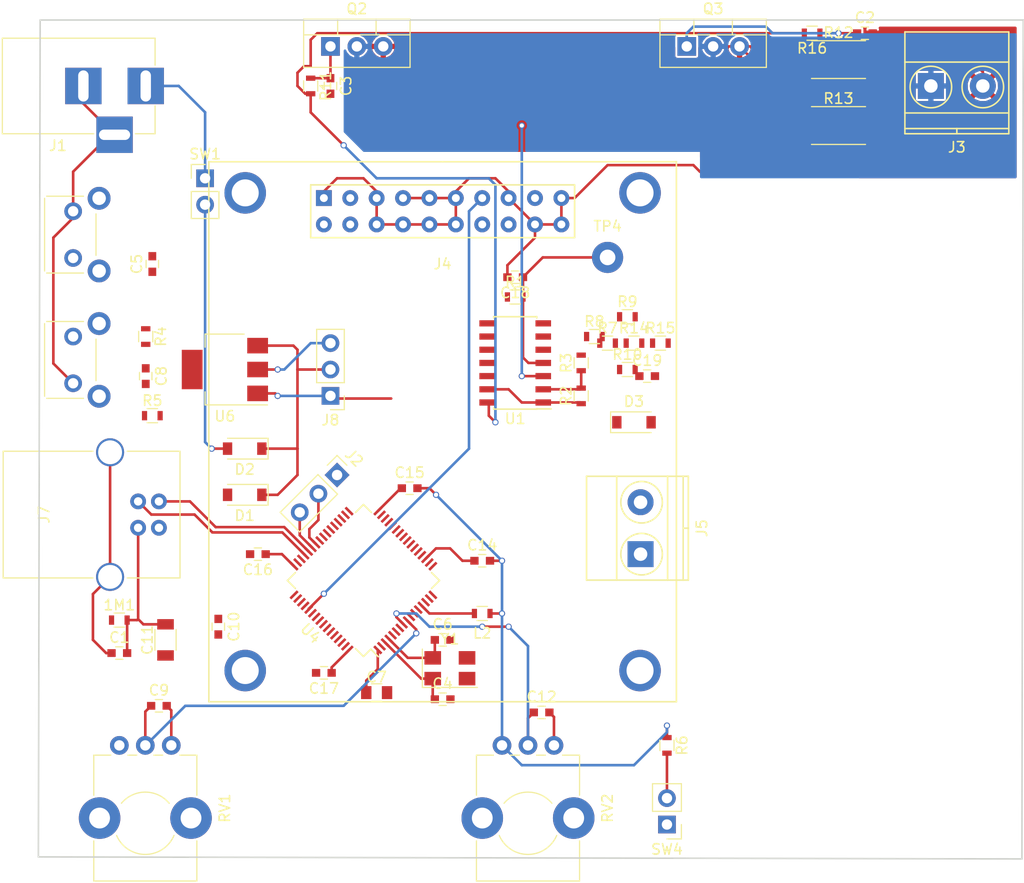
<source format=kicad_pcb>
(kicad_pcb (version 20171130) (host pcbnew "(5.1.12)-1")

  (general
    (thickness 1.6)
    (drawings 30)
    (tracks 228)
    (zones 0)
    (modules 59)
    (nets 42)
  )

  (page A4)
  (layers
    (0 F.Cu signal)
    (31 B.Cu signal)
    (32 B.Adhes user hide)
    (33 F.Adhes user hide)
    (34 B.Paste user hide)
    (35 F.Paste user hide)
    (36 B.SilkS user hide)
    (37 F.SilkS user hide)
    (38 B.Mask user hide)
    (39 F.Mask user hide)
    (40 Dwgs.User user hide)
    (41 Cmts.User user hide)
    (42 Eco1.User user hide)
    (43 Eco2.User user hide)
    (44 Edge.Cuts user)
    (45 Margin user hide)
    (46 B.CrtYd user hide)
    (47 F.CrtYd user hide)
    (48 B.Fab user hide)
    (49 F.Fab user hide)
  )

  (setup
    (last_trace_width 0.25)
    (trace_clearance 0.2)
    (zone_clearance 0.2)
    (zone_45_only yes)
    (trace_min 0.2)
    (via_size 0.6)
    (via_drill 0.4)
    (via_min_size 0.4)
    (via_min_drill 0.3)
    (uvia_size 0.3)
    (uvia_drill 0.1)
    (uvias_allowed no)
    (uvia_min_size 0.2)
    (uvia_min_drill 0.1)
    (edge_width 0.15)
    (segment_width 0.2)
    (pcb_text_width 0.3)
    (pcb_text_size 1.5 1.5)
    (mod_edge_width 0.15)
    (mod_text_size 1 1)
    (mod_text_width 0.15)
    (pad_size 1.524 1.524)
    (pad_drill 0.762)
    (pad_to_mask_clearance 0.2)
    (aux_axis_origin 0 0)
    (visible_elements 7FFFFFFF)
    (pcbplotparams
      (layerselection 0x00030_80000001)
      (usegerberextensions false)
      (usegerberattributes true)
      (usegerberadvancedattributes true)
      (creategerberjobfile true)
      (excludeedgelayer true)
      (linewidth 0.100000)
      (plotframeref false)
      (viasonmask false)
      (mode 1)
      (useauxorigin false)
      (hpglpennumber 1)
      (hpglpenspeed 20)
      (hpglpendiameter 15.000000)
      (psnegative false)
      (psa4output false)
      (plotreference true)
      (plotvalue true)
      (plotinvisibletext false)
      (padsonsilk false)
      (subtractmaskfromsilk false)
      (outputformat 1)
      (mirror false)
      (drillshape 1)
      (scaleselection 1)
      (outputdirectory ""))
  )

  (net 0 "")
  (net 1 GND)
  (net 2 +3V3)
  (net 3 +12V)
  (net 4 "Net-(D1-Pad2)")
  (net 5 "Net-(J2-Pad2)")
  (net 6 "Net-(J3-Pad1)")
  (net 7 "Net-(Q2-Pad3)")
  (net 8 "Net-(R10-Pad2)")
  (net 9 "Net-(R11-Pad2)")
  (net 10 +BATT)
  (net 11 "Net-(J1-Pad1)")
  (net 12 /load_box_mcu/CHOSEN_VREF)
  (net 13 "Net-(1M1-Pad1)")
  (net 14 "Net-(L2-Pad2)")
  (net 15 "Net-(C14-Pad1)")
  (net 16 "Net-(C15-Pad1)")
  (net 17 "Net-(J5-Pad2)")
  (net 18 "Net-(C16-Pad1)")
  (net 19 /load_box_display/MOSI)
  (net 20 "Net-(C17-Pad1)")
  (net 21 "Net-(C2-Pad1)")
  (net 22 "Net-(C3-Pad1)")
  (net 23 "Net-(C4-Pad1)")
  (net 24 NRST)
  (net 25 "Net-(C7-Pad1)")
  (net 26 "Net-(C18-Pad1)")
  (net 27 "Net-(R2-Pad1)")
  (net 28 "Net-(R2-Pad2)")
  (net 29 /load_box_interface/USER_BUTTON)
  (net 30 "Net-(C6-Pad1)")
  (net 31 "Net-(J2-Pad3)")
  (net 32 /load_box_mcu/USB_DM)
  (net 33 /load_box_mcu/USB_DP)
  (net 34 "Net-(C8-Pad1)")
  (net 35 /load_box_interface/STEP_VREF)
  (net 36 /load_box_interface/STATIC_VREF)
  (net 37 /load_box_interface/GO_BUTTON)
  (net 38 /load_box_sink/REMOTE_SENSE_OUT)
  (net 39 "Net-(J5-Pad1)")
  (net 40 "Net-(R7-Pad1)")
  (net 41 "Net-(R14-Pad2)")

  (net_class Default "This is the default net class."
    (clearance 0.2)
    (trace_width 0.25)
    (via_dia 0.6)
    (via_drill 0.4)
    (uvia_dia 0.3)
    (uvia_drill 0.1)
    (add_net +12V)
    (add_net +3V3)
    (add_net +BATT)
    (add_net /load_box_display/MOSI)
    (add_net /load_box_interface/GO_BUTTON)
    (add_net /load_box_interface/STATIC_VREF)
    (add_net /load_box_interface/STEP_VREF)
    (add_net /load_box_interface/USER_BUTTON)
    (add_net /load_box_mcu/CHOSEN_VREF)
    (add_net /load_box_mcu/USB_DM)
    (add_net /load_box_mcu/USB_DP)
    (add_net /load_box_sink/REMOTE_SENSE_OUT)
    (add_net GND)
    (add_net NRST)
    (add_net "Net-(1M1-Pad1)")
    (add_net "Net-(C14-Pad1)")
    (add_net "Net-(C15-Pad1)")
    (add_net "Net-(C16-Pad1)")
    (add_net "Net-(C17-Pad1)")
    (add_net "Net-(C18-Pad1)")
    (add_net "Net-(C2-Pad1)")
    (add_net "Net-(C3-Pad1)")
    (add_net "Net-(C4-Pad1)")
    (add_net "Net-(C6-Pad1)")
    (add_net "Net-(C7-Pad1)")
    (add_net "Net-(C8-Pad1)")
    (add_net "Net-(D1-Pad2)")
    (add_net "Net-(J1-Pad1)")
    (add_net "Net-(J2-Pad2)")
    (add_net "Net-(J2-Pad3)")
    (add_net "Net-(J3-Pad1)")
    (add_net "Net-(J5-Pad1)")
    (add_net "Net-(J5-Pad2)")
    (add_net "Net-(L2-Pad2)")
    (add_net "Net-(Q2-Pad3)")
    (add_net "Net-(R10-Pad2)")
    (add_net "Net-(R11-Pad2)")
    (add_net "Net-(R14-Pad2)")
    (add_net "Net-(R2-Pad1)")
    (add_net "Net-(R2-Pad2)")
    (add_net "Net-(R7-Pad1)")
  )

  (module Housings_QFP:LQFP-64_10x10mm_Pitch0.5mm (layer F.Cu) (tedit 58CC9A47) (tstamp 58F5EE7A)
    (at 141.605 115.57 135)
    (descr "64 LEAD LQFP 10x10mm (see MICREL LQFP10x10-64LD-PL-1.pdf)")
    (tags "QFP 0.5")
    (path /58EFB5A3/58F3E6A5)
    (attr smd)
    (fp_text reference U4 (at 0 -7.2 135) (layer F.SilkS)
      (effects (font (size 1 1) (thickness 0.15)))
    )
    (fp_text value STM32L152RCTx (at 0 7.2 135) (layer F.Fab)
      (effects (font (size 1 1) (thickness 0.15)))
    )
    (fp_line (start -5.175 -4.175) (end -6.2 -4.175) (layer F.SilkS) (width 0.15))
    (fp_line (start 5.175 -5.175) (end 4.1 -5.175) (layer F.SilkS) (width 0.15))
    (fp_line (start 5.175 5.175) (end 4.1 5.175) (layer F.SilkS) (width 0.15))
    (fp_line (start -5.175 5.175) (end -4.1 5.175) (layer F.SilkS) (width 0.15))
    (fp_line (start -5.175 -5.175) (end -4.1 -5.175) (layer F.SilkS) (width 0.15))
    (fp_line (start -5.175 5.175) (end -5.175 4.1) (layer F.SilkS) (width 0.15))
    (fp_line (start 5.175 5.175) (end 5.175 4.1) (layer F.SilkS) (width 0.15))
    (fp_line (start 5.175 -5.175) (end 5.175 -4.1) (layer F.SilkS) (width 0.15))
    (fp_line (start -5.175 -5.175) (end -5.175 -4.175) (layer F.SilkS) (width 0.15))
    (fp_line (start -6.45 6.45) (end 6.45 6.45) (layer F.CrtYd) (width 0.05))
    (fp_line (start -6.45 -6.45) (end 6.45 -6.45) (layer F.CrtYd) (width 0.05))
    (fp_line (start 6.45 -6.45) (end 6.45 6.45) (layer F.CrtYd) (width 0.05))
    (fp_line (start -6.45 -6.45) (end -6.45 6.45) (layer F.CrtYd) (width 0.05))
    (fp_line (start -5 -4) (end -4 -5) (layer F.Fab) (width 0.15))
    (fp_line (start -5 5) (end -5 -4) (layer F.Fab) (width 0.15))
    (fp_line (start 5 5) (end -5 5) (layer F.Fab) (width 0.15))
    (fp_line (start 5 -5) (end 5 5) (layer F.Fab) (width 0.15))
    (fp_line (start -4 -5) (end 5 -5) (layer F.Fab) (width 0.15))
    (fp_text user %R (at 0 0 135) (layer F.Fab)
      (effects (font (size 1 1) (thickness 0.15)))
    )
    (pad 1 smd rect (at -5.7 -3.75 135) (size 1 0.25) (layers F.Cu F.Paste F.Mask)
      (net 25 "Net-(C7-Pad1)"))
    (pad 2 smd rect (at -5.7 -3.25 135) (size 1 0.25) (layers F.Cu F.Paste F.Mask)
      (net 29 /load_box_interface/USER_BUTTON))
    (pad 3 smd rect (at -5.7 -2.75 135) (size 1 0.25) (layers F.Cu F.Paste F.Mask)
      (net 23 "Net-(C4-Pad1)"))
    (pad 4 smd rect (at -5.7 -2.25 135) (size 1 0.25) (layers F.Cu F.Paste F.Mask)
      (net 30 "Net-(C6-Pad1)"))
    (pad 5 smd rect (at -5.7 -1.75 135) (size 1 0.25) (layers F.Cu F.Paste F.Mask))
    (pad 6 smd rect (at -5.7 -1.25 135) (size 1 0.25) (layers F.Cu F.Paste F.Mask))
    (pad 7 smd rect (at -5.7 -0.75 135) (size 1 0.25) (layers F.Cu F.Paste F.Mask)
      (net 24 NRST))
    (pad 8 smd rect (at -5.7 -0.25 135) (size 1 0.25) (layers F.Cu F.Paste F.Mask)
      (net 36 /load_box_interface/STATIC_VREF))
    (pad 9 smd rect (at -5.7 0.25 135) (size 1 0.25) (layers F.Cu F.Paste F.Mask)
      (net 35 /load_box_interface/STEP_VREF))
    (pad 10 smd rect (at -5.7 0.75 135) (size 1 0.25) (layers F.Cu F.Paste F.Mask))
    (pad 11 smd rect (at -5.7 1.25 135) (size 1 0.25) (layers F.Cu F.Paste F.Mask))
    (pad 12 smd rect (at -5.7 1.75 135) (size 1 0.25) (layers F.Cu F.Paste F.Mask)
      (net 1 GND))
    (pad 13 smd rect (at -5.7 2.25 135) (size 1 0.25) (layers F.Cu F.Paste F.Mask)
      (net 14 "Net-(L2-Pad2)"))
    (pad 14 smd rect (at -5.7 2.75 135) (size 1 0.25) (layers F.Cu F.Paste F.Mask))
    (pad 15 smd rect (at -5.7 3.25 135) (size 1 0.25) (layers F.Cu F.Paste F.Mask))
    (pad 16 smd rect (at -5.7 3.75 135) (size 1 0.25) (layers F.Cu F.Paste F.Mask))
    (pad 17 smd rect (at -3.75 5.7 225) (size 1 0.25) (layers F.Cu F.Paste F.Mask))
    (pad 18 smd rect (at -3.25 5.7 225) (size 1 0.25) (layers F.Cu F.Paste F.Mask)
      (net 1 GND))
    (pad 19 smd rect (at -2.75 5.7 225) (size 1 0.25) (layers F.Cu F.Paste F.Mask)
      (net 15 "Net-(C14-Pad1)"))
    (pad 20 smd rect (at -2.25 5.7 225) (size 1 0.25) (layers F.Cu F.Paste F.Mask))
    (pad 21 smd rect (at -1.75 5.7 225) (size 1 0.25) (layers F.Cu F.Paste F.Mask))
    (pad 22 smd rect (at -1.25 5.7 225) (size 1 0.25) (layers F.Cu F.Paste F.Mask))
    (pad 23 smd rect (at -0.75 5.7 225) (size 1 0.25) (layers F.Cu F.Paste F.Mask))
    (pad 24 smd rect (at -0.25 5.7 225) (size 1 0.25) (layers F.Cu F.Paste F.Mask))
    (pad 25 smd rect (at 0.25 5.7 225) (size 1 0.25) (layers F.Cu F.Paste F.Mask))
    (pad 26 smd rect (at 0.75 5.7 225) (size 1 0.25) (layers F.Cu F.Paste F.Mask))
    (pad 27 smd rect (at 1.25 5.7 225) (size 1 0.25) (layers F.Cu F.Paste F.Mask))
    (pad 28 smd rect (at 1.75 5.7 225) (size 1 0.25) (layers F.Cu F.Paste F.Mask))
    (pad 29 smd rect (at 2.25 5.7 225) (size 1 0.25) (layers F.Cu F.Paste F.Mask))
    (pad 30 smd rect (at 2.75 5.7 225) (size 1 0.25) (layers F.Cu F.Paste F.Mask))
    (pad 31 smd rect (at 3.25 5.7 225) (size 1 0.25) (layers F.Cu F.Paste F.Mask)
      (net 1 GND))
    (pad 32 smd rect (at 3.75 5.7 225) (size 1 0.25) (layers F.Cu F.Paste F.Mask)
      (net 16 "Net-(C15-Pad1)"))
    (pad 33 smd rect (at 5.7 3.75 135) (size 1 0.25) (layers F.Cu F.Paste F.Mask))
    (pad 34 smd rect (at 5.7 3.25 135) (size 1 0.25) (layers F.Cu F.Paste F.Mask))
    (pad 35 smd rect (at 5.7 2.75 135) (size 1 0.25) (layers F.Cu F.Paste F.Mask))
    (pad 36 smd rect (at 5.7 2.25 135) (size 1 0.25) (layers F.Cu F.Paste F.Mask))
    (pad 37 smd rect (at 5.7 1.75 135) (size 1 0.25) (layers F.Cu F.Paste F.Mask))
    (pad 38 smd rect (at 5.7 1.25 135) (size 1 0.25) (layers F.Cu F.Paste F.Mask))
    (pad 39 smd rect (at 5.7 0.75 135) (size 1 0.25) (layers F.Cu F.Paste F.Mask))
    (pad 40 smd rect (at 5.7 0.25 135) (size 1 0.25) (layers F.Cu F.Paste F.Mask)
      (net 12 /load_box_mcu/CHOSEN_VREF))
    (pad 41 smd rect (at 5.7 -0.25 135) (size 1 0.25) (layers F.Cu F.Paste F.Mask))
    (pad 42 smd rect (at 5.7 -0.75 135) (size 1 0.25) (layers F.Cu F.Paste F.Mask)
      (net 5 "Net-(J2-Pad2)"))
    (pad 43 smd rect (at 5.7 -1.25 135) (size 1 0.25) (layers F.Cu F.Paste F.Mask)
      (net 31 "Net-(J2-Pad3)"))
    (pad 44 smd rect (at 5.7 -1.75 135) (size 1 0.25) (layers F.Cu F.Paste F.Mask)
      (net 32 /load_box_mcu/USB_DM))
    (pad 45 smd rect (at 5.7 -2.25 135) (size 1 0.25) (layers F.Cu F.Paste F.Mask)
      (net 33 /load_box_mcu/USB_DP))
    (pad 46 smd rect (at 5.7 -2.75 135) (size 1 0.25) (layers F.Cu F.Paste F.Mask))
    (pad 47 smd rect (at 5.7 -3.25 135) (size 1 0.25) (layers F.Cu F.Paste F.Mask)
      (net 1 GND))
    (pad 48 smd rect (at 5.7 -3.75 135) (size 1 0.25) (layers F.Cu F.Paste F.Mask)
      (net 18 "Net-(C16-Pad1)"))
    (pad 49 smd rect (at 3.75 -5.7 225) (size 1 0.25) (layers F.Cu F.Paste F.Mask))
    (pad 50 smd rect (at 3.25 -5.7 225) (size 1 0.25) (layers F.Cu F.Paste F.Mask))
    (pad 51 smd rect (at 2.75 -5.7 225) (size 1 0.25) (layers F.Cu F.Paste F.Mask))
    (pad 52 smd rect (at 2.25 -5.7 225) (size 1 0.25) (layers F.Cu F.Paste F.Mask))
    (pad 53 smd rect (at 1.75 -5.7 225) (size 1 0.25) (layers F.Cu F.Paste F.Mask)
      (net 19 /load_box_display/MOSI))
    (pad 54 smd rect (at 1.25 -5.7 225) (size 1 0.25) (layers F.Cu F.Paste F.Mask))
    (pad 55 smd rect (at 0.75 -5.7 225) (size 1 0.25) (layers F.Cu F.Paste F.Mask))
    (pad 56 smd rect (at 0.25 -5.7 225) (size 1 0.25) (layers F.Cu F.Paste F.Mask))
    (pad 57 smd rect (at -0.25 -5.7 225) (size 1 0.25) (layers F.Cu F.Paste F.Mask))
    (pad 58 smd rect (at -0.75 -5.7 225) (size 1 0.25) (layers F.Cu F.Paste F.Mask))
    (pad 59 smd rect (at -1.25 -5.7 225) (size 1 0.25) (layers F.Cu F.Paste F.Mask))
    (pad 60 smd rect (at -1.75 -5.7 225) (size 1 0.25) (layers F.Cu F.Paste F.Mask))
    (pad 61 smd rect (at -2.25 -5.7 225) (size 1 0.25) (layers F.Cu F.Paste F.Mask))
    (pad 62 smd rect (at -2.75 -5.7 225) (size 1 0.25) (layers F.Cu F.Paste F.Mask))
    (pad 63 smd rect (at -3.25 -5.7 225) (size 1 0.25) (layers F.Cu F.Paste F.Mask)
      (net 1 GND))
    (pad 64 smd rect (at -3.75 -5.7 225) (size 1 0.25) (layers F.Cu F.Paste F.Mask)
      (net 20 "Net-(C17-Pad1)"))
    (model Housings_QFP.3dshapes/LQFP-64_10x10mm_Pitch0.5mm.wrl
      (at (xyz 0 0 0))
      (scale (xyz 1 1 1))
      (rotate (xyz 0 0 0))
    )
  )

  (module Connectors:USB_B (layer F.Cu) (tedit 55B36073) (tstamp 58FADB76)
    (at 121.92 110.49 180)
    (descr "USB B connector")
    (tags "USB_B USB_DEV")
    (path /58EFB5E6/58F5EBBF)
    (fp_text reference J7 (at 11.05 1.27 270) (layer F.SilkS)
      (effects (font (size 1 1) (thickness 0.15)))
    )
    (fp_text value USB_B (at 4.7 1.27 270) (layer F.Fab)
      (effects (font (size 1 1) (thickness 0.15)))
    )
    (fp_line (start -2.03 7.37) (end -2.03 -4.83) (layer F.SilkS) (width 0.12))
    (fp_line (start 14.99 -4.83) (end 14.99 7.37) (layer F.SilkS) (width 0.12))
    (fp_line (start -2.03 -4.83) (end 3.05 -4.83) (layer F.SilkS) (width 0.12))
    (fp_line (start 6.35 -4.83) (end 14.99 -4.83) (layer F.SilkS) (width 0.12))
    (fp_line (start -2.03 7.37) (end 3.05 7.37) (layer F.SilkS) (width 0.12))
    (fp_line (start 6.35 7.37) (end 14.99 7.37) (layer F.SilkS) (width 0.12))
    (fp_line (start 15.25 -6.35) (end 15.25 8.9) (layer F.CrtYd) (width 0.05))
    (fp_line (start -2.3 -6.35) (end 15.25 -6.35) (layer F.CrtYd) (width 0.05))
    (fp_line (start -2.3 8.9) (end -2.3 -6.35) (layer F.CrtYd) (width 0.05))
    (fp_line (start 15.25 8.9) (end -2.3 8.9) (layer F.CrtYd) (width 0.05))
    (pad 2 thru_hole circle (at 0 2.54 90) (size 1.52 1.52) (drill 0.81) (layers *.Cu *.Mask)
      (net 32 /load_box_mcu/USB_DM))
    (pad 1 thru_hole circle (at 0 0 90) (size 1.52 1.52) (drill 0.81) (layers *.Cu *.Mask)
      (net 4 "Net-(D1-Pad2)"))
    (pad 4 thru_hole circle (at 2 0 90) (size 1.52 1.52) (drill 0.81) (layers *.Cu *.Mask)
      (net 1 GND))
    (pad 3 thru_hole circle (at 2 2.54 90) (size 1.52 1.52) (drill 0.81) (layers *.Cu *.Mask)
      (net 33 /load_box_mcu/USB_DP))
    (pad 5 thru_hole circle (at 4.7 7.27 90) (size 2.7 2.7) (drill 2.3) (layers *.Cu *.Mask)
      (net 13 "Net-(1M1-Pad1)"))
    (pad 5 thru_hole circle (at 4.7 -4.73 90) (size 2.7 2.7) (drill 2.3) (layers *.Cu *.Mask)
      (net 13 "Net-(1M1-Pad1)"))
    (model Connectors.3dshapes/USB_B.wrl
      (offset (xyz 4.571999931335449 -1.269999980926514 0))
      (scale (xyz 0.39 0.39 0.39))
      (rotate (xyz 0 0 -90))
    )
  )

  (module nhd:NHD-1.69 (layer F.Cu) (tedit 58F5A656) (tstamp 58FF6D83)
    (at 149.225 78.74)
    (path /58EFB5AA/58F59755)
    (fp_text reference J4 (at 0 6.35) (layer F.SilkS)
      (effects (font (size 1 1) (thickness 0.15)))
    )
    (fp_text value CONN_02X10 (at 0 -2.54) (layer F.Fab)
      (effects (font (size 1 1) (thickness 0.15)))
    )
    (fp_line (start -22.5 -3.5) (end 0 -3.5) (layer F.SilkS) (width 0.15))
    (fp_line (start -22.5 48.5) (end -22.5 -3.5) (layer F.SilkS) (width 0.15))
    (fp_line (start 22.5 48.5) (end -22.5 48.5) (layer F.SilkS) (width 0.15))
    (fp_line (start 22.5 -3.5) (end 22.5 48.5) (layer F.SilkS) (width 0.15))
    (fp_line (start 0 -3.5) (end 22.5 -3.5) (layer F.SilkS) (width 0.15))
    (fp_line (start 12.7 -1.27) (end -12.7 -1.27) (layer F.SilkS) (width 0.15))
    (fp_line (start 12.7 3.81) (end 12.7 -1.27) (layer F.SilkS) (width 0.15))
    (fp_line (start -12.7 3.81) (end 12.7 3.81) (layer F.SilkS) (width 0.15))
    (fp_line (start -12.7 -1.27) (end -12.7 3.81) (layer F.SilkS) (width 0.15))
    (pad 5 thru_hole circle (at -6.35 0) (size 1.524 1.524) (drill 0.762) (layers *.Cu *.Mask)
      (net 1 GND))
    (pad 6 thru_hole circle (at -6.35 2.54) (size 1.524 1.524) (drill 0.762) (layers *.Cu *.Mask)
      (net 1 GND))
    (pad 4 thru_hole circle (at -8.89 2.54) (size 1.524 1.524) (drill 0.762) (layers *.Cu *.Mask))
    (pad 3 thru_hole circle (at -8.89 0) (size 1.524 1.524) (drill 0.762) (layers *.Cu *.Mask))
    (pad 2 thru_hole circle (at -11.43 2.54) (size 1.524 1.524) (drill 0.762) (layers *.Cu *.Mask)
      (net 2 +3V3))
    (pad 1 thru_hole rect (at -11.43 0) (size 1.524 1.524) (drill 0.762) (layers *.Cu *.Mask)
      (net 1 GND))
    (pad 7 thru_hole circle (at -3.81 0) (size 1.524 1.524) (drill 0.762) (layers *.Cu *.Mask)
      (net 1 GND))
    (pad 8 thru_hole circle (at -3.81 2.54) (size 1.524 1.524) (drill 0.762) (layers *.Cu *.Mask)
      (net 1 GND))
    (pad 9 thru_hole circle (at -1.27 0) (size 1.524 1.524) (drill 0.762) (layers *.Cu *.Mask)
      (net 1 GND))
    (pad 10 thru_hole circle (at -1.27 2.54) (size 1.524 1.524) (drill 0.762) (layers *.Cu *.Mask)
      (net 1 GND))
    (pad 11 thru_hole circle (at 1.27 0) (size 1.524 1.524) (drill 0.762) (layers *.Cu *.Mask)
      (net 1 GND))
    (pad 12 thru_hole circle (at 1.27 2.54) (size 1.524 1.524) (drill 0.762) (layers *.Cu *.Mask)
      (net 1 GND))
    (pad 13 thru_hole circle (at 3.81 0) (size 1.524 1.524) (drill 0.762) (layers *.Cu *.Mask)
      (net 19 /load_box_display/MOSI))
    (pad 14 thru_hole circle (at 3.81 2.54) (size 1.524 1.524) (drill 0.762) (layers *.Cu *.Mask))
    (pad 15 thru_hole circle (at 6.35 0) (size 1.524 1.524) (drill 0.762) (layers *.Cu *.Mask)
      (net 1 GND))
    (pad 16 thru_hole circle (at 6.35 2.54) (size 1.524 1.524) (drill 0.762) (layers *.Cu *.Mask))
    (pad 17 thru_hole circle (at 8.89 0) (size 1.524 1.524) (drill 0.762) (layers *.Cu *.Mask))
    (pad 18 thru_hole circle (at 8.89 2.54) (size 1.524 1.524) (drill 0.762) (layers *.Cu *.Mask)
      (net 1 GND))
    (pad 19 thru_hole circle (at 11.43 0) (size 1.524 1.524) (drill 0.762) (layers *.Cu *.Mask)
      (net 1 GND))
    (pad 20 thru_hole circle (at 11.43 2.54) (size 1.524 1.524) (drill 0.762) (layers *.Cu *.Mask)
      (net 1 GND))
    (pad 21 thru_hole circle (at -19 -0.5) (size 4 4) (drill 2.6) (layers *.Cu *.Mask))
    (pad 22 thru_hole circle (at 19 -0.5) (size 4 4) (drill 2.6) (layers *.Cu *.Mask))
    (pad 23 thru_hole circle (at -19 45.5) (size 4 4) (drill 2.6) (layers *.Cu *.Mask))
    (pad 24 thru_hole circle (at 19 45.5) (size 4 4) (drill 2.6) (layers *.Cu *.Mask))
  )

  (module Capacitors_SMD:C_0603 (layer F.Cu) (tedit 58AA844E) (tstamp 58EEBA92)
    (at 118.11 122.555)
    (descr "Capacitor SMD 0603, reflow soldering, AVX (see smccp.pdf)")
    (tags "capacitor 0603")
    (path /58EFB5E6/58F5F1AD)
    (attr smd)
    (fp_text reference C1 (at 0 -1.5) (layer F.SilkS)
      (effects (font (size 1 1) (thickness 0.15)))
    )
    (fp_text value 4n7 (at 0 1.5) (layer F.Fab)
      (effects (font (size 1 1) (thickness 0.15)))
    )
    (fp_line (start 1.4 0.65) (end -1.4 0.65) (layer F.CrtYd) (width 0.05))
    (fp_line (start 1.4 0.65) (end 1.4 -0.65) (layer F.CrtYd) (width 0.05))
    (fp_line (start -1.4 -0.65) (end -1.4 0.65) (layer F.CrtYd) (width 0.05))
    (fp_line (start -1.4 -0.65) (end 1.4 -0.65) (layer F.CrtYd) (width 0.05))
    (fp_line (start 0.35 0.6) (end -0.35 0.6) (layer F.SilkS) (width 0.12))
    (fp_line (start -0.35 -0.6) (end 0.35 -0.6) (layer F.SilkS) (width 0.12))
    (fp_line (start -0.8 -0.4) (end 0.8 -0.4) (layer F.Fab) (width 0.1))
    (fp_line (start 0.8 -0.4) (end 0.8 0.4) (layer F.Fab) (width 0.1))
    (fp_line (start 0.8 0.4) (end -0.8 0.4) (layer F.Fab) (width 0.1))
    (fp_line (start -0.8 0.4) (end -0.8 -0.4) (layer F.Fab) (width 0.1))
    (fp_text user %R (at 0 -1.5) (layer F.Fab)
      (effects (font (size 1 1) (thickness 0.15)))
    )
    (pad 1 smd rect (at -0.75 0) (size 0.8 0.75) (layers F.Cu F.Paste F.Mask)
      (net 13 "Net-(1M1-Pad1)"))
    (pad 2 smd rect (at 0.75 0) (size 0.8 0.75) (layers F.Cu F.Paste F.Mask)
      (net 1 GND))
    (model Capacitors_SMD.3dshapes/C_0603.wrl
      (at (xyz 0 0 0))
      (scale (xyz 1 1 1))
      (rotate (xyz 0 0 0))
    )
  )

  (module Capacitors_SMD:C_0603 (layer F.Cu) (tedit 58AA844E) (tstamp 58EEBAC5)
    (at 149.225 127)
    (descr "Capacitor SMD 0603, reflow soldering, AVX (see smccp.pdf)")
    (tags "capacitor 0603")
    (path /58EFB5A3/58F6A8B2)
    (attr smd)
    (fp_text reference C4 (at 0 -1.5) (layer F.SilkS)
      (effects (font (size 1 1) (thickness 0.15)))
    )
    (fp_text value C (at 0 1.5) (layer F.Fab)
      (effects (font (size 1 1) (thickness 0.15)))
    )
    (fp_line (start 1.4 0.65) (end -1.4 0.65) (layer F.CrtYd) (width 0.05))
    (fp_line (start 1.4 0.65) (end 1.4 -0.65) (layer F.CrtYd) (width 0.05))
    (fp_line (start -1.4 -0.65) (end -1.4 0.65) (layer F.CrtYd) (width 0.05))
    (fp_line (start -1.4 -0.65) (end 1.4 -0.65) (layer F.CrtYd) (width 0.05))
    (fp_line (start 0.35 0.6) (end -0.35 0.6) (layer F.SilkS) (width 0.12))
    (fp_line (start -0.35 -0.6) (end 0.35 -0.6) (layer F.SilkS) (width 0.12))
    (fp_line (start -0.8 -0.4) (end 0.8 -0.4) (layer F.Fab) (width 0.1))
    (fp_line (start 0.8 -0.4) (end 0.8 0.4) (layer F.Fab) (width 0.1))
    (fp_line (start 0.8 0.4) (end -0.8 0.4) (layer F.Fab) (width 0.1))
    (fp_line (start -0.8 0.4) (end -0.8 -0.4) (layer F.Fab) (width 0.1))
    (fp_text user %R (at 0 -1.5) (layer F.Fab)
      (effects (font (size 1 1) (thickness 0.15)))
    )
    (pad 1 smd rect (at -0.75 0) (size 0.8 0.75) (layers F.Cu F.Paste F.Mask)
      (net 23 "Net-(C4-Pad1)"))
    (pad 2 smd rect (at 0.75 0) (size 0.8 0.75) (layers F.Cu F.Paste F.Mask)
      (net 1 GND))
    (model Capacitors_SMD.3dshapes/C_0603.wrl
      (at (xyz 0 0 0))
      (scale (xyz 1 1 1))
      (rotate (xyz 0 0 0))
    )
  )

  (module Resistors_SMD:R_0603 (layer F.Cu) (tedit 58E0A804) (tstamp 58EEBB36)
    (at 156.21 88.265)
    (descr "Resistor SMD 0603, reflow soldering, Vishay (see dcrcw.pdf)")
    (tags "resistor 0603")
    (path /58EFB5B1/58F63310)
    (attr smd)
    (fp_text reference R1 (at 0 -1.45) (layer F.SilkS)
      (effects (font (size 1 1) (thickness 0.15)))
    )
    (fp_text value 100R (at 0 1.5) (layer F.Fab)
      (effects (font (size 1 1) (thickness 0.15)))
    )
    (fp_line (start 1.25 0.7) (end -1.25 0.7) (layer F.CrtYd) (width 0.05))
    (fp_line (start 1.25 0.7) (end 1.25 -0.7) (layer F.CrtYd) (width 0.05))
    (fp_line (start -1.25 -0.7) (end -1.25 0.7) (layer F.CrtYd) (width 0.05))
    (fp_line (start -1.25 -0.7) (end 1.25 -0.7) (layer F.CrtYd) (width 0.05))
    (fp_line (start -0.5 -0.68) (end 0.5 -0.68) (layer F.SilkS) (width 0.12))
    (fp_line (start 0.5 0.68) (end -0.5 0.68) (layer F.SilkS) (width 0.12))
    (fp_line (start -0.8 -0.4) (end 0.8 -0.4) (layer F.Fab) (width 0.1))
    (fp_line (start 0.8 -0.4) (end 0.8 0.4) (layer F.Fab) (width 0.1))
    (fp_line (start 0.8 0.4) (end -0.8 0.4) (layer F.Fab) (width 0.1))
    (fp_line (start -0.8 0.4) (end -0.8 -0.4) (layer F.Fab) (width 0.1))
    (fp_text user %R (at 0 0) (layer F.Fab)
      (effects (font (size 0.5 0.5) (thickness 0.075)))
    )
    (pad 1 smd rect (at -0.75 0) (size 0.5 0.9) (layers F.Cu F.Paste F.Mask)
      (net 2 +3V3))
    (pad 2 smd rect (at 0.75 0) (size 0.5 0.9) (layers F.Cu F.Paste F.Mask)
      (net 26 "Net-(C18-Pad1)"))
    (model ${KISYS3DMOD}/Resistors_SMD.3dshapes/R_0603.wrl
      (at (xyz 0 0 0))
      (scale (xyz 1 1 1))
      (rotate (xyz 0 0 0))
    )
  )

  (module Resistors_SMD:R_0603 (layer F.Cu) (tedit 58E0A804) (tstamp 58EEBB3C)
    (at 162.56 97.79 90)
    (descr "Resistor SMD 0603, reflow soldering, Vishay (see dcrcw.pdf)")
    (tags "resistor 0603")
    (path /58EFB5B1/58F64DC7)
    (attr smd)
    (fp_text reference R2 (at 0 -1.45 90) (layer F.SilkS)
      (effects (font (size 1 1) (thickness 0.15)))
    )
    (fp_text value 24K (at 0 1.5 90) (layer F.Fab)
      (effects (font (size 1 1) (thickness 0.15)))
    )
    (fp_line (start 1.25 0.7) (end -1.25 0.7) (layer F.CrtYd) (width 0.05))
    (fp_line (start 1.25 0.7) (end 1.25 -0.7) (layer F.CrtYd) (width 0.05))
    (fp_line (start -1.25 -0.7) (end -1.25 0.7) (layer F.CrtYd) (width 0.05))
    (fp_line (start -1.25 -0.7) (end 1.25 -0.7) (layer F.CrtYd) (width 0.05))
    (fp_line (start -0.5 -0.68) (end 0.5 -0.68) (layer F.SilkS) (width 0.12))
    (fp_line (start 0.5 0.68) (end -0.5 0.68) (layer F.SilkS) (width 0.12))
    (fp_line (start -0.8 -0.4) (end 0.8 -0.4) (layer F.Fab) (width 0.1))
    (fp_line (start 0.8 -0.4) (end 0.8 0.4) (layer F.Fab) (width 0.1))
    (fp_line (start 0.8 0.4) (end -0.8 0.4) (layer F.Fab) (width 0.1))
    (fp_line (start -0.8 0.4) (end -0.8 -0.4) (layer F.Fab) (width 0.1))
    (fp_text user %R (at 0 0 90) (layer F.Fab)
      (effects (font (size 0.5 0.5) (thickness 0.075)))
    )
    (pad 1 smd rect (at -0.75 0 90) (size 0.5 0.9) (layers F.Cu F.Paste F.Mask)
      (net 27 "Net-(R2-Pad1)"))
    (pad 2 smd rect (at 0.75 0 90) (size 0.5 0.9) (layers F.Cu F.Paste F.Mask)
      (net 28 "Net-(R2-Pad2)"))
    (model ${KISYS3DMOD}/Resistors_SMD.3dshapes/R_0603.wrl
      (at (xyz 0 0 0))
      (scale (xyz 1 1 1))
      (rotate (xyz 0 0 0))
    )
  )

  (module Capacitors_SMD:C_0603 (layer F.Cu) (tedit 58AA844E) (tstamp 58F542A5)
    (at 127.635 120.015 270)
    (descr "Capacitor SMD 0603, reflow soldering, AVX (see smccp.pdf)")
    (tags "capacitor 0603")
    (path /58EFB5E6/58F03D18)
    (attr smd)
    (fp_text reference C10 (at 0 -1.5 270) (layer F.SilkS)
      (effects (font (size 1 1) (thickness 0.15)))
    )
    (fp_text value 0.1u (at 0 1.5 270) (layer F.Fab)
      (effects (font (size 1 1) (thickness 0.15)))
    )
    (fp_line (start 1.4 0.65) (end -1.4 0.65) (layer F.CrtYd) (width 0.05))
    (fp_line (start 1.4 0.65) (end 1.4 -0.65) (layer F.CrtYd) (width 0.05))
    (fp_line (start -1.4 -0.65) (end -1.4 0.65) (layer F.CrtYd) (width 0.05))
    (fp_line (start -1.4 -0.65) (end 1.4 -0.65) (layer F.CrtYd) (width 0.05))
    (fp_line (start 0.35 0.6) (end -0.35 0.6) (layer F.SilkS) (width 0.12))
    (fp_line (start -0.35 -0.6) (end 0.35 -0.6) (layer F.SilkS) (width 0.12))
    (fp_line (start -0.8 -0.4) (end 0.8 -0.4) (layer F.Fab) (width 0.1))
    (fp_line (start 0.8 -0.4) (end 0.8 0.4) (layer F.Fab) (width 0.1))
    (fp_line (start 0.8 0.4) (end -0.8 0.4) (layer F.Fab) (width 0.1))
    (fp_line (start -0.8 0.4) (end -0.8 -0.4) (layer F.Fab) (width 0.1))
    (fp_text user %R (at 0 -1.5 270) (layer F.Fab)
      (effects (font (size 1 1) (thickness 0.15)))
    )
    (pad 1 smd rect (at -0.75 0 270) (size 0.8 0.75) (layers F.Cu F.Paste F.Mask)
      (net 10 +BATT))
    (pad 2 smd rect (at 0.75 0 270) (size 0.8 0.75) (layers F.Cu F.Paste F.Mask)
      (net 1 GND))
    (model Capacitors_SMD.3dshapes/C_0603.wrl
      (at (xyz 0 0 0))
      (scale (xyz 1 1 1))
      (rotate (xyz 0 0 0))
    )
  )

  (module Capacitors_SMD:C_1206 (layer F.Cu) (tedit 58AA84B8) (tstamp 58F542B6)
    (at 122.555 121.285 90)
    (descr "Capacitor SMD 1206, reflow soldering, AVX (see smccp.pdf)")
    (tags "capacitor 1206")
    (path /58EFB5E6/58F03D39)
    (attr smd)
    (fp_text reference C11 (at 0 -1.75 90) (layer F.SilkS)
      (effects (font (size 1 1) (thickness 0.15)))
    )
    (fp_text value 10u (at 0 2 90) (layer F.Fab)
      (effects (font (size 1 1) (thickness 0.15)))
    )
    (fp_line (start 2.25 1.05) (end -2.25 1.05) (layer F.CrtYd) (width 0.05))
    (fp_line (start 2.25 1.05) (end 2.25 -1.05) (layer F.CrtYd) (width 0.05))
    (fp_line (start -2.25 -1.05) (end -2.25 1.05) (layer F.CrtYd) (width 0.05))
    (fp_line (start -2.25 -1.05) (end 2.25 -1.05) (layer F.CrtYd) (width 0.05))
    (fp_line (start -1 1.02) (end 1 1.02) (layer F.SilkS) (width 0.12))
    (fp_line (start 1 -1.02) (end -1 -1.02) (layer F.SilkS) (width 0.12))
    (fp_line (start -1.6 -0.8) (end 1.6 -0.8) (layer F.Fab) (width 0.1))
    (fp_line (start 1.6 -0.8) (end 1.6 0.8) (layer F.Fab) (width 0.1))
    (fp_line (start 1.6 0.8) (end -1.6 0.8) (layer F.Fab) (width 0.1))
    (fp_line (start -1.6 0.8) (end -1.6 -0.8) (layer F.Fab) (width 0.1))
    (fp_text user %R (at 0 -1.75 90) (layer F.Fab)
      (effects (font (size 1 1) (thickness 0.15)))
    )
    (pad 1 smd rect (at -1.5 0 90) (size 1 1.6) (layers F.Cu F.Paste F.Mask)
      (net 2 +3V3))
    (pad 2 smd rect (at 1.5 0 90) (size 1 1.6) (layers F.Cu F.Paste F.Mask)
      (net 1 GND))
    (model Capacitors_SMD.3dshapes/C_1206.wrl
      (at (xyz 0 0 0))
      (scale (xyz 1 1 1))
      (rotate (xyz 0 0 0))
    )
  )

  (module Capacitors_SMD:C_0603 (layer F.Cu) (tedit 58AA844E) (tstamp 58F542E9)
    (at 156.21 86.36 180)
    (descr "Capacitor SMD 0603, reflow soldering, AVX (see smccp.pdf)")
    (tags "capacitor 0603")
    (path /58EFB5B1/58F1F3A3)
    (attr smd)
    (fp_text reference C18 (at 0 -1.5 180) (layer F.SilkS)
      (effects (font (size 1 1) (thickness 0.15)))
    )
    (fp_text value 0.1 (at 0 1.5 180) (layer F.Fab)
      (effects (font (size 1 1) (thickness 0.15)))
    )
    (fp_line (start 1.4 0.65) (end -1.4 0.65) (layer F.CrtYd) (width 0.05))
    (fp_line (start 1.4 0.65) (end 1.4 -0.65) (layer F.CrtYd) (width 0.05))
    (fp_line (start -1.4 -0.65) (end -1.4 0.65) (layer F.CrtYd) (width 0.05))
    (fp_line (start -1.4 -0.65) (end 1.4 -0.65) (layer F.CrtYd) (width 0.05))
    (fp_line (start 0.35 0.6) (end -0.35 0.6) (layer F.SilkS) (width 0.12))
    (fp_line (start -0.35 -0.6) (end 0.35 -0.6) (layer F.SilkS) (width 0.12))
    (fp_line (start -0.8 -0.4) (end 0.8 -0.4) (layer F.Fab) (width 0.1))
    (fp_line (start 0.8 -0.4) (end 0.8 0.4) (layer F.Fab) (width 0.1))
    (fp_line (start 0.8 0.4) (end -0.8 0.4) (layer F.Fab) (width 0.1))
    (fp_line (start -0.8 0.4) (end -0.8 -0.4) (layer F.Fab) (width 0.1))
    (fp_text user %R (at 0 -1.5 180) (layer F.Fab)
      (effects (font (size 1 1) (thickness 0.15)))
    )
    (pad 1 smd rect (at -0.75 0 180) (size 0.8 0.75) (layers F.Cu F.Paste F.Mask)
      (net 26 "Net-(C18-Pad1)"))
    (pad 2 smd rect (at 0.75 0 180) (size 0.8 0.75) (layers F.Cu F.Paste F.Mask)
      (net 1 GND))
    (model Capacitors_SMD.3dshapes/C_0603.wrl
      (at (xyz 0 0 0))
      (scale (xyz 1 1 1))
      (rotate (xyz 0 0 0))
    )
  )

  (module Diodes_SMD:D_SOD-123 (layer F.Cu) (tedit 58645DC7) (tstamp 58F54312)
    (at 130.175 107.315 180)
    (descr SOD-123)
    (tags SOD-123)
    (path /58EFB5E6/58F5F788)
    (attr smd)
    (fp_text reference D1 (at 0 -2 180) (layer F.SilkS)
      (effects (font (size 1 1) (thickness 0.15)))
    )
    (fp_text value D (at 0 2.1 180) (layer F.Fab)
      (effects (font (size 1 1) (thickness 0.15)))
    )
    (fp_line (start -2.25 -1) (end 1.65 -1) (layer F.SilkS) (width 0.12))
    (fp_line (start -2.25 1) (end 1.65 1) (layer F.SilkS) (width 0.12))
    (fp_line (start -2.35 -1.15) (end -2.35 1.15) (layer F.CrtYd) (width 0.05))
    (fp_line (start 2.35 1.15) (end -2.35 1.15) (layer F.CrtYd) (width 0.05))
    (fp_line (start 2.35 -1.15) (end 2.35 1.15) (layer F.CrtYd) (width 0.05))
    (fp_line (start -2.35 -1.15) (end 2.35 -1.15) (layer F.CrtYd) (width 0.05))
    (fp_line (start -1.4 -0.9) (end 1.4 -0.9) (layer F.Fab) (width 0.1))
    (fp_line (start 1.4 -0.9) (end 1.4 0.9) (layer F.Fab) (width 0.1))
    (fp_line (start 1.4 0.9) (end -1.4 0.9) (layer F.Fab) (width 0.1))
    (fp_line (start -1.4 0.9) (end -1.4 -0.9) (layer F.Fab) (width 0.1))
    (fp_line (start -0.75 0) (end -0.35 0) (layer F.Fab) (width 0.1))
    (fp_line (start -0.35 0) (end -0.35 -0.55) (layer F.Fab) (width 0.1))
    (fp_line (start -0.35 0) (end -0.35 0.55) (layer F.Fab) (width 0.1))
    (fp_line (start -0.35 0) (end 0.25 -0.4) (layer F.Fab) (width 0.1))
    (fp_line (start 0.25 -0.4) (end 0.25 0.4) (layer F.Fab) (width 0.1))
    (fp_line (start 0.25 0.4) (end -0.35 0) (layer F.Fab) (width 0.1))
    (fp_line (start 0.25 0) (end 0.75 0) (layer F.Fab) (width 0.1))
    (fp_line (start -2.25 -1) (end -2.25 1) (layer F.SilkS) (width 0.12))
    (pad 1 smd rect (at -1.65 0 180) (size 0.9 1.2) (layers F.Cu F.Paste F.Mask)
      (net 10 +BATT))
    (pad 2 smd rect (at 1.65 0 180) (size 0.9 1.2) (layers F.Cu F.Paste F.Mask)
      (net 4 "Net-(D1-Pad2)"))
    (model ${KISYS3DMOD}/Diodes_SMD.3dshapes/D_SOD-123.wrl
      (at (xyz 0 0 0))
      (scale (xyz 1 1 1))
      (rotate (xyz 0 0 0))
    )
  )

  (module Diodes_SMD:D_SOD-123 (layer F.Cu) (tedit 58645DC7) (tstamp 58F5432A)
    (at 130.175 102.87 180)
    (descr SOD-123)
    (tags SOD-123)
    (path /58EFB5E6/58F5F746)
    (attr smd)
    (fp_text reference D2 (at 0 -2 180) (layer F.SilkS)
      (effects (font (size 1 1) (thickness 0.15)))
    )
    (fp_text value D (at 0 2.1 180) (layer F.Fab)
      (effects (font (size 1 1) (thickness 0.15)))
    )
    (fp_line (start -2.25 -1) (end 1.65 -1) (layer F.SilkS) (width 0.12))
    (fp_line (start -2.25 1) (end 1.65 1) (layer F.SilkS) (width 0.12))
    (fp_line (start -2.35 -1.15) (end -2.35 1.15) (layer F.CrtYd) (width 0.05))
    (fp_line (start 2.35 1.15) (end -2.35 1.15) (layer F.CrtYd) (width 0.05))
    (fp_line (start 2.35 -1.15) (end 2.35 1.15) (layer F.CrtYd) (width 0.05))
    (fp_line (start -2.35 -1.15) (end 2.35 -1.15) (layer F.CrtYd) (width 0.05))
    (fp_line (start -1.4 -0.9) (end 1.4 -0.9) (layer F.Fab) (width 0.1))
    (fp_line (start 1.4 -0.9) (end 1.4 0.9) (layer F.Fab) (width 0.1))
    (fp_line (start 1.4 0.9) (end -1.4 0.9) (layer F.Fab) (width 0.1))
    (fp_line (start -1.4 0.9) (end -1.4 -0.9) (layer F.Fab) (width 0.1))
    (fp_line (start -0.75 0) (end -0.35 0) (layer F.Fab) (width 0.1))
    (fp_line (start -0.35 0) (end -0.35 -0.55) (layer F.Fab) (width 0.1))
    (fp_line (start -0.35 0) (end -0.35 0.55) (layer F.Fab) (width 0.1))
    (fp_line (start -0.35 0) (end 0.25 -0.4) (layer F.Fab) (width 0.1))
    (fp_line (start 0.25 -0.4) (end 0.25 0.4) (layer F.Fab) (width 0.1))
    (fp_line (start 0.25 0.4) (end -0.35 0) (layer F.Fab) (width 0.1))
    (fp_line (start 0.25 0) (end 0.75 0) (layer F.Fab) (width 0.1))
    (fp_line (start -2.25 -1) (end -2.25 1) (layer F.SilkS) (width 0.12))
    (pad 1 smd rect (at -1.65 0 180) (size 0.9 1.2) (layers F.Cu F.Paste F.Mask)
      (net 10 +BATT))
    (pad 2 smd rect (at 1.65 0 180) (size 0.9 1.2) (layers F.Cu F.Paste F.Mask)
      (net 3 +12V))
    (model ${KISYS3DMOD}/Diodes_SMD.3dshapes/D_SOD-123.wrl
      (at (xyz 0 0 0))
      (scale (xyz 1 1 1))
      (rotate (xyz 0 0 0))
    )
  )

  (module Connectors_Terminal_Blocks:TerminalBlock_Pheonix_MKDS1.5-2pol (layer F.Cu) (tedit 563007E4) (tstamp 58F54356)
    (at 196.215 67.945)
    (descr "2-way 5mm pitch terminal block, Phoenix MKDS series")
    (path /58EFB5B1/58F1ED80)
    (fp_text reference J3 (at 2.5 5.9) (layer F.SilkS)
      (effects (font (size 1 1) (thickness 0.15)))
    )
    (fp_text value Screw_Terminal_1x02 (at 2.5 -6.6) (layer F.Fab)
      (effects (font (size 1 1) (thickness 0.15)))
    )
    (fp_line (start -2.5 -5.2) (end -2.5 4.6) (layer F.SilkS) (width 0.15))
    (fp_line (start 7.5 -5.2) (end -2.5 -5.2) (layer F.SilkS) (width 0.15))
    (fp_line (start 7.5 4.6) (end 7.5 -5.2) (layer F.SilkS) (width 0.15))
    (fp_line (start -2.5 4.6) (end 7.5 4.6) (layer F.SilkS) (width 0.15))
    (fp_line (start -2.5 4.1) (end 7.5 4.1) (layer F.SilkS) (width 0.15))
    (fp_line (start -2.5 -2.3) (end 7.5 -2.3) (layer F.SilkS) (width 0.15))
    (fp_line (start -2.5 2.6) (end 7.5 2.6) (layer F.SilkS) (width 0.15))
    (fp_circle (center 0 0.1) (end 2 0.1) (layer F.SilkS) (width 0.15))
    (fp_circle (center 5 0.1) (end 3 0.1) (layer F.SilkS) (width 0.15))
    (fp_line (start 2.5 4.1) (end 2.5 4.6) (layer F.SilkS) (width 0.15))
    (fp_line (start 7.7 -5.4) (end 7.7 4.8) (layer F.CrtYd) (width 0.05))
    (fp_line (start 7.7 4.8) (end -2.7 4.8) (layer F.CrtYd) (width 0.05))
    (fp_line (start -2.7 4.8) (end -2.7 -5.4) (layer F.CrtYd) (width 0.05))
    (fp_line (start -2.7 -5.4) (end 7.7 -5.4) (layer F.CrtYd) (width 0.05))
    (pad 1 thru_hole rect (at 0 0) (size 2.5 2.5) (drill 1.3) (layers *.Cu *.Mask)
      (net 6 "Net-(J3-Pad1)"))
    (pad 2 thru_hole circle (at 5 0) (size 2.5 2.5) (drill 1.3) (layers *.Cu *.Mask)
      (net 1 GND))
    (model Terminal_Blocks.3dshapes/TerminalBlock_Pheonix_MKDS1.5-2pol.wrl
      (offset (xyz 2.499359962463379 0 0))
      (scale (xyz 1 1 1))
      (rotate (xyz 0 0 0))
    )
  )

  (module TO_SOT_Packages_THT:TO-220_Vertical (layer F.Cu) (tedit 58CE52AD) (tstamp 58F543AE)
    (at 138.43 64.135)
    (descr "TO-220, Vertical, RM 2.54mm")
    (tags "TO-220 Vertical RM 2.54mm")
    (path /58EFB5B1/58F1EED3)
    (fp_text reference Q2 (at 2.54 -3.62) (layer F.SilkS)
      (effects (font (size 1 1) (thickness 0.15)))
    )
    (fp_text value FQP30N06L (at 2.54 3.92) (layer F.Fab)
      (effects (font (size 1 1) (thickness 0.15)))
    )
    (fp_line (start 7.79 -2.75) (end -2.71 -2.75) (layer F.CrtYd) (width 0.05))
    (fp_line (start 7.79 2.16) (end 7.79 -2.75) (layer F.CrtYd) (width 0.05))
    (fp_line (start -2.71 2.16) (end 7.79 2.16) (layer F.CrtYd) (width 0.05))
    (fp_line (start -2.71 -2.75) (end -2.71 2.16) (layer F.CrtYd) (width 0.05))
    (fp_line (start 4.391 -2.62) (end 4.391 -1.11) (layer F.SilkS) (width 0.12))
    (fp_line (start 0.69 -2.62) (end 0.69 -1.11) (layer F.SilkS) (width 0.12))
    (fp_line (start -2.58 -1.11) (end 7.66 -1.11) (layer F.SilkS) (width 0.12))
    (fp_line (start 7.66 -2.62) (end 7.66 2.021) (layer F.SilkS) (width 0.12))
    (fp_line (start -2.58 -2.62) (end -2.58 2.021) (layer F.SilkS) (width 0.12))
    (fp_line (start -2.58 2.021) (end 7.66 2.021) (layer F.SilkS) (width 0.12))
    (fp_line (start -2.58 -2.62) (end 7.66 -2.62) (layer F.SilkS) (width 0.12))
    (fp_line (start 4.39 -2.5) (end 4.39 -1.23) (layer F.Fab) (width 0.1))
    (fp_line (start 0.69 -2.5) (end 0.69 -1.23) (layer F.Fab) (width 0.1))
    (fp_line (start -2.46 -1.23) (end 7.54 -1.23) (layer F.Fab) (width 0.1))
    (fp_line (start 7.54 -2.5) (end -2.46 -2.5) (layer F.Fab) (width 0.1))
    (fp_line (start 7.54 1.9) (end 7.54 -2.5) (layer F.Fab) (width 0.1))
    (fp_line (start -2.46 1.9) (end 7.54 1.9) (layer F.Fab) (width 0.1))
    (fp_line (start -2.46 -2.5) (end -2.46 1.9) (layer F.Fab) (width 0.1))
    (fp_text user %R (at 2.54 -3.62) (layer F.Fab)
      (effects (font (size 1 1) (thickness 0.15)))
    )
    (pad 1 thru_hole rect (at 0 0) (size 1.8 1.8) (drill 1) (layers *.Cu *.Mask)
      (net 22 "Net-(C3-Pad1)"))
    (pad 2 thru_hole oval (at 2.54 0) (size 1.8 1.8) (drill 1) (layers *.Cu *.Mask)
      (net 6 "Net-(J3-Pad1)"))
    (pad 3 thru_hole oval (at 5.08 0) (size 1.8 1.8) (drill 1) (layers *.Cu *.Mask)
      (net 7 "Net-(Q2-Pad3)"))
    (model ${KISYS3DMOD}/TO_SOT_Packages_THT.3dshapes/TO-220_Vertical.wrl
      (offset (xyz 2.539999961853027 0 0))
      (scale (xyz 0.393701 0.393701 0.393701))
      (rotate (xyz 0 0 0))
    )
  )

  (module TO_SOT_Packages_THT:TO-220_Vertical (layer F.Cu) (tedit 58CE52AD) (tstamp 58F543C8)
    (at 172.72 64.135)
    (descr "TO-220, Vertical, RM 2.54mm")
    (tags "TO-220 Vertical RM 2.54mm")
    (path /58EFB5B1/58F29C6B)
    (fp_text reference Q3 (at 2.54 -3.62) (layer F.SilkS)
      (effects (font (size 1 1) (thickness 0.15)))
    )
    (fp_text value FQP30N06L (at 2.54 3.92) (layer F.Fab)
      (effects (font (size 1 1) (thickness 0.15)))
    )
    (fp_line (start 7.79 -2.75) (end -2.71 -2.75) (layer F.CrtYd) (width 0.05))
    (fp_line (start 7.79 2.16) (end 7.79 -2.75) (layer F.CrtYd) (width 0.05))
    (fp_line (start -2.71 2.16) (end 7.79 2.16) (layer F.CrtYd) (width 0.05))
    (fp_line (start -2.71 -2.75) (end -2.71 2.16) (layer F.CrtYd) (width 0.05))
    (fp_line (start 4.391 -2.62) (end 4.391 -1.11) (layer F.SilkS) (width 0.12))
    (fp_line (start 0.69 -2.62) (end 0.69 -1.11) (layer F.SilkS) (width 0.12))
    (fp_line (start -2.58 -1.11) (end 7.66 -1.11) (layer F.SilkS) (width 0.12))
    (fp_line (start 7.66 -2.62) (end 7.66 2.021) (layer F.SilkS) (width 0.12))
    (fp_line (start -2.58 -2.62) (end -2.58 2.021) (layer F.SilkS) (width 0.12))
    (fp_line (start -2.58 2.021) (end 7.66 2.021) (layer F.SilkS) (width 0.12))
    (fp_line (start -2.58 -2.62) (end 7.66 -2.62) (layer F.SilkS) (width 0.12))
    (fp_line (start 4.39 -2.5) (end 4.39 -1.23) (layer F.Fab) (width 0.1))
    (fp_line (start 0.69 -2.5) (end 0.69 -1.23) (layer F.Fab) (width 0.1))
    (fp_line (start -2.46 -1.23) (end 7.54 -1.23) (layer F.Fab) (width 0.1))
    (fp_line (start 7.54 -2.5) (end -2.46 -2.5) (layer F.Fab) (width 0.1))
    (fp_line (start 7.54 1.9) (end 7.54 -2.5) (layer F.Fab) (width 0.1))
    (fp_line (start -2.46 1.9) (end 7.54 1.9) (layer F.Fab) (width 0.1))
    (fp_line (start -2.46 -2.5) (end -2.46 1.9) (layer F.Fab) (width 0.1))
    (fp_text user %R (at 2.54 -3.62) (layer F.Fab)
      (effects (font (size 1 1) (thickness 0.15)))
    )
    (pad 1 thru_hole rect (at 0 0) (size 1.8 1.8) (drill 1) (layers *.Cu *.Mask)
      (net 21 "Net-(C2-Pad1)"))
    (pad 2 thru_hole oval (at 2.54 0) (size 1.8 1.8) (drill 1) (layers *.Cu *.Mask)
      (net 6 "Net-(J3-Pad1)"))
    (pad 3 thru_hole oval (at 5.08 0) (size 1.8 1.8) (drill 1) (layers *.Cu *.Mask)
      (net 7 "Net-(Q2-Pad3)"))
    (model ${KISYS3DMOD}/TO_SOT_Packages_THT.3dshapes/TO-220_Vertical.wrl
      (offset (xyz 2.539999961853027 0 0))
      (scale (xyz 0.393701 0.393701 0.393701))
      (rotate (xyz 0 0 0))
    )
  )

  (module Resistors_SMD:R_0603 (layer F.Cu) (tedit 58E0A804) (tstamp 58F54461)
    (at 136.525 67.945 270)
    (descr "Resistor SMD 0603, reflow soldering, Vishay (see dcrcw.pdf)")
    (tags "resistor 0603")
    (path /58EFB5B1/58F1FC7F)
    (attr smd)
    (fp_text reference R11 (at 0 -1.45 270) (layer F.SilkS)
      (effects (font (size 1 1) (thickness 0.15)))
    )
    (fp_text value 100R (at 0 1.5 270) (layer F.Fab)
      (effects (font (size 1 1) (thickness 0.15)))
    )
    (fp_line (start 1.25 0.7) (end -1.25 0.7) (layer F.CrtYd) (width 0.05))
    (fp_line (start 1.25 0.7) (end 1.25 -0.7) (layer F.CrtYd) (width 0.05))
    (fp_line (start -1.25 -0.7) (end -1.25 0.7) (layer F.CrtYd) (width 0.05))
    (fp_line (start -1.25 -0.7) (end 1.25 -0.7) (layer F.CrtYd) (width 0.05))
    (fp_line (start -0.5 -0.68) (end 0.5 -0.68) (layer F.SilkS) (width 0.12))
    (fp_line (start 0.5 0.68) (end -0.5 0.68) (layer F.SilkS) (width 0.12))
    (fp_line (start -0.8 -0.4) (end 0.8 -0.4) (layer F.Fab) (width 0.1))
    (fp_line (start 0.8 -0.4) (end 0.8 0.4) (layer F.Fab) (width 0.1))
    (fp_line (start 0.8 0.4) (end -0.8 0.4) (layer F.Fab) (width 0.1))
    (fp_line (start -0.8 0.4) (end -0.8 -0.4) (layer F.Fab) (width 0.1))
    (fp_text user %R (at 0 0 270) (layer F.Fab)
      (effects (font (size 0.5 0.5) (thickness 0.075)))
    )
    (pad 1 smd rect (at -0.75 0 270) (size 0.5 0.9) (layers F.Cu F.Paste F.Mask)
      (net 22 "Net-(C3-Pad1)"))
    (pad 2 smd rect (at 0.75 0 270) (size 0.5 0.9) (layers F.Cu F.Paste F.Mask)
      (net 9 "Net-(R11-Pad2)"))
    (model ${KISYS3DMOD}/Resistors_SMD.3dshapes/R_0603.wrl
      (at (xyz 0 0 0))
      (scale (xyz 1 1 1))
      (rotate (xyz 0 0 0))
    )
  )

  (module Resistors_SMD:R_0603 (layer F.Cu) (tedit 58E0A804) (tstamp 58F544CA)
    (at 184.785 62.865 180)
    (descr "Resistor SMD 0603, reflow soldering, Vishay (see dcrcw.pdf)")
    (tags "resistor 0603")
    (path /58EFB5B1/58F29E6A)
    (attr smd)
    (fp_text reference R16 (at 0 -1.45 180) (layer F.SilkS)
      (effects (font (size 1 1) (thickness 0.15)))
    )
    (fp_text value 100R (at 0 1.5 180) (layer F.Fab)
      (effects (font (size 1 1) (thickness 0.15)))
    )
    (fp_line (start 1.25 0.7) (end -1.25 0.7) (layer F.CrtYd) (width 0.05))
    (fp_line (start 1.25 0.7) (end 1.25 -0.7) (layer F.CrtYd) (width 0.05))
    (fp_line (start -1.25 -0.7) (end -1.25 0.7) (layer F.CrtYd) (width 0.05))
    (fp_line (start -1.25 -0.7) (end 1.25 -0.7) (layer F.CrtYd) (width 0.05))
    (fp_line (start -0.5 -0.68) (end 0.5 -0.68) (layer F.SilkS) (width 0.12))
    (fp_line (start 0.5 0.68) (end -0.5 0.68) (layer F.SilkS) (width 0.12))
    (fp_line (start -0.8 -0.4) (end 0.8 -0.4) (layer F.Fab) (width 0.1))
    (fp_line (start 0.8 -0.4) (end 0.8 0.4) (layer F.Fab) (width 0.1))
    (fp_line (start 0.8 0.4) (end -0.8 0.4) (layer F.Fab) (width 0.1))
    (fp_line (start -0.8 0.4) (end -0.8 -0.4) (layer F.Fab) (width 0.1))
    (fp_text user %R (at 0 0 180) (layer F.Fab)
      (effects (font (size 0.5 0.5) (thickness 0.075)))
    )
    (pad 1 smd rect (at -0.75 0 180) (size 0.5 0.9) (layers F.Cu F.Paste F.Mask)
      (net 21 "Net-(C2-Pad1)"))
    (pad 2 smd rect (at 0.75 0 180) (size 0.5 0.9) (layers F.Cu F.Paste F.Mask)
      (net 9 "Net-(R11-Pad2)"))
    (model ${KISYS3DMOD}/Resistors_SMD.3dshapes/R_0603.wrl
      (at (xyz 0 0 0))
      (scale (xyz 1 1 1))
      (rotate (xyz 0 0 0))
    )
  )

  (module TO_SOT_Packages_SMD:SOT-223 (layer F.Cu) (tedit 58CE4E7E) (tstamp 58F54677)
    (at 128.27 95.25 180)
    (descr "module CMS SOT223 4 pins")
    (tags "CMS SOT")
    (path /58EFB5E6/58F03AC1)
    (attr smd)
    (fp_text reference U6 (at 0 -4.5 180) (layer F.SilkS)
      (effects (font (size 1 1) (thickness 0.15)))
    )
    (fp_text value LD1117S33TR (at 0 4.5 180) (layer F.Fab)
      (effects (font (size 1 1) (thickness 0.15)))
    )
    (fp_line (start 1.85 -3.35) (end 1.85 3.35) (layer F.Fab) (width 0.1))
    (fp_line (start -1.85 3.35) (end 1.85 3.35) (layer F.Fab) (width 0.1))
    (fp_line (start -4.1 -3.41) (end 1.91 -3.41) (layer F.SilkS) (width 0.12))
    (fp_line (start -0.8 -3.35) (end 1.85 -3.35) (layer F.Fab) (width 0.1))
    (fp_line (start -1.85 3.41) (end 1.91 3.41) (layer F.SilkS) (width 0.12))
    (fp_line (start -1.85 -2.3) (end -1.85 3.35) (layer F.Fab) (width 0.1))
    (fp_line (start -4.4 -3.6) (end -4.4 3.6) (layer F.CrtYd) (width 0.05))
    (fp_line (start -4.4 3.6) (end 4.4 3.6) (layer F.CrtYd) (width 0.05))
    (fp_line (start 4.4 3.6) (end 4.4 -3.6) (layer F.CrtYd) (width 0.05))
    (fp_line (start 4.4 -3.6) (end -4.4 -3.6) (layer F.CrtYd) (width 0.05))
    (fp_line (start 1.91 -3.41) (end 1.91 -2.15) (layer F.SilkS) (width 0.12))
    (fp_line (start 1.91 3.41) (end 1.91 2.15) (layer F.SilkS) (width 0.12))
    (fp_line (start -1.85 -2.3) (end -0.8 -3.35) (layer F.Fab) (width 0.1))
    (fp_text user %R (at 0 0 180) (layer F.Fab)
      (effects (font (size 0.8 0.8) (thickness 0.12)))
    )
    (pad 4 smd rect (at 3.15 0 180) (size 2 3.8) (layers F.Cu F.Paste F.Mask))
    (pad 2 smd rect (at -3.15 0 180) (size 2 1.5) (layers F.Cu F.Paste F.Mask)
      (net 2 +3V3))
    (pad 3 smd rect (at -3.15 2.3 180) (size 2 1.5) (layers F.Cu F.Paste F.Mask)
      (net 10 +BATT))
    (pad 1 smd rect (at -3.15 -2.3 180) (size 2 1.5) (layers F.Cu F.Paste F.Mask)
      (net 1 GND))
    (model ${KISYS3DMOD}/TO_SOT_Packages_SMD.3dshapes/SOT-223.wrl
      (at (xyz 0 0 0))
      (scale (xyz 1 1 1))
      (rotate (xyz 0 0 0))
    )
  )

  (module Connectors:BARREL_JACK (layer F.Cu) (tedit 5861378E) (tstamp 58F5B597)
    (at 120.65 67.945)
    (descr "DC Barrel Jack")
    (tags "Power Jack")
    (path /58EFB5E6/58F03846)
    (fp_text reference J1 (at -8.45 5.75 180) (layer F.SilkS)
      (effects (font (size 1 1) (thickness 0.15)))
    )
    (fp_text value BARREL_JACK (at -6.2 -5.5) (layer F.Fab)
      (effects (font (size 1 1) (thickness 0.15)))
    )
    (fp_line (start 0.8 -4.5) (end -13.7 -4.5) (layer F.Fab) (width 0.1))
    (fp_line (start 0.8 4.5) (end 0.8 -4.5) (layer F.Fab) (width 0.1))
    (fp_line (start -13.7 4.5) (end 0.8 4.5) (layer F.Fab) (width 0.1))
    (fp_line (start -13.7 -4.5) (end -13.7 4.5) (layer F.Fab) (width 0.1))
    (fp_line (start -10.2 -4.5) (end -10.2 4.5) (layer F.Fab) (width 0.1))
    (fp_line (start 0.9 -4.6) (end 0.9 -2) (layer F.SilkS) (width 0.12))
    (fp_line (start -13.8 -4.6) (end 0.9 -4.6) (layer F.SilkS) (width 0.12))
    (fp_line (start 0.9 4.6) (end -1 4.6) (layer F.SilkS) (width 0.12))
    (fp_line (start 0.9 1.9) (end 0.9 4.6) (layer F.SilkS) (width 0.12))
    (fp_line (start -13.8 4.6) (end -13.8 -4.6) (layer F.SilkS) (width 0.12))
    (fp_line (start -5 4.6) (end -13.8 4.6) (layer F.SilkS) (width 0.12))
    (fp_line (start -14 4.75) (end -14 -4.75) (layer F.CrtYd) (width 0.05))
    (fp_line (start -5 4.75) (end -14 4.75) (layer F.CrtYd) (width 0.05))
    (fp_line (start -5 6.75) (end -5 4.75) (layer F.CrtYd) (width 0.05))
    (fp_line (start -1 6.75) (end -5 6.75) (layer F.CrtYd) (width 0.05))
    (fp_line (start -1 4.75) (end -1 6.75) (layer F.CrtYd) (width 0.05))
    (fp_line (start 1 4.75) (end -1 4.75) (layer F.CrtYd) (width 0.05))
    (fp_line (start 1 2) (end 1 4.75) (layer F.CrtYd) (width 0.05))
    (fp_line (start 2 2) (end 1 2) (layer F.CrtYd) (width 0.05))
    (fp_line (start 2 -2) (end 2 2) (layer F.CrtYd) (width 0.05))
    (fp_line (start 1 -2) (end 2 -2) (layer F.CrtYd) (width 0.05))
    (fp_line (start 1 -4.5) (end 1 -2) (layer F.CrtYd) (width 0.05))
    (fp_line (start 1 -4.75) (end -14 -4.75) (layer F.CrtYd) (width 0.05))
    (fp_line (start 1 -4.5) (end 1 -4.75) (layer F.CrtYd) (width 0.05))
    (pad 1 thru_hole rect (at 0 0) (size 3.5 3.5) (drill oval 1 3) (layers *.Cu *.Mask)
      (net 11 "Net-(J1-Pad1)"))
    (pad 2 thru_hole rect (at -6 0) (size 3.5 3.5) (drill oval 1 3) (layers *.Cu *.Mask)
      (net 1 GND))
    (pad 3 thru_hole rect (at -3 4.7) (size 3.5 3.5) (drill oval 3 1) (layers *.Cu *.Mask)
      (net 1 GND))
  )

  (module Housings_SOIC:SOIC-14_3.9x8.7mm_Pitch1.27mm (layer F.Cu) (tedit 58CC8F64) (tstamp 58F5B5D7)
    (at 156.21 94.615 180)
    (descr "14-Lead Plastic Small Outline (SL) - Narrow, 3.90 mm Body [SOIC] (see Microchip Packaging Specification 00000049BS.pdf)")
    (tags "SOIC 1.27")
    (path /58EFB5B1/58F1EC62)
    (attr smd)
    (fp_text reference U1 (at 0 -5.375 180) (layer F.SilkS)
      (effects (font (size 1 1) (thickness 0.15)))
    )
    (fp_text value LM324 (at 0 5.375 180) (layer F.Fab)
      (effects (font (size 1 1) (thickness 0.15)))
    )
    (fp_line (start -2.075 -4.425) (end -3.45 -4.425) (layer F.SilkS) (width 0.15))
    (fp_line (start -2.075 4.45) (end 2.075 4.45) (layer F.SilkS) (width 0.15))
    (fp_line (start -2.075 -4.45) (end 2.075 -4.45) (layer F.SilkS) (width 0.15))
    (fp_line (start -2.075 4.45) (end -2.075 4.335) (layer F.SilkS) (width 0.15))
    (fp_line (start 2.075 4.45) (end 2.075 4.335) (layer F.SilkS) (width 0.15))
    (fp_line (start 2.075 -4.45) (end 2.075 -4.335) (layer F.SilkS) (width 0.15))
    (fp_line (start -2.075 -4.45) (end -2.075 -4.425) (layer F.SilkS) (width 0.15))
    (fp_line (start -3.7 4.65) (end 3.7 4.65) (layer F.CrtYd) (width 0.05))
    (fp_line (start -3.7 -4.65) (end 3.7 -4.65) (layer F.CrtYd) (width 0.05))
    (fp_line (start 3.7 -4.65) (end 3.7 4.65) (layer F.CrtYd) (width 0.05))
    (fp_line (start -3.7 -4.65) (end -3.7 4.65) (layer F.CrtYd) (width 0.05))
    (fp_line (start -1.95 -3.35) (end -0.95 -4.35) (layer F.Fab) (width 0.15))
    (fp_line (start -1.95 4.35) (end -1.95 -3.35) (layer F.Fab) (width 0.15))
    (fp_line (start 1.95 4.35) (end -1.95 4.35) (layer F.Fab) (width 0.15))
    (fp_line (start 1.95 -4.35) (end 1.95 4.35) (layer F.Fab) (width 0.15))
    (fp_line (start -0.95 -4.35) (end 1.95 -4.35) (layer F.Fab) (width 0.15))
    (fp_text user %R (at 0 0 180) (layer F.Fab)
      (effects (font (size 0.9 0.9) (thickness 0.135)))
    )
    (pad 1 smd rect (at -2.7 -3.81 180) (size 1.5 0.6) (layers F.Cu F.Paste F.Mask)
      (net 27 "Net-(R2-Pad1)"))
    (pad 2 smd rect (at -2.7 -2.54 180) (size 1.5 0.6) (layers F.Cu F.Paste F.Mask)
      (net 28 "Net-(R2-Pad2)"))
    (pad 3 smd rect (at -2.7 -1.27 180) (size 1.5 0.6) (layers F.Cu F.Paste F.Mask)
      (net 7 "Net-(Q2-Pad3)"))
    (pad 4 smd rect (at -2.7 0 180) (size 1.5 0.6) (layers F.Cu F.Paste F.Mask)
      (net 26 "Net-(C18-Pad1)"))
    (pad 5 smd rect (at -2.7 1.27 180) (size 1.5 0.6) (layers F.Cu F.Paste F.Mask))
    (pad 6 smd rect (at -2.7 2.54 180) (size 1.5 0.6) (layers F.Cu F.Paste F.Mask))
    (pad 7 smd rect (at -2.7 3.81 180) (size 1.5 0.6) (layers F.Cu F.Paste F.Mask))
    (pad 8 smd rect (at 2.7 3.81 180) (size 1.5 0.6) (layers F.Cu F.Paste F.Mask)
      (net 41 "Net-(R14-Pad2)"))
    (pad 9 smd rect (at 2.7 2.54 180) (size 1.5 0.6) (layers F.Cu F.Paste F.Mask)
      (net 8 "Net-(R10-Pad2)"))
    (pad 10 smd rect (at 2.7 1.27 180) (size 1.5 0.6) (layers F.Cu F.Paste F.Mask)
      (net 40 "Net-(R7-Pad1)"))
    (pad 11 smd rect (at 2.7 0 180) (size 1.5 0.6) (layers F.Cu F.Paste F.Mask))
    (pad 12 smd rect (at 2.7 -1.27 180) (size 1.5 0.6) (layers F.Cu F.Paste F.Mask)
      (net 12 /load_box_mcu/CHOSEN_VREF))
    (pad 13 smd rect (at 2.7 -2.54 180) (size 1.5 0.6) (layers F.Cu F.Paste F.Mask)
      (net 27 "Net-(R2-Pad1)"))
    (pad 14 smd rect (at 2.7 -3.81 180) (size 1.5 0.6) (layers F.Cu F.Paste F.Mask)
      (net 9 "Net-(R11-Pad2)"))
    (model Housings_SOIC.3dshapes/SOIC-14_3.9x8.7mm_Pitch1.27mm.wrl
      (at (xyz 0 0 0))
      (scale (xyz 1 1 1))
      (rotate (xyz 0 0 0))
    )
  )

  (module Resistors_SMD:R_0603 (layer F.Cu) (tedit 58AAD9CA) (tstamp 58F7AAEF)
    (at 118.11 119.38)
    (descr "Resistor SMD 0603, reflow soldering, Vishay (see dcrcw.pdf)")
    (tags "resistor 0603")
    (path /58EFB5E6/58F5F1DB)
    (attr smd)
    (fp_text reference 1M1 (at 0 -1.45) (layer F.SilkS)
      (effects (font (size 1 1) (thickness 0.15)))
    )
    (fp_text value R (at 0 1.5) (layer F.Fab)
      (effects (font (size 1 1) (thickness 0.15)))
    )
    (fp_line (start 1.25 0.7) (end -1.25 0.7) (layer F.CrtYd) (width 0.05))
    (fp_line (start 1.25 0.7) (end 1.25 -0.7) (layer F.CrtYd) (width 0.05))
    (fp_line (start -1.25 -0.7) (end -1.25 0.7) (layer F.CrtYd) (width 0.05))
    (fp_line (start -1.25 -0.7) (end 1.25 -0.7) (layer F.CrtYd) (width 0.05))
    (fp_line (start -0.5 -0.68) (end 0.5 -0.68) (layer F.SilkS) (width 0.12))
    (fp_line (start 0.5 0.68) (end -0.5 0.68) (layer F.SilkS) (width 0.12))
    (fp_line (start -0.8 -0.4) (end 0.8 -0.4) (layer F.Fab) (width 0.1))
    (fp_line (start 0.8 -0.4) (end 0.8 0.4) (layer F.Fab) (width 0.1))
    (fp_line (start 0.8 0.4) (end -0.8 0.4) (layer F.Fab) (width 0.1))
    (fp_line (start -0.8 0.4) (end -0.8 -0.4) (layer F.Fab) (width 0.1))
    (fp_text user %R (at 0 -1.45) (layer F.Fab)
      (effects (font (size 1 1) (thickness 0.15)))
    )
    (pad 1 smd rect (at -0.75 0) (size 0.5 0.9) (layers F.Cu F.Paste F.Mask)
      (net 13 "Net-(1M1-Pad1)"))
    (pad 2 smd rect (at 0.75 0) (size 0.5 0.9) (layers F.Cu F.Paste F.Mask)
      (net 1 GND))
    (model Resistors_SMD.3dshapes/R_0603.wrl
      (at (xyz 0 0 0))
      (scale (xyz 1 1 1))
      (rotate (xyz 0 0 0))
    )
  )

  (module Socket_Strips:Socket_Strip_Straight_1x03_Pitch2.54mm (layer F.Cu) (tedit 588DE956) (tstamp 58F7AB04)
    (at 138.43 97.79 180)
    (descr "Through hole straight socket strip, 1x03, 2.54mm pitch, single row")
    (tags "Through hole socket strip THT 1x03 2.54mm single row")
    (path /58EFB5E6/58F60244)
    (fp_text reference J8 (at 0 -2.33 180) (layer F.SilkS)
      (effects (font (size 1 1) (thickness 0.15)))
    )
    (fp_text value CONN_01X03 (at 0 7.41 180) (layer F.Fab)
      (effects (font (size 1 1) (thickness 0.15)))
    )
    (fp_line (start 1.55 -1.55) (end -1.55 -1.55) (layer F.CrtYd) (width 0.05))
    (fp_line (start 1.55 6.6) (end 1.55 -1.55) (layer F.CrtYd) (width 0.05))
    (fp_line (start -1.55 6.6) (end 1.55 6.6) (layer F.CrtYd) (width 0.05))
    (fp_line (start -1.55 -1.55) (end -1.55 6.6) (layer F.CrtYd) (width 0.05))
    (fp_line (start -1.33 -1.33) (end 0 -1.33) (layer F.SilkS) (width 0.12))
    (fp_line (start -1.33 0) (end -1.33 -1.33) (layer F.SilkS) (width 0.12))
    (fp_line (start 1.33 1.27) (end -1.33 1.27) (layer F.SilkS) (width 0.12))
    (fp_line (start 1.33 6.41) (end 1.33 1.27) (layer F.SilkS) (width 0.12))
    (fp_line (start -1.33 6.41) (end 1.33 6.41) (layer F.SilkS) (width 0.12))
    (fp_line (start -1.33 1.27) (end -1.33 6.41) (layer F.SilkS) (width 0.12))
    (fp_line (start 1.27 -1.27) (end -1.27 -1.27) (layer F.Fab) (width 0.1))
    (fp_line (start 1.27 6.35) (end 1.27 -1.27) (layer F.Fab) (width 0.1))
    (fp_line (start -1.27 6.35) (end 1.27 6.35) (layer F.Fab) (width 0.1))
    (fp_line (start -1.27 -1.27) (end -1.27 6.35) (layer F.Fab) (width 0.1))
    (pad 1 thru_hole rect (at 0 0 180) (size 1.7 1.7) (drill 1) (layers *.Cu *.Mask)
      (net 1 GND))
    (pad 2 thru_hole oval (at 0 2.54 180) (size 1.7 1.7) (drill 1) (layers *.Cu *.Mask)
      (net 10 +BATT))
    (pad 3 thru_hole oval (at 0 5.08 180) (size 1.7 1.7) (drill 1) (layers *.Cu *.Mask)
      (net 2 +3V3))
    (model Socket_Strips.3dshapes/Socket_Strip_Straight_1x03_Pitch2.54mm.wrl
      (offset (xyz 0 -2.539999961853027 0))
      (scale (xyz 1 1 1))
      (rotate (xyz 0 0 270))
    )
  )

  (module Socket_Strips:Socket_Strip_Straight_1x02_Pitch2.54mm (layer F.Cu) (tedit 588DE956) (tstamp 58FADB77)
    (at 126.365 76.835)
    (descr "Through hole straight socket strip, 1x02, 2.54mm pitch, single row")
    (tags "Through hole socket strip THT 1x02 2.54mm single row")
    (path /58EFB5E6/58F5FA21)
    (fp_text reference SW1 (at 0 -2.33) (layer F.SilkS)
      (effects (font (size 1 1) (thickness 0.15)))
    )
    (fp_text value SW_SPST (at 0 4.87) (layer F.Fab)
      (effects (font (size 1 1) (thickness 0.15)))
    )
    (fp_line (start 1.55 -1.55) (end -1.55 -1.55) (layer F.CrtYd) (width 0.05))
    (fp_line (start 1.55 4.1) (end 1.55 -1.55) (layer F.CrtYd) (width 0.05))
    (fp_line (start -1.55 4.1) (end 1.55 4.1) (layer F.CrtYd) (width 0.05))
    (fp_line (start -1.55 -1.55) (end -1.55 4.1) (layer F.CrtYd) (width 0.05))
    (fp_line (start -1.33 -1.33) (end 0 -1.33) (layer F.SilkS) (width 0.12))
    (fp_line (start -1.33 0) (end -1.33 -1.33) (layer F.SilkS) (width 0.12))
    (fp_line (start 1.33 1.27) (end -1.33 1.27) (layer F.SilkS) (width 0.12))
    (fp_line (start 1.33 3.87) (end 1.33 1.27) (layer F.SilkS) (width 0.12))
    (fp_line (start -1.33 3.87) (end 1.33 3.87) (layer F.SilkS) (width 0.12))
    (fp_line (start -1.33 1.27) (end -1.33 3.87) (layer F.SilkS) (width 0.12))
    (fp_line (start 1.27 -1.27) (end -1.27 -1.27) (layer F.Fab) (width 0.1))
    (fp_line (start 1.27 3.81) (end 1.27 -1.27) (layer F.Fab) (width 0.1))
    (fp_line (start -1.27 3.81) (end 1.27 3.81) (layer F.Fab) (width 0.1))
    (fp_line (start -1.27 -1.27) (end -1.27 3.81) (layer F.Fab) (width 0.1))
    (pad 1 thru_hole rect (at 0 0) (size 1.7 1.7) (drill 1) (layers *.Cu *.Mask)
      (net 11 "Net-(J1-Pad1)"))
    (pad 2 thru_hole oval (at 0 2.54) (size 1.7 1.7) (drill 1) (layers *.Cu *.Mask)
      (net 3 +12V))
    (model Socket_Strips.3dshapes/Socket_Strip_Straight_1x02_Pitch2.54mm.wrl
      (offset (xyz 0 -1.269999980926514 0))
      (scale (xyz 1 1 1))
      (rotate (xyz 0 0 270))
    )
  )

  (module Capacitors_SMD:C_0603 (layer F.Cu) (tedit 58AA844E) (tstamp 58FB1B42)
    (at 189.865 62.865)
    (descr "Capacitor SMD 0603, reflow soldering, AVX (see smccp.pdf)")
    (tags "capacitor 0603")
    (path /58EFB5B1/58F67890)
    (attr smd)
    (fp_text reference C2 (at 0 -1.5) (layer F.SilkS)
      (effects (font (size 1 1) (thickness 0.15)))
    )
    (fp_text value 0.1 (at 0 1.5) (layer F.Fab)
      (effects (font (size 1 1) (thickness 0.15)))
    )
    (fp_line (start 1.4 0.65) (end -1.4 0.65) (layer F.CrtYd) (width 0.05))
    (fp_line (start 1.4 0.65) (end 1.4 -0.65) (layer F.CrtYd) (width 0.05))
    (fp_line (start -1.4 -0.65) (end -1.4 0.65) (layer F.CrtYd) (width 0.05))
    (fp_line (start -1.4 -0.65) (end 1.4 -0.65) (layer F.CrtYd) (width 0.05))
    (fp_line (start 0.35 0.6) (end -0.35 0.6) (layer F.SilkS) (width 0.12))
    (fp_line (start -0.35 -0.6) (end 0.35 -0.6) (layer F.SilkS) (width 0.12))
    (fp_line (start -0.8 -0.4) (end 0.8 -0.4) (layer F.Fab) (width 0.1))
    (fp_line (start 0.8 -0.4) (end 0.8 0.4) (layer F.Fab) (width 0.1))
    (fp_line (start 0.8 0.4) (end -0.8 0.4) (layer F.Fab) (width 0.1))
    (fp_line (start -0.8 0.4) (end -0.8 -0.4) (layer F.Fab) (width 0.1))
    (fp_text user %R (at 0 -1.5) (layer F.Fab)
      (effects (font (size 1 1) (thickness 0.15)))
    )
    (pad 1 smd rect (at -0.75 0) (size 0.8 0.75) (layers F.Cu F.Paste F.Mask)
      (net 21 "Net-(C2-Pad1)"))
    (pad 2 smd rect (at 0.75 0) (size 0.8 0.75) (layers F.Cu F.Paste F.Mask)
      (net 1 GND))
    (model Capacitors_SMD.3dshapes/C_0603.wrl
      (at (xyz 0 0 0))
      (scale (xyz 1 1 1))
      (rotate (xyz 0 0 0))
    )
  )

  (module Capacitors_SMD:C_0603 (layer F.Cu) (tedit 58AA844E) (tstamp 58FB1B53)
    (at 138.43 67.945 270)
    (descr "Capacitor SMD 0603, reflow soldering, AVX (see smccp.pdf)")
    (tags "capacitor 0603")
    (path /58EFB5B1/58F66F42)
    (attr smd)
    (fp_text reference C3 (at 0 -1.5 270) (layer F.SilkS)
      (effects (font (size 1 1) (thickness 0.15)))
    )
    (fp_text value 0.1 (at 0 1.5 270) (layer F.Fab)
      (effects (font (size 1 1) (thickness 0.15)))
    )
    (fp_line (start 1.4 0.65) (end -1.4 0.65) (layer F.CrtYd) (width 0.05))
    (fp_line (start 1.4 0.65) (end 1.4 -0.65) (layer F.CrtYd) (width 0.05))
    (fp_line (start -1.4 -0.65) (end -1.4 0.65) (layer F.CrtYd) (width 0.05))
    (fp_line (start -1.4 -0.65) (end 1.4 -0.65) (layer F.CrtYd) (width 0.05))
    (fp_line (start 0.35 0.6) (end -0.35 0.6) (layer F.SilkS) (width 0.12))
    (fp_line (start -0.35 -0.6) (end 0.35 -0.6) (layer F.SilkS) (width 0.12))
    (fp_line (start -0.8 -0.4) (end 0.8 -0.4) (layer F.Fab) (width 0.1))
    (fp_line (start 0.8 -0.4) (end 0.8 0.4) (layer F.Fab) (width 0.1))
    (fp_line (start 0.8 0.4) (end -0.8 0.4) (layer F.Fab) (width 0.1))
    (fp_line (start -0.8 0.4) (end -0.8 -0.4) (layer F.Fab) (width 0.1))
    (fp_text user %R (at 0 -1.5 270) (layer F.Fab)
      (effects (font (size 1 1) (thickness 0.15)))
    )
    (pad 1 smd rect (at -0.75 0 270) (size 0.8 0.75) (layers F.Cu F.Paste F.Mask)
      (net 22 "Net-(C3-Pad1)"))
    (pad 2 smd rect (at 0.75 0 270) (size 0.8 0.75) (layers F.Cu F.Paste F.Mask)
      (net 1 GND))
    (model Capacitors_SMD.3dshapes/C_0603.wrl
      (at (xyz 0 0 0))
      (scale (xyz 1 1 1))
      (rotate (xyz 0 0 0))
    )
  )

  (module Capacitors_SMD:C_0603 (layer F.Cu) (tedit 58AA844E) (tstamp 58FB1B64)
    (at 121.285 85.09 90)
    (descr "Capacitor SMD 0603, reflow soldering, AVX (see smccp.pdf)")
    (tags "capacitor 0603")
    (path /58EFB5A3/58F6B148)
    (attr smd)
    (fp_text reference C5 (at 0 -1.5 90) (layer F.SilkS)
      (effects (font (size 1 1) (thickness 0.15)))
    )
    (fp_text value 0.1 (at 0 1.5 90) (layer F.Fab)
      (effects (font (size 1 1) (thickness 0.15)))
    )
    (fp_line (start 1.4 0.65) (end -1.4 0.65) (layer F.CrtYd) (width 0.05))
    (fp_line (start 1.4 0.65) (end 1.4 -0.65) (layer F.CrtYd) (width 0.05))
    (fp_line (start -1.4 -0.65) (end -1.4 0.65) (layer F.CrtYd) (width 0.05))
    (fp_line (start -1.4 -0.65) (end 1.4 -0.65) (layer F.CrtYd) (width 0.05))
    (fp_line (start 0.35 0.6) (end -0.35 0.6) (layer F.SilkS) (width 0.12))
    (fp_line (start -0.35 -0.6) (end 0.35 -0.6) (layer F.SilkS) (width 0.12))
    (fp_line (start -0.8 -0.4) (end 0.8 -0.4) (layer F.Fab) (width 0.1))
    (fp_line (start 0.8 -0.4) (end 0.8 0.4) (layer F.Fab) (width 0.1))
    (fp_line (start 0.8 0.4) (end -0.8 0.4) (layer F.Fab) (width 0.1))
    (fp_line (start -0.8 0.4) (end -0.8 -0.4) (layer F.Fab) (width 0.1))
    (fp_text user %R (at 0 -1.5 90) (layer F.Fab)
      (effects (font (size 1 1) (thickness 0.15)))
    )
    (pad 1 smd rect (at -0.75 0 90) (size 0.8 0.75) (layers F.Cu F.Paste F.Mask)
      (net 24 NRST))
    (pad 2 smd rect (at 0.75 0 90) (size 0.8 0.75) (layers F.Cu F.Paste F.Mask)
      (net 1 GND))
    (model Capacitors_SMD.3dshapes/C_0603.wrl
      (at (xyz 0 0 0))
      (scale (xyz 1 1 1))
      (rotate (xyz 0 0 0))
    )
  )

  (module Capacitors_SMD:C_0805 (layer F.Cu) (tedit 58AA8463) (tstamp 58FB1B75)
    (at 142.875 126.365)
    (descr "Capacitor SMD 0805, reflow soldering, AVX (see smccp.pdf)")
    (tags "capacitor 0805")
    (path /58EFB5A3/58F6C3CB)
    (attr smd)
    (fp_text reference C7 (at 0 -1.5) (layer F.SilkS)
      (effects (font (size 1 1) (thickness 0.15)))
    )
    (fp_text value 1.0 (at 0 1.75) (layer F.Fab)
      (effects (font (size 1 1) (thickness 0.15)))
    )
    (fp_line (start 1.75 0.87) (end -1.75 0.87) (layer F.CrtYd) (width 0.05))
    (fp_line (start 1.75 0.87) (end 1.75 -0.88) (layer F.CrtYd) (width 0.05))
    (fp_line (start -1.75 -0.88) (end -1.75 0.87) (layer F.CrtYd) (width 0.05))
    (fp_line (start -1.75 -0.88) (end 1.75 -0.88) (layer F.CrtYd) (width 0.05))
    (fp_line (start -0.5 0.85) (end 0.5 0.85) (layer F.SilkS) (width 0.12))
    (fp_line (start 0.5 -0.85) (end -0.5 -0.85) (layer F.SilkS) (width 0.12))
    (fp_line (start -1 -0.62) (end 1 -0.62) (layer F.Fab) (width 0.1))
    (fp_line (start 1 -0.62) (end 1 0.62) (layer F.Fab) (width 0.1))
    (fp_line (start 1 0.62) (end -1 0.62) (layer F.Fab) (width 0.1))
    (fp_line (start -1 0.62) (end -1 -0.62) (layer F.Fab) (width 0.1))
    (fp_text user %R (at 0 -1.5) (layer F.Fab)
      (effects (font (size 1 1) (thickness 0.15)))
    )
    (pad 1 smd rect (at -1 0) (size 1 1.25) (layers F.Cu F.Paste F.Mask)
      (net 25 "Net-(C7-Pad1)"))
    (pad 2 smd rect (at 1 0) (size 1 1.25) (layers F.Cu F.Paste F.Mask)
      (net 1 GND))
    (model Capacitors_SMD.3dshapes/C_0805.wrl
      (at (xyz 0 0 0))
      (scale (xyz 1 1 1))
      (rotate (xyz 0 0 0))
    )
  )

  (module Resistors_SMD:R_0603 (layer F.Cu) (tedit 58AAD9CA) (tstamp 58FB1B86)
    (at 162.56 94.615 90)
    (descr "Resistor SMD 0603, reflow soldering, Vishay (see dcrcw.pdf)")
    (tags "resistor 0603")
    (path /58EFB5B1/58F64F42)
    (attr smd)
    (fp_text reference R3 (at 0 -1.45 90) (layer F.SilkS)
      (effects (font (size 1 1) (thickness 0.15)))
    )
    (fp_text value 10K (at 0 1.5 90) (layer F.Fab)
      (effects (font (size 1 1) (thickness 0.15)))
    )
    (fp_line (start 1.25 0.7) (end -1.25 0.7) (layer F.CrtYd) (width 0.05))
    (fp_line (start 1.25 0.7) (end 1.25 -0.7) (layer F.CrtYd) (width 0.05))
    (fp_line (start -1.25 -0.7) (end -1.25 0.7) (layer F.CrtYd) (width 0.05))
    (fp_line (start -1.25 -0.7) (end 1.25 -0.7) (layer F.CrtYd) (width 0.05))
    (fp_line (start -0.5 -0.68) (end 0.5 -0.68) (layer F.SilkS) (width 0.12))
    (fp_line (start 0.5 0.68) (end -0.5 0.68) (layer F.SilkS) (width 0.12))
    (fp_line (start -0.8 -0.4) (end 0.8 -0.4) (layer F.Fab) (width 0.1))
    (fp_line (start 0.8 -0.4) (end 0.8 0.4) (layer F.Fab) (width 0.1))
    (fp_line (start 0.8 0.4) (end -0.8 0.4) (layer F.Fab) (width 0.1))
    (fp_line (start -0.8 0.4) (end -0.8 -0.4) (layer F.Fab) (width 0.1))
    (fp_text user %R (at 0 -1.45 90) (layer F.Fab)
      (effects (font (size 1 1) (thickness 0.15)))
    )
    (pad 1 smd rect (at -0.75 0 90) (size 0.5 0.9) (layers F.Cu F.Paste F.Mask)
      (net 28 "Net-(R2-Pad2)"))
    (pad 2 smd rect (at 0.75 0 90) (size 0.5 0.9) (layers F.Cu F.Paste F.Mask)
      (net 1 GND))
    (model Resistors_SMD.3dshapes/R_0603.wrl
      (at (xyz 0 0 0))
      (scale (xyz 1 1 1))
      (rotate (xyz 0 0 0))
    )
  )

  (module Resistors_SMD:R_2512 (layer F.Cu) (tedit 58AADAFB) (tstamp 58FB1B87)
    (at 187.325 65.405)
    (descr "Resistor SMD 2512, reflow soldering, Vishay (see dcrcw.pdf)")
    (tags "resistor 2512")
    (path /58EFB5B1/58F1D898)
    (attr smd)
    (fp_text reference R12 (at 0 -2.6) (layer F.SilkS)
      (effects (font (size 1 1) (thickness 0.15)))
    )
    (fp_text value 0R1 (at 0 2.75) (layer F.Fab)
      (effects (font (size 1 1) (thickness 0.15)))
    )
    (fp_line (start 3.85 1.85) (end -3.85 1.85) (layer F.CrtYd) (width 0.05))
    (fp_line (start 3.85 1.85) (end 3.85 -1.85) (layer F.CrtYd) (width 0.05))
    (fp_line (start -3.85 -1.85) (end -3.85 1.85) (layer F.CrtYd) (width 0.05))
    (fp_line (start -3.85 -1.85) (end 3.85 -1.85) (layer F.CrtYd) (width 0.05))
    (fp_line (start -2.6 -1.82) (end 2.6 -1.82) (layer F.SilkS) (width 0.12))
    (fp_line (start 2.6 1.82) (end -2.6 1.82) (layer F.SilkS) (width 0.12))
    (fp_line (start -3.15 -1.6) (end 3.15 -1.6) (layer F.Fab) (width 0.1))
    (fp_line (start 3.15 -1.6) (end 3.15 1.6) (layer F.Fab) (width 0.1))
    (fp_line (start 3.15 1.6) (end -3.15 1.6) (layer F.Fab) (width 0.1))
    (fp_line (start -3.15 1.6) (end -3.15 -1.6) (layer F.Fab) (width 0.1))
    (fp_text user %R (at 0 -2.6) (layer F.Fab)
      (effects (font (size 1 1) (thickness 0.15)))
    )
    (pad 1 smd rect (at -3.1 0) (size 1 3.2) (layers F.Cu F.Paste F.Mask)
      (net 7 "Net-(Q2-Pad3)"))
    (pad 2 smd rect (at 3.1 0) (size 1 3.2) (layers F.Cu F.Paste F.Mask)
      (net 1 GND))
    (model Resistors_SMD.3dshapes/R_2512.wrl
      (at (xyz 0 0 0))
      (scale (xyz 1 1 1))
      (rotate (xyz 0 0 0))
    )
  )

  (module Resistors_SMD:R_2512 (layer F.Cu) (tedit 58AADAFB) (tstamp 58FB1B97)
    (at 187.325 71.755)
    (descr "Resistor SMD 2512, reflow soldering, Vishay (see dcrcw.pdf)")
    (tags "resistor 2512")
    (path /58EFB5B1/58F1D84C)
    (attr smd)
    (fp_text reference R13 (at 0 -2.6) (layer F.SilkS)
      (effects (font (size 1 1) (thickness 0.15)))
    )
    (fp_text value 0R1 (at 0 2.75) (layer F.Fab)
      (effects (font (size 1 1) (thickness 0.15)))
    )
    (fp_line (start 3.85 1.85) (end -3.85 1.85) (layer F.CrtYd) (width 0.05))
    (fp_line (start 3.85 1.85) (end 3.85 -1.85) (layer F.CrtYd) (width 0.05))
    (fp_line (start -3.85 -1.85) (end -3.85 1.85) (layer F.CrtYd) (width 0.05))
    (fp_line (start -3.85 -1.85) (end 3.85 -1.85) (layer F.CrtYd) (width 0.05))
    (fp_line (start -2.6 -1.82) (end 2.6 -1.82) (layer F.SilkS) (width 0.12))
    (fp_line (start 2.6 1.82) (end -2.6 1.82) (layer F.SilkS) (width 0.12))
    (fp_line (start -3.15 -1.6) (end 3.15 -1.6) (layer F.Fab) (width 0.1))
    (fp_line (start 3.15 -1.6) (end 3.15 1.6) (layer F.Fab) (width 0.1))
    (fp_line (start 3.15 1.6) (end -3.15 1.6) (layer F.Fab) (width 0.1))
    (fp_line (start -3.15 1.6) (end -3.15 -1.6) (layer F.Fab) (width 0.1))
    (fp_text user %R (at 0 -2.6) (layer F.Fab)
      (effects (font (size 1 1) (thickness 0.15)))
    )
    (pad 1 smd rect (at -3.1 0) (size 1 3.2) (layers F.Cu F.Paste F.Mask)
      (net 7 "Net-(Q2-Pad3)"))
    (pad 2 smd rect (at 3.1 0) (size 1 3.2) (layers F.Cu F.Paste F.Mask)
      (net 1 GND))
    (model Resistors_SMD.3dshapes/R_2512.wrl
      (at (xyz 0 0 0))
      (scale (xyz 1 1 1))
      (rotate (xyz 0 0 0))
    )
  )

  (module Measurement_Points:Measurement_Point_Round-TH_Big (layer F.Cu) (tedit 56C35F03) (tstamp 58FB1BA7)
    (at 165.1 84.455)
    (descr "Mesurement Point, Round, Trough Hole,  DM 3mm, Drill 1.5mm,")
    (tags "Mesurement Point Round Trough Hole 3mm 1.5mm")
    (path /58EFB5B1/58F23586)
    (attr virtual)
    (fp_text reference TP4 (at 0 -3) (layer F.SilkS)
      (effects (font (size 1 1) (thickness 0.15)))
    )
    (fp_text value TEST (at 0 3) (layer F.Fab)
      (effects (font (size 1 1) (thickness 0.15)))
    )
    (fp_circle (center 0 0) (end 1.75 0) (layer F.CrtYd) (width 0.05))
    (pad 1 thru_hole circle (at 0 0) (size 3 3) (drill 1.5) (layers *.Cu *.Mask)
      (net 26 "Net-(C18-Pad1)"))
  )

  (module Capacitors_SMD:C_0603 (layer F.Cu) (tedit 58AA844E) (tstamp 58FEDE58)
    (at 149.225 121.285)
    (descr "Capacitor SMD 0603, reflow soldering, AVX (see smccp.pdf)")
    (tags "capacitor 0603")
    (path /58EFB5A3/58F6A7BF)
    (attr smd)
    (fp_text reference C6 (at 0 -1.5) (layer F.SilkS)
      (effects (font (size 1 1) (thickness 0.15)))
    )
    (fp_text value C (at 0 1.5) (layer F.Fab)
      (effects (font (size 1 1) (thickness 0.15)))
    )
    (fp_line (start 1.4 0.65) (end -1.4 0.65) (layer F.CrtYd) (width 0.05))
    (fp_line (start 1.4 0.65) (end 1.4 -0.65) (layer F.CrtYd) (width 0.05))
    (fp_line (start -1.4 -0.65) (end -1.4 0.65) (layer F.CrtYd) (width 0.05))
    (fp_line (start -1.4 -0.65) (end 1.4 -0.65) (layer F.CrtYd) (width 0.05))
    (fp_line (start 0.35 0.6) (end -0.35 0.6) (layer F.SilkS) (width 0.12))
    (fp_line (start -0.35 -0.6) (end 0.35 -0.6) (layer F.SilkS) (width 0.12))
    (fp_line (start -0.8 -0.4) (end 0.8 -0.4) (layer F.Fab) (width 0.1))
    (fp_line (start 0.8 -0.4) (end 0.8 0.4) (layer F.Fab) (width 0.1))
    (fp_line (start 0.8 0.4) (end -0.8 0.4) (layer F.Fab) (width 0.1))
    (fp_line (start -0.8 0.4) (end -0.8 -0.4) (layer F.Fab) (width 0.1))
    (fp_text user %R (at 0 -1.5) (layer F.Fab)
      (effects (font (size 1 1) (thickness 0.15)))
    )
    (pad 1 smd rect (at -0.75 0) (size 0.8 0.75) (layers F.Cu F.Paste F.Mask)
      (net 30 "Net-(C6-Pad1)"))
    (pad 2 smd rect (at 0.75 0) (size 0.8 0.75) (layers F.Cu F.Paste F.Mask)
      (net 1 GND))
    (model Capacitors_SMD.3dshapes/C_0603.wrl
      (at (xyz 0 0 0))
      (scale (xyz 1 1 1))
      (rotate (xyz 0 0 0))
    )
  )

  (module Capacitors_SMD:C_0603 (layer F.Cu) (tedit 58AA844E) (tstamp 58FEDE69)
    (at 153.035 113.665)
    (descr "Capacitor SMD 0603, reflow soldering, AVX (see smccp.pdf)")
    (tags "capacitor 0603")
    (path /58EFB5A3/58F3E78D)
    (attr smd)
    (fp_text reference C14 (at 0 -1.5) (layer F.SilkS)
      (effects (font (size 1 1) (thickness 0.15)))
    )
    (fp_text value C (at 0 1.5) (layer F.Fab)
      (effects (font (size 1 1) (thickness 0.15)))
    )
    (fp_line (start 1.4 0.65) (end -1.4 0.65) (layer F.CrtYd) (width 0.05))
    (fp_line (start 1.4 0.65) (end 1.4 -0.65) (layer F.CrtYd) (width 0.05))
    (fp_line (start -1.4 -0.65) (end -1.4 0.65) (layer F.CrtYd) (width 0.05))
    (fp_line (start -1.4 -0.65) (end 1.4 -0.65) (layer F.CrtYd) (width 0.05))
    (fp_line (start 0.35 0.6) (end -0.35 0.6) (layer F.SilkS) (width 0.12))
    (fp_line (start -0.35 -0.6) (end 0.35 -0.6) (layer F.SilkS) (width 0.12))
    (fp_line (start -0.8 -0.4) (end 0.8 -0.4) (layer F.Fab) (width 0.1))
    (fp_line (start 0.8 -0.4) (end 0.8 0.4) (layer F.Fab) (width 0.1))
    (fp_line (start 0.8 0.4) (end -0.8 0.4) (layer F.Fab) (width 0.1))
    (fp_line (start -0.8 0.4) (end -0.8 -0.4) (layer F.Fab) (width 0.1))
    (fp_text user %R (at 0 -1.5) (layer F.Fab)
      (effects (font (size 1 1) (thickness 0.15)))
    )
    (pad 1 smd rect (at -0.75 0) (size 0.8 0.75) (layers F.Cu F.Paste F.Mask)
      (net 15 "Net-(C14-Pad1)"))
    (pad 2 smd rect (at 0.75 0) (size 0.8 0.75) (layers F.Cu F.Paste F.Mask)
      (net 2 +3V3))
    (model Capacitors_SMD.3dshapes/C_0603.wrl
      (at (xyz 0 0 0))
      (scale (xyz 1 1 1))
      (rotate (xyz 0 0 0))
    )
  )

  (module Capacitors_SMD:C_0603 (layer F.Cu) (tedit 58AA844E) (tstamp 58FEDE7A)
    (at 146.05 106.68)
    (descr "Capacitor SMD 0603, reflow soldering, AVX (see smccp.pdf)")
    (tags "capacitor 0603")
    (path /58EFB5A3/58F3E827)
    (attr smd)
    (fp_text reference C15 (at 0 -1.5) (layer F.SilkS)
      (effects (font (size 1 1) (thickness 0.15)))
    )
    (fp_text value C (at 0 1.5) (layer F.Fab)
      (effects (font (size 1 1) (thickness 0.15)))
    )
    (fp_line (start 1.4 0.65) (end -1.4 0.65) (layer F.CrtYd) (width 0.05))
    (fp_line (start 1.4 0.65) (end 1.4 -0.65) (layer F.CrtYd) (width 0.05))
    (fp_line (start -1.4 -0.65) (end -1.4 0.65) (layer F.CrtYd) (width 0.05))
    (fp_line (start -1.4 -0.65) (end 1.4 -0.65) (layer F.CrtYd) (width 0.05))
    (fp_line (start 0.35 0.6) (end -0.35 0.6) (layer F.SilkS) (width 0.12))
    (fp_line (start -0.35 -0.6) (end 0.35 -0.6) (layer F.SilkS) (width 0.12))
    (fp_line (start -0.8 -0.4) (end 0.8 -0.4) (layer F.Fab) (width 0.1))
    (fp_line (start 0.8 -0.4) (end 0.8 0.4) (layer F.Fab) (width 0.1))
    (fp_line (start 0.8 0.4) (end -0.8 0.4) (layer F.Fab) (width 0.1))
    (fp_line (start -0.8 0.4) (end -0.8 -0.4) (layer F.Fab) (width 0.1))
    (fp_text user %R (at 0 -1.5) (layer F.Fab)
      (effects (font (size 1 1) (thickness 0.15)))
    )
    (pad 1 smd rect (at -0.75 0) (size 0.8 0.75) (layers F.Cu F.Paste F.Mask)
      (net 16 "Net-(C15-Pad1)"))
    (pad 2 smd rect (at 0.75 0) (size 0.8 0.75) (layers F.Cu F.Paste F.Mask)
      (net 2 +3V3))
    (model Capacitors_SMD.3dshapes/C_0603.wrl
      (at (xyz 0 0 0))
      (scale (xyz 1 1 1))
      (rotate (xyz 0 0 0))
    )
  )

  (module Capacitors_SMD:C_0603 (layer F.Cu) (tedit 58AA844E) (tstamp 58FEDE8B)
    (at 131.445 113.03 180)
    (descr "Capacitor SMD 0603, reflow soldering, AVX (see smccp.pdf)")
    (tags "capacitor 0603")
    (path /58EFB5A3/58F3E847)
    (attr smd)
    (fp_text reference C16 (at 0 -1.5 180) (layer F.SilkS)
      (effects (font (size 1 1) (thickness 0.15)))
    )
    (fp_text value C (at 0 1.5 180) (layer F.Fab)
      (effects (font (size 1 1) (thickness 0.15)))
    )
    (fp_line (start 1.4 0.65) (end -1.4 0.65) (layer F.CrtYd) (width 0.05))
    (fp_line (start 1.4 0.65) (end 1.4 -0.65) (layer F.CrtYd) (width 0.05))
    (fp_line (start -1.4 -0.65) (end -1.4 0.65) (layer F.CrtYd) (width 0.05))
    (fp_line (start -1.4 -0.65) (end 1.4 -0.65) (layer F.CrtYd) (width 0.05))
    (fp_line (start 0.35 0.6) (end -0.35 0.6) (layer F.SilkS) (width 0.12))
    (fp_line (start -0.35 -0.6) (end 0.35 -0.6) (layer F.SilkS) (width 0.12))
    (fp_line (start -0.8 -0.4) (end 0.8 -0.4) (layer F.Fab) (width 0.1))
    (fp_line (start 0.8 -0.4) (end 0.8 0.4) (layer F.Fab) (width 0.1))
    (fp_line (start 0.8 0.4) (end -0.8 0.4) (layer F.Fab) (width 0.1))
    (fp_line (start -0.8 0.4) (end -0.8 -0.4) (layer F.Fab) (width 0.1))
    (fp_text user %R (at 0 -1.5 180) (layer F.Fab)
      (effects (font (size 1 1) (thickness 0.15)))
    )
    (pad 1 smd rect (at -0.75 0 180) (size 0.8 0.75) (layers F.Cu F.Paste F.Mask)
      (net 18 "Net-(C16-Pad1)"))
    (pad 2 smd rect (at 0.75 0 180) (size 0.8 0.75) (layers F.Cu F.Paste F.Mask)
      (net 2 +3V3))
    (model Capacitors_SMD.3dshapes/C_0603.wrl
      (at (xyz 0 0 0))
      (scale (xyz 1 1 1))
      (rotate (xyz 0 0 0))
    )
  )

  (module Capacitors_SMD:C_0603 (layer F.Cu) (tedit 58AA844E) (tstamp 58FEDE9C)
    (at 137.795 124.46 180)
    (descr "Capacitor SMD 0603, reflow soldering, AVX (see smccp.pdf)")
    (tags "capacitor 0603")
    (path /58EFB5A3/58F3E86A)
    (attr smd)
    (fp_text reference C17 (at 0 -1.5 180) (layer F.SilkS)
      (effects (font (size 1 1) (thickness 0.15)))
    )
    (fp_text value C (at 0 1.5 180) (layer F.Fab)
      (effects (font (size 1 1) (thickness 0.15)))
    )
    (fp_line (start 1.4 0.65) (end -1.4 0.65) (layer F.CrtYd) (width 0.05))
    (fp_line (start 1.4 0.65) (end 1.4 -0.65) (layer F.CrtYd) (width 0.05))
    (fp_line (start -1.4 -0.65) (end -1.4 0.65) (layer F.CrtYd) (width 0.05))
    (fp_line (start -1.4 -0.65) (end 1.4 -0.65) (layer F.CrtYd) (width 0.05))
    (fp_line (start 0.35 0.6) (end -0.35 0.6) (layer F.SilkS) (width 0.12))
    (fp_line (start -0.35 -0.6) (end 0.35 -0.6) (layer F.SilkS) (width 0.12))
    (fp_line (start -0.8 -0.4) (end 0.8 -0.4) (layer F.Fab) (width 0.1))
    (fp_line (start 0.8 -0.4) (end 0.8 0.4) (layer F.Fab) (width 0.1))
    (fp_line (start 0.8 0.4) (end -0.8 0.4) (layer F.Fab) (width 0.1))
    (fp_line (start -0.8 0.4) (end -0.8 -0.4) (layer F.Fab) (width 0.1))
    (fp_text user %R (at 0 -1.5 180) (layer F.Fab)
      (effects (font (size 1 1) (thickness 0.15)))
    )
    (pad 1 smd rect (at -0.75 0 180) (size 0.8 0.75) (layers F.Cu F.Paste F.Mask)
      (net 20 "Net-(C17-Pad1)"))
    (pad 2 smd rect (at 0.75 0 180) (size 0.8 0.75) (layers F.Cu F.Paste F.Mask)
      (net 2 +3V3))
    (model Capacitors_SMD.3dshapes/C_0603.wrl
      (at (xyz 0 0 0))
      (scale (xyz 1 1 1))
      (rotate (xyz 0 0 0))
    )
  )

  (module Socket_Strips:Socket_Strip_Straight_1x03_Pitch2.54mm (layer F.Cu) (tedit 588DE956) (tstamp 58FEDE9D)
    (at 139.065 105.41 315)
    (descr "Through hole straight socket strip, 1x03, 2.54mm pitch, single row")
    (tags "Through hole socket strip THT 1x03 2.54mm single row")
    (path /58EFB5A3/58F6BF93)
    (fp_text reference J2 (at 0 -2.33 315) (layer F.SilkS)
      (effects (font (size 1 1) (thickness 0.15)))
    )
    (fp_text value CONN_01X03 (at 0 7.41 315) (layer F.Fab)
      (effects (font (size 1 1) (thickness 0.15)))
    )
    (fp_line (start 1.55 -1.55) (end -1.55 -1.55) (layer F.CrtYd) (width 0.05))
    (fp_line (start 1.55 6.6) (end 1.55 -1.55) (layer F.CrtYd) (width 0.05))
    (fp_line (start -1.55 6.6) (end 1.55 6.6) (layer F.CrtYd) (width 0.05))
    (fp_line (start -1.55 -1.55) (end -1.55 6.6) (layer F.CrtYd) (width 0.05))
    (fp_line (start -1.33 -1.33) (end 0 -1.33) (layer F.SilkS) (width 0.12))
    (fp_line (start -1.33 0) (end -1.33 -1.33) (layer F.SilkS) (width 0.12))
    (fp_line (start 1.33 1.27) (end -1.33 1.27) (layer F.SilkS) (width 0.12))
    (fp_line (start 1.33 6.41) (end 1.33 1.27) (layer F.SilkS) (width 0.12))
    (fp_line (start -1.33 6.41) (end 1.33 6.41) (layer F.SilkS) (width 0.12))
    (fp_line (start -1.33 1.27) (end -1.33 6.41) (layer F.SilkS) (width 0.12))
    (fp_line (start 1.27 -1.27) (end -1.27 -1.27) (layer F.Fab) (width 0.1))
    (fp_line (start 1.27 6.35) (end 1.27 -1.27) (layer F.Fab) (width 0.1))
    (fp_line (start -1.27 6.35) (end 1.27 6.35) (layer F.Fab) (width 0.1))
    (fp_line (start -1.27 -1.27) (end -1.27 6.35) (layer F.Fab) (width 0.1))
    (pad 1 thru_hole rect (at 0 0 315) (size 1.7 1.7) (drill 1) (layers *.Cu *.Mask)
      (net 1 GND))
    (pad 2 thru_hole oval (at 0 2.54 315) (size 1.7 1.7) (drill 1) (layers *.Cu *.Mask)
      (net 5 "Net-(J2-Pad2)"))
    (pad 3 thru_hole oval (at 0 5.08 315) (size 1.7 1.7) (drill 1) (layers *.Cu *.Mask)
      (net 31 "Net-(J2-Pad3)"))
    (model Socket_Strips.3dshapes/Socket_Strip_Straight_1x03_Pitch2.54mm.wrl
      (offset (xyz 0 -2.539999961853027 0))
      (scale (xyz 1 1 1))
      (rotate (xyz 0 0 270))
    )
  )

  (module Inductors_SMD:L_0603 (layer F.Cu) (tedit 58307A47) (tstamp 58FEDEC0)
    (at 153.035 118.745 180)
    (descr "Resistor SMD 0603, reflow soldering, Vishay (see dcrcw.pdf)")
    (tags "resistor 0603")
    (path /58EFB5A3/58F3E75A)
    (attr smd)
    (fp_text reference L2 (at 0 -1.9 180) (layer F.SilkS)
      (effects (font (size 1 1) (thickness 0.15)))
    )
    (fp_text value Ferrite_Bead (at 0 1.9 180) (layer F.Fab)
      (effects (font (size 1 1) (thickness 0.15)))
    )
    (fp_line (start -0.5 -0.68) (end 0.5 -0.68) (layer F.SilkS) (width 0.12))
    (fp_line (start 0.5 0.68) (end -0.5 0.68) (layer F.SilkS) (width 0.12))
    (fp_line (start 1.3 -0.8) (end 1.3 0.8) (layer F.CrtYd) (width 0.05))
    (fp_line (start -1.3 -0.8) (end -1.3 0.8) (layer F.CrtYd) (width 0.05))
    (fp_line (start -1.3 0.8) (end 1.3 0.8) (layer F.CrtYd) (width 0.05))
    (fp_line (start -1.3 -0.8) (end 1.3 -0.8) (layer F.CrtYd) (width 0.05))
    (fp_line (start -0.8 -0.4) (end 0.8 -0.4) (layer F.Fab) (width 0.1))
    (fp_line (start 0.8 -0.4) (end 0.8 0.4) (layer F.Fab) (width 0.1))
    (fp_line (start 0.8 0.4) (end -0.8 0.4) (layer F.Fab) (width 0.1))
    (fp_line (start -0.8 0.4) (end -0.8 -0.4) (layer F.Fab) (width 0.1))
    (pad 1 smd rect (at -0.75 0 180) (size 0.5 0.9) (layers F.Cu F.Paste F.Mask)
      (net 2 +3V3))
    (pad 2 smd rect (at 0.75 0 180) (size 0.5 0.9) (layers F.Cu F.Paste F.Mask)
      (net 14 "Net-(L2-Pad2)"))
    (model Inductors_SMD.3dshapes\L_0603.wrl
      (at (xyz 0 0 0))
      (scale (xyz 1 1 1))
      (rotate (xyz 0 0 0))
    )
  )

  (module Buttons_Switches_THT:SW_Tactile_SKHH_Angled (layer F.Cu) (tedit 587EB81B) (tstamp 58FEDEF1)
    (at 113.665 80.01 270)
    (descr "tactile switch 6mm ALPS SKHH right angle http://www.alps.com/prod/info/E/HTML/Tact/SnapIn/SKHH/SKHHLUA010.html")
    (tags "tactile switch 6mm ALPS SKHH right angle")
    (path /58EFB5A3/58F6AFD4)
    (fp_text reference SW2 (at 0.7 7.4 270) (layer F.SilkS)
      (effects (font (size 1 1) (thickness 0.15)) (justify left bottom))
    )
    (fp_text value SW_Push (at 2.65 -5.1 270) (layer F.Fab)
      (effects (font (size 1 1) (thickness 0.15)))
    )
    (fp_circle (center 5.75 -2.5) (end 6.893 -2.5) (layer B.Mask) (width 0.1))
    (fp_circle (center 0 0) (end 0.889 0) (layer B.Mask) (width 0.1))
    (fp_circle (center 4.5 0) (end 5.389 0) (layer B.Mask) (width 0.1))
    (fp_circle (center -1.25 -2.5) (end -0.107 -2.5) (layer B.Mask) (width 0.1))
    (fp_circle (center 5.75 -2.5) (end 6.385 -2.5) (layer F.Mask) (width 0.1))
    (fp_circle (center -1.25 -2.5) (end -0.615 -2.5) (layer F.Mask) (width 0.1))
    (fp_circle (center 0 0) (end 0.4445 0) (layer F.Mask) (width 0.1))
    (fp_circle (center 4.5 0) (end 4.9445 0) (layer F.Mask) (width 0.1))
    (fp_line (start 4.25 -2.2) (end 0.25 -2.2) (layer F.SilkS) (width 0.12))
    (fp_line (start 5.95 2.55) (end 5.95 -1) (layer F.SilkS) (width 0.12))
    (fp_line (start -1.25 2.75) (end 5.75 2.75) (layer F.SilkS) (width 0.12))
    (fp_line (start -1.45 -1) (end -1.45 2.55) (layer F.SilkS) (width 0.12))
    (fp_line (start 0.58 2.55) (end 0.58 5.85) (layer F.Fab) (width 0.1))
    (fp_line (start 3.92 2.55) (end 3.92 5.85) (layer F.Fab) (width 0.1))
    (fp_line (start 3.92 2.55) (end 5.75 2.55) (layer F.Fab) (width 0.1))
    (fp_line (start 0.58 2.55) (end 3.92 2.55) (layer F.Fab) (width 0.1))
    (fp_line (start -1.25 2.55) (end 0.58 2.55) (layer F.Fab) (width 0.1))
    (fp_line (start 5.35 -2) (end 5.35 -4) (layer F.Fab) (width 0.1))
    (fp_line (start -0.85 -2) (end -0.85 -4) (layer F.Fab) (width 0.1))
    (fp_line (start -0.85 -2) (end 5.35 -2) (layer F.Fab) (width 0.1))
    (fp_line (start 5.75 -4) (end 5.75 2.55) (layer F.Fab) (width 0.1))
    (fp_line (start 5.35 -4) (end 5.75 -4) (layer F.Fab) (width 0.1))
    (fp_line (start -1.25 -4) (end -0.85 -4) (layer F.Fab) (width 0.1))
    (fp_line (start -1.25 2.55) (end -1.25 -4) (layer F.Fab) (width 0.1))
    (fp_line (start 3.92 5.85) (end 0.58 5.85) (layer F.Fab) (width 0.1))
    (fp_line (start 0.2 -2.3) (end 0.2 -4.3) (layer F.CrtYd) (width 0.05))
    (fp_line (start 4.3 -4.3) (end 4.3 -2.3) (layer F.CrtYd) (width 0.05))
    (fp_line (start 4.2 2.9) (end 6.1 2.9) (layer F.CrtYd) (width 0.05))
    (fp_line (start 4.2 6.2) (end 4.2 2.9) (layer F.CrtYd) (width 0.05))
    (fp_line (start 0.3 6.2) (end 4.2 6.2) (layer F.CrtYd) (width 0.05))
    (fp_line (start 0.3 2.9) (end 0.3 6.2) (layer F.CrtYd) (width 0.05))
    (fp_line (start -1.6 2.9) (end 0.3 2.9) (layer F.CrtYd) (width 0.05))
    (fp_line (start 4.3 -2.3) (end 0.2 -2.3) (layer F.CrtYd) (width 0.05))
    (fp_line (start -1.6 -1.1) (end -1.6 2.9) (layer F.CrtYd) (width 0.05))
    (fp_line (start -2.7 -1.1) (end -1.6 -1.1) (layer F.CrtYd) (width 0.05))
    (fp_line (start -2.7 -4.3) (end -2.7 -1.1) (layer F.CrtYd) (width 0.05))
    (fp_line (start 0.2 -4.3) (end -2.7 -4.3) (layer F.CrtYd) (width 0.05))
    (fp_line (start 6.1 -1.1) (end 6.1 2.9) (layer F.CrtYd) (width 0.05))
    (fp_line (start 7.2 -1.1) (end 6.1 -1.1) (layer F.CrtYd) (width 0.05))
    (fp_line (start 7.2 -4.3) (end 7.2 -1.1) (layer F.CrtYd) (width 0.05))
    (fp_line (start 4.3 -4.3) (end 7.2 -4.3) (layer F.CrtYd) (width 0.05))
    (pad "" thru_hole circle (at -1.25 -2.5 270) (size 2.2 2.2) (drill 1.3) (layers *.Cu *.Mask))
    (pad "" thru_hole circle (at 5.75 -2.5 270) (size 2.2 2.2) (drill 1.3) (layers *.Cu *.Mask))
    (pad 1 thru_hole circle (at 0 0 270) (size 1.7 1.7) (drill 1) (layers *.Cu *.Mask)
      (net 1 GND))
    (pad 2 thru_hole circle (at 4.5 0 270) (size 1.7 1.7) (drill 1) (layers *.Cu *.Mask)
      (net 24 NRST))
  )

  (module Crystals:Crystal_SMD_5032-4pin_5.0x3.2mm (layer F.Cu) (tedit 58777846) (tstamp 58FEDF08)
    (at 149.9235 124.0155)
    (descr "SMD Crystal SERIES SMD2520/4 http://www.icbase.com/File/PDF/HKC/HKC00061008.pdf, 5.0x3.2mm^2 package")
    (tags "SMD SMT crystal")
    (path /58EFB5A3/58F6AD2A)
    (attr smd)
    (fp_text reference Y1 (at 0 -2.8) (layer F.SilkS)
      (effects (font (size 1 1) (thickness 0.15)))
    )
    (fp_text value Crystal_GND23 (at 0 2.8) (layer F.Fab)
      (effects (font (size 1 1) (thickness 0.15)))
    )
    (fp_line (start 2.8 -1.9) (end -2.8 -1.9) (layer F.CrtYd) (width 0.05))
    (fp_line (start 2.8 1.9) (end 2.8 -1.9) (layer F.CrtYd) (width 0.05))
    (fp_line (start -2.8 1.9) (end 2.8 1.9) (layer F.CrtYd) (width 0.05))
    (fp_line (start -2.8 -1.9) (end -2.8 1.9) (layer F.CrtYd) (width 0.05))
    (fp_line (start -2.65 1.85) (end 2.65 1.85) (layer F.SilkS) (width 0.12))
    (fp_line (start -2.65 -1.85) (end -2.65 1.85) (layer F.SilkS) (width 0.12))
    (fp_line (start -2.5 0.6) (end -1.5 1.6) (layer F.Fab) (width 0.1))
    (fp_line (start -2.5 -1.4) (end -2.3 -1.6) (layer F.Fab) (width 0.1))
    (fp_line (start -2.5 1.4) (end -2.5 -1.4) (layer F.Fab) (width 0.1))
    (fp_line (start -2.3 1.6) (end -2.5 1.4) (layer F.Fab) (width 0.1))
    (fp_line (start 2.3 1.6) (end -2.3 1.6) (layer F.Fab) (width 0.1))
    (fp_line (start 2.5 1.4) (end 2.3 1.6) (layer F.Fab) (width 0.1))
    (fp_line (start 2.5 -1.4) (end 2.5 1.4) (layer F.Fab) (width 0.1))
    (fp_line (start 2.3 -1.6) (end 2.5 -1.4) (layer F.Fab) (width 0.1))
    (fp_line (start -2.3 -1.6) (end 2.3 -1.6) (layer F.Fab) (width 0.1))
    (pad 1 smd rect (at -1.65 1) (size 1.6 1.3) (layers F.Cu F.Mask)
      (net 23 "Net-(C4-Pad1)"))
    (pad 2 smd rect (at 1.65 1) (size 1.6 1.3) (layers F.Cu F.Mask))
    (pad 3 smd rect (at 1.65 -1) (size 1.6 1.3) (layers F.Cu F.Mask))
    (pad 4 smd rect (at -1.65 -1) (size 1.6 1.3) (layers F.Cu F.Mask)
      (net 30 "Net-(C6-Pad1)"))
    (model Crystals.3dshapes/Crystal_SMD_5032-4pin_5.0x3.2mm.wrl
      (at (xyz 0 0 0))
      (scale (xyz 1 1 1))
      (rotate (xyz 0 0 0))
    )
  )

  (module Buttons_Switches_THT:SW_Tactile_SKHH_Angled (layer F.Cu) (tedit 587EB81B) (tstamp 58FEEE64)
    (at 113.665 92.075 270)
    (descr "tactile switch 6mm ALPS SKHH right angle http://www.alps.com/prod/info/E/HTML/Tact/SnapIn/SKHH/SKHHLUA010.html")
    (tags "tactile switch 6mm ALPS SKHH right angle")
    (path /58EFB6AC/58F69C41)
    (fp_text reference SW3 (at 0.7 7.4 270) (layer F.SilkS)
      (effects (font (size 1 1) (thickness 0.15)) (justify left bottom))
    )
    (fp_text value SW_Push (at 2.65 -5.1 270) (layer F.Fab)
      (effects (font (size 1 1) (thickness 0.15)))
    )
    (fp_circle (center 5.75 -2.5) (end 6.893 -2.5) (layer B.Mask) (width 0.1))
    (fp_circle (center 0 0) (end 0.889 0) (layer B.Mask) (width 0.1))
    (fp_circle (center 4.5 0) (end 5.389 0) (layer B.Mask) (width 0.1))
    (fp_circle (center -1.25 -2.5) (end -0.107 -2.5) (layer B.Mask) (width 0.1))
    (fp_circle (center 5.75 -2.5) (end 6.385 -2.5) (layer F.Mask) (width 0.1))
    (fp_circle (center -1.25 -2.5) (end -0.615 -2.5) (layer F.Mask) (width 0.1))
    (fp_circle (center 0 0) (end 0.4445 0) (layer F.Mask) (width 0.1))
    (fp_circle (center 4.5 0) (end 4.9445 0) (layer F.Mask) (width 0.1))
    (fp_line (start 4.25 -2.2) (end 0.25 -2.2) (layer F.SilkS) (width 0.12))
    (fp_line (start 5.95 2.55) (end 5.95 -1) (layer F.SilkS) (width 0.12))
    (fp_line (start -1.25 2.75) (end 5.75 2.75) (layer F.SilkS) (width 0.12))
    (fp_line (start -1.45 -1) (end -1.45 2.55) (layer F.SilkS) (width 0.12))
    (fp_line (start 0.58 2.55) (end 0.58 5.85) (layer F.Fab) (width 0.1))
    (fp_line (start 3.92 2.55) (end 3.92 5.85) (layer F.Fab) (width 0.1))
    (fp_line (start 3.92 2.55) (end 5.75 2.55) (layer F.Fab) (width 0.1))
    (fp_line (start 0.58 2.55) (end 3.92 2.55) (layer F.Fab) (width 0.1))
    (fp_line (start -1.25 2.55) (end 0.58 2.55) (layer F.Fab) (width 0.1))
    (fp_line (start 5.35 -2) (end 5.35 -4) (layer F.Fab) (width 0.1))
    (fp_line (start -0.85 -2) (end -0.85 -4) (layer F.Fab) (width 0.1))
    (fp_line (start -0.85 -2) (end 5.35 -2) (layer F.Fab) (width 0.1))
    (fp_line (start 5.75 -4) (end 5.75 2.55) (layer F.Fab) (width 0.1))
    (fp_line (start 5.35 -4) (end 5.75 -4) (layer F.Fab) (width 0.1))
    (fp_line (start -1.25 -4) (end -0.85 -4) (layer F.Fab) (width 0.1))
    (fp_line (start -1.25 2.55) (end -1.25 -4) (layer F.Fab) (width 0.1))
    (fp_line (start 3.92 5.85) (end 0.58 5.85) (layer F.Fab) (width 0.1))
    (fp_line (start 0.2 -2.3) (end 0.2 -4.3) (layer F.CrtYd) (width 0.05))
    (fp_line (start 4.3 -4.3) (end 4.3 -2.3) (layer F.CrtYd) (width 0.05))
    (fp_line (start 4.2 2.9) (end 6.1 2.9) (layer F.CrtYd) (width 0.05))
    (fp_line (start 4.2 6.2) (end 4.2 2.9) (layer F.CrtYd) (width 0.05))
    (fp_line (start 0.3 6.2) (end 4.2 6.2) (layer F.CrtYd) (width 0.05))
    (fp_line (start 0.3 2.9) (end 0.3 6.2) (layer F.CrtYd) (width 0.05))
    (fp_line (start -1.6 2.9) (end 0.3 2.9) (layer F.CrtYd) (width 0.05))
    (fp_line (start 4.3 -2.3) (end 0.2 -2.3) (layer F.CrtYd) (width 0.05))
    (fp_line (start -1.6 -1.1) (end -1.6 2.9) (layer F.CrtYd) (width 0.05))
    (fp_line (start -2.7 -1.1) (end -1.6 -1.1) (layer F.CrtYd) (width 0.05))
    (fp_line (start -2.7 -4.3) (end -2.7 -1.1) (layer F.CrtYd) (width 0.05))
    (fp_line (start 0.2 -4.3) (end -2.7 -4.3) (layer F.CrtYd) (width 0.05))
    (fp_line (start 6.1 -1.1) (end 6.1 2.9) (layer F.CrtYd) (width 0.05))
    (fp_line (start 7.2 -1.1) (end 6.1 -1.1) (layer F.CrtYd) (width 0.05))
    (fp_line (start 7.2 -4.3) (end 7.2 -1.1) (layer F.CrtYd) (width 0.05))
    (fp_line (start 4.3 -4.3) (end 7.2 -4.3) (layer F.CrtYd) (width 0.05))
    (pad "" thru_hole circle (at -1.25 -2.5 270) (size 2.2 2.2) (drill 1.3) (layers *.Cu *.Mask))
    (pad "" thru_hole circle (at 5.75 -2.5 270) (size 2.2 2.2) (drill 1.3) (layers *.Cu *.Mask))
    (pad 1 thru_hole circle (at 0 0 270) (size 1.7 1.7) (drill 1) (layers *.Cu *.Mask)
      (net 29 /load_box_interface/USER_BUTTON))
    (pad 2 thru_hole circle (at 4.5 0 270) (size 1.7 1.7) (drill 1) (layers *.Cu *.Mask)
      (net 1 GND))
  )

  (module Capacitors_SMD:C_0603 (layer F.Cu) (tedit 58AA844E) (tstamp 58FF59B2)
    (at 120.65 95.885 270)
    (descr "Capacitor SMD 0603, reflow soldering, AVX (see smccp.pdf)")
    (tags "capacitor 0603")
    (path /58EFB6AC/58F69C04)
    (attr smd)
    (fp_text reference C8 (at 0 -1.5 270) (layer F.SilkS)
      (effects (font (size 1 1) (thickness 0.15)))
    )
    (fp_text value 0.1 (at 0 1.5 270) (layer F.Fab)
      (effects (font (size 1 1) (thickness 0.15)))
    )
    (fp_line (start 1.4 0.65) (end -1.4 0.65) (layer F.CrtYd) (width 0.05))
    (fp_line (start 1.4 0.65) (end 1.4 -0.65) (layer F.CrtYd) (width 0.05))
    (fp_line (start -1.4 -0.65) (end -1.4 0.65) (layer F.CrtYd) (width 0.05))
    (fp_line (start -1.4 -0.65) (end 1.4 -0.65) (layer F.CrtYd) (width 0.05))
    (fp_line (start 0.35 0.6) (end -0.35 0.6) (layer F.SilkS) (width 0.12))
    (fp_line (start -0.35 -0.6) (end 0.35 -0.6) (layer F.SilkS) (width 0.12))
    (fp_line (start -0.8 -0.4) (end 0.8 -0.4) (layer F.Fab) (width 0.1))
    (fp_line (start 0.8 -0.4) (end 0.8 0.4) (layer F.Fab) (width 0.1))
    (fp_line (start 0.8 0.4) (end -0.8 0.4) (layer F.Fab) (width 0.1))
    (fp_line (start -0.8 0.4) (end -0.8 -0.4) (layer F.Fab) (width 0.1))
    (fp_text user %R (at 0 -1.5 270) (layer F.Fab)
      (effects (font (size 1 1) (thickness 0.15)))
    )
    (pad 1 smd rect (at -0.75 0 270) (size 0.8 0.75) (layers F.Cu F.Paste F.Mask)
      (net 34 "Net-(C8-Pad1)"))
    (pad 2 smd rect (at 0.75 0 270) (size 0.8 0.75) (layers F.Cu F.Paste F.Mask)
      (net 1 GND))
    (model Capacitors_SMD.3dshapes/C_0603.wrl
      (at (xyz 0 0 0))
      (scale (xyz 1 1 1))
      (rotate (xyz 0 0 0))
    )
  )

  (module Capacitors_SMD:C_0603 (layer F.Cu) (tedit 58AA844E) (tstamp 58FF59C3)
    (at 121.92 127.635)
    (descr "Capacitor SMD 0603, reflow soldering, AVX (see smccp.pdf)")
    (tags "capacitor 0603")
    (path /58EFB6AC/58F6FC8B)
    (attr smd)
    (fp_text reference C9 (at 0 -1.5) (layer F.SilkS)
      (effects (font (size 1 1) (thickness 0.15)))
    )
    (fp_text value 0.1 (at 0 1.5) (layer F.Fab)
      (effects (font (size 1 1) (thickness 0.15)))
    )
    (fp_line (start 1.4 0.65) (end -1.4 0.65) (layer F.CrtYd) (width 0.05))
    (fp_line (start 1.4 0.65) (end 1.4 -0.65) (layer F.CrtYd) (width 0.05))
    (fp_line (start -1.4 -0.65) (end -1.4 0.65) (layer F.CrtYd) (width 0.05))
    (fp_line (start -1.4 -0.65) (end 1.4 -0.65) (layer F.CrtYd) (width 0.05))
    (fp_line (start 0.35 0.6) (end -0.35 0.6) (layer F.SilkS) (width 0.12))
    (fp_line (start -0.35 -0.6) (end 0.35 -0.6) (layer F.SilkS) (width 0.12))
    (fp_line (start -0.8 -0.4) (end 0.8 -0.4) (layer F.Fab) (width 0.1))
    (fp_line (start 0.8 -0.4) (end 0.8 0.4) (layer F.Fab) (width 0.1))
    (fp_line (start 0.8 0.4) (end -0.8 0.4) (layer F.Fab) (width 0.1))
    (fp_line (start -0.8 0.4) (end -0.8 -0.4) (layer F.Fab) (width 0.1))
    (fp_text user %R (at 0 -1.5) (layer F.Fab)
      (effects (font (size 1 1) (thickness 0.15)))
    )
    (pad 1 smd rect (at -0.75 0) (size 0.8 0.75) (layers F.Cu F.Paste F.Mask)
      (net 35 /load_box_interface/STEP_VREF))
    (pad 2 smd rect (at 0.75 0) (size 0.8 0.75) (layers F.Cu F.Paste F.Mask)
      (net 1 GND))
    (model Capacitors_SMD.3dshapes/C_0603.wrl
      (at (xyz 0 0 0))
      (scale (xyz 1 1 1))
      (rotate (xyz 0 0 0))
    )
  )

  (module Capacitors_SMD:C_0603 (layer F.Cu) (tedit 58AA844E) (tstamp 58FF59D4)
    (at 158.75 128.27)
    (descr "Capacitor SMD 0603, reflow soldering, AVX (see smccp.pdf)")
    (tags "capacitor 0603")
    (path /58EFB6AC/58F6FD2C)
    (attr smd)
    (fp_text reference C12 (at 0 -1.5) (layer F.SilkS)
      (effects (font (size 1 1) (thickness 0.15)))
    )
    (fp_text value 0.1 (at 0 1.5) (layer F.Fab)
      (effects (font (size 1 1) (thickness 0.15)))
    )
    (fp_line (start 1.4 0.65) (end -1.4 0.65) (layer F.CrtYd) (width 0.05))
    (fp_line (start 1.4 0.65) (end 1.4 -0.65) (layer F.CrtYd) (width 0.05))
    (fp_line (start -1.4 -0.65) (end -1.4 0.65) (layer F.CrtYd) (width 0.05))
    (fp_line (start -1.4 -0.65) (end 1.4 -0.65) (layer F.CrtYd) (width 0.05))
    (fp_line (start 0.35 0.6) (end -0.35 0.6) (layer F.SilkS) (width 0.12))
    (fp_line (start -0.35 -0.6) (end 0.35 -0.6) (layer F.SilkS) (width 0.12))
    (fp_line (start -0.8 -0.4) (end 0.8 -0.4) (layer F.Fab) (width 0.1))
    (fp_line (start 0.8 -0.4) (end 0.8 0.4) (layer F.Fab) (width 0.1))
    (fp_line (start 0.8 0.4) (end -0.8 0.4) (layer F.Fab) (width 0.1))
    (fp_line (start -0.8 0.4) (end -0.8 -0.4) (layer F.Fab) (width 0.1))
    (fp_text user %R (at 0 -1.5) (layer F.Fab)
      (effects (font (size 1 1) (thickness 0.15)))
    )
    (pad 1 smd rect (at -0.75 0) (size 0.8 0.75) (layers F.Cu F.Paste F.Mask)
      (net 36 /load_box_interface/STATIC_VREF))
    (pad 2 smd rect (at 0.75 0) (size 0.8 0.75) (layers F.Cu F.Paste F.Mask)
      (net 1 GND))
    (model Capacitors_SMD.3dshapes/C_0603.wrl
      (at (xyz 0 0 0))
      (scale (xyz 1 1 1))
      (rotate (xyz 0 0 0))
    )
  )

  (module Resistors_SMD:R_0603 (layer F.Cu) (tedit 58AAD9CA) (tstamp 58FF59E5)
    (at 120.65 92.075 270)
    (descr "Resistor SMD 0603, reflow soldering, Vishay (see dcrcw.pdf)")
    (tags "resistor 0603")
    (path /58EFB6AC/58F69B91)
    (attr smd)
    (fp_text reference R4 (at 0 -1.45 270) (layer F.SilkS)
      (effects (font (size 1 1) (thickness 0.15)))
    )
    (fp_text value 100R (at 0 1.5 270) (layer F.Fab)
      (effects (font (size 1 1) (thickness 0.15)))
    )
    (fp_line (start 1.25 0.7) (end -1.25 0.7) (layer F.CrtYd) (width 0.05))
    (fp_line (start 1.25 0.7) (end 1.25 -0.7) (layer F.CrtYd) (width 0.05))
    (fp_line (start -1.25 -0.7) (end -1.25 0.7) (layer F.CrtYd) (width 0.05))
    (fp_line (start -1.25 -0.7) (end 1.25 -0.7) (layer F.CrtYd) (width 0.05))
    (fp_line (start -0.5 -0.68) (end 0.5 -0.68) (layer F.SilkS) (width 0.12))
    (fp_line (start 0.5 0.68) (end -0.5 0.68) (layer F.SilkS) (width 0.12))
    (fp_line (start -0.8 -0.4) (end 0.8 -0.4) (layer F.Fab) (width 0.1))
    (fp_line (start 0.8 -0.4) (end 0.8 0.4) (layer F.Fab) (width 0.1))
    (fp_line (start 0.8 0.4) (end -0.8 0.4) (layer F.Fab) (width 0.1))
    (fp_line (start -0.8 0.4) (end -0.8 -0.4) (layer F.Fab) (width 0.1))
    (fp_text user %R (at 0 -1.45 270) (layer F.Fab)
      (effects (font (size 1 1) (thickness 0.15)))
    )
    (pad 1 smd rect (at -0.75 0 270) (size 0.5 0.9) (layers F.Cu F.Paste F.Mask)
      (net 29 /load_box_interface/USER_BUTTON))
    (pad 2 smd rect (at 0.75 0 270) (size 0.5 0.9) (layers F.Cu F.Paste F.Mask)
      (net 34 "Net-(C8-Pad1)"))
    (model Resistors_SMD.3dshapes/R_0603.wrl
      (at (xyz 0 0 0))
      (scale (xyz 1 1 1))
      (rotate (xyz 0 0 0))
    )
  )

  (module Resistors_SMD:R_0603 (layer F.Cu) (tedit 58AAD9CA) (tstamp 58FF59F6)
    (at 121.285 99.695)
    (descr "Resistor SMD 0603, reflow soldering, Vishay (see dcrcw.pdf)")
    (tags "resistor 0603")
    (path /58EFB6AC/58F69AEE)
    (attr smd)
    (fp_text reference R5 (at 0 -1.45) (layer F.SilkS)
      (effects (font (size 1 1) (thickness 0.15)))
    )
    (fp_text value 4.7K (at 0 1.5) (layer F.Fab)
      (effects (font (size 1 1) (thickness 0.15)))
    )
    (fp_line (start 1.25 0.7) (end -1.25 0.7) (layer F.CrtYd) (width 0.05))
    (fp_line (start 1.25 0.7) (end 1.25 -0.7) (layer F.CrtYd) (width 0.05))
    (fp_line (start -1.25 -0.7) (end -1.25 0.7) (layer F.CrtYd) (width 0.05))
    (fp_line (start -1.25 -0.7) (end 1.25 -0.7) (layer F.CrtYd) (width 0.05))
    (fp_line (start -0.5 -0.68) (end 0.5 -0.68) (layer F.SilkS) (width 0.12))
    (fp_line (start 0.5 0.68) (end -0.5 0.68) (layer F.SilkS) (width 0.12))
    (fp_line (start -0.8 -0.4) (end 0.8 -0.4) (layer F.Fab) (width 0.1))
    (fp_line (start 0.8 -0.4) (end 0.8 0.4) (layer F.Fab) (width 0.1))
    (fp_line (start 0.8 0.4) (end -0.8 0.4) (layer F.Fab) (width 0.1))
    (fp_line (start -0.8 0.4) (end -0.8 -0.4) (layer F.Fab) (width 0.1))
    (fp_text user %R (at 0 -1.45) (layer F.Fab)
      (effects (font (size 1 1) (thickness 0.15)))
    )
    (pad 1 smd rect (at -0.75 0) (size 0.5 0.9) (layers F.Cu F.Paste F.Mask)
      (net 2 +3V3))
    (pad 2 smd rect (at 0.75 0) (size 0.5 0.9) (layers F.Cu F.Paste F.Mask)
      (net 29 /load_box_interface/USER_BUTTON))
    (model Resistors_SMD.3dshapes/R_0603.wrl
      (at (xyz 0 0 0))
      (scale (xyz 1 1 1))
      (rotate (xyz 0 0 0))
    )
  )

  (module Resistors_SMD:R_0603 (layer F.Cu) (tedit 58AAD9CA) (tstamp 58FF5A07)
    (at 170.815 131.445 270)
    (descr "Resistor SMD 0603, reflow soldering, Vishay (see dcrcw.pdf)")
    (tags "resistor 0603")
    (path /58EFB6AC/58F708B9)
    (attr smd)
    (fp_text reference R6 (at 0 -1.45 270) (layer F.SilkS)
      (effects (font (size 1 1) (thickness 0.15)))
    )
    (fp_text value 10K (at 0 1.5 270) (layer F.Fab)
      (effects (font (size 1 1) (thickness 0.15)))
    )
    (fp_line (start 1.25 0.7) (end -1.25 0.7) (layer F.CrtYd) (width 0.05))
    (fp_line (start 1.25 0.7) (end 1.25 -0.7) (layer F.CrtYd) (width 0.05))
    (fp_line (start -1.25 -0.7) (end -1.25 0.7) (layer F.CrtYd) (width 0.05))
    (fp_line (start -1.25 -0.7) (end 1.25 -0.7) (layer F.CrtYd) (width 0.05))
    (fp_line (start -0.5 -0.68) (end 0.5 -0.68) (layer F.SilkS) (width 0.12))
    (fp_line (start 0.5 0.68) (end -0.5 0.68) (layer F.SilkS) (width 0.12))
    (fp_line (start -0.8 -0.4) (end 0.8 -0.4) (layer F.Fab) (width 0.1))
    (fp_line (start 0.8 -0.4) (end 0.8 0.4) (layer F.Fab) (width 0.1))
    (fp_line (start 0.8 0.4) (end -0.8 0.4) (layer F.Fab) (width 0.1))
    (fp_line (start -0.8 0.4) (end -0.8 -0.4) (layer F.Fab) (width 0.1))
    (fp_text user %R (at 0 -1.45 270) (layer F.Fab)
      (effects (font (size 1 1) (thickness 0.15)))
    )
    (pad 1 smd rect (at -0.75 0 270) (size 0.5 0.9) (layers F.Cu F.Paste F.Mask)
      (net 2 +3V3))
    (pad 2 smd rect (at 0.75 0 270) (size 0.5 0.9) (layers F.Cu F.Paste F.Mask)
      (net 37 /load_box_interface/GO_BUTTON))
    (model Resistors_SMD.3dshapes/R_0603.wrl
      (at (xyz 0 0 0))
      (scale (xyz 1 1 1))
      (rotate (xyz 0 0 0))
    )
  )

  (module Potentiometers:Potentiometer_Alps_RK09K_Horizontal (layer F.Cu) (tedit 58826B09) (tstamp 58FF5A25)
    (at 118.11 131.445 270)
    (descr "Potentiometer, horizontally mounted, Omeg PC16PU, Omeg PC16PU, Omeg PC16PU, Vishay/Spectrol 248GJ/249GJ Single, Vishay/Spectrol 248GJ/249GJ Single, Vishay/Spectrol 248GJ/249GJ Single, Vishay/Spectrol 248GH/249GH Single, Vishay/Spectrol 148/149 Single, Vishay/Spectrol 148/149 Single, Vishay/Spectrol 148/149 Single, Vishay/Spectrol 148A/149A Single with mounting plates, Vishay/Spectrol 148/149 Double, Vishay/Spectrol 148A/149A Double with mounting plates, Piher PC-16 Single, Piher PC-16 Single, Piher PC-16 Single, Piher PC-16SV Single, Piher PC-16 Double, Piher PC-16 Triple, Piher T16H Single, Piher T16L Single, Piher T16H Double, Alps RK163 Single, Alps RK163 Double, Alps RK097 Single, Alps RK097 Double, Bourns PTV09A-2 Single with mounting sleve Single, Bourns PTV09A-1 with mounting sleve Single, Bourns PRS11S Single, Alps RK09K Single with mounting sleve Single, Alps RK09K with mounting sleve Single, http://www.alps.com/prod/info/E/HTML/Potentiometer/RotaryPotentiometers/RK09K/RK09D1130C1B.html")
    (tags "Potentiometer horizontal  Omeg PC16PU  Omeg PC16PU  Omeg PC16PU  Vishay/Spectrol 248GJ/249GJ Single  Vishay/Spectrol 248GJ/249GJ Single  Vishay/Spectrol 248GJ/249GJ Single  Vishay/Spectrol 248GH/249GH Single  Vishay/Spectrol 148/149 Single  Vishay/Spectrol 148/149 Single  Vishay/Spectrol 148/149 Single  Vishay/Spectrol 148A/149A Single with mounting plates  Vishay/Spectrol 148/149 Double  Vishay/Spectrol 148A/149A Double with mounting plates  Piher PC-16 Single  Piher PC-16 Single  Piher PC-16 Single  Piher PC-16SV Single  Piher PC-16 Double  Piher PC-16 Triple  Piher T16H Single  Piher T16L Single  Piher T16H Double  Alps RK163 Single  Alps RK163 Double  Alps RK097 Single  Alps RK097 Double  Bourns PTV09A-2 Single with mounting sleve Single  Bourns PTV09A-1 with mounting sleve Single  Bourns PRS11S Single  Alps RK09K Single with mounting sleve Single  Alps RK09K with mounting sleve Single")
    (path /58EFB6AC/58F6F939)
    (fp_text reference RV1 (at 6.05 -10.15 270) (layer F.SilkS)
      (effects (font (size 1 1) (thickness 0.15)))
    )
    (fp_text value POT (at 6.05 5.15 270) (layer F.Fab)
      (effects (font (size 1 1) (thickness 0.15)))
    )
    (fp_line (start 13.25 -9.15) (end -1.15 -9.15) (layer F.CrtYd) (width 0.05))
    (fp_line (start 13.25 4.15) (end 13.25 -9.15) (layer F.CrtYd) (width 0.05))
    (fp_line (start -1.15 4.15) (end 13.25 4.15) (layer F.CrtYd) (width 0.05))
    (fp_line (start -1.15 -9.15) (end -1.15 4.15) (layer F.CrtYd) (width 0.05))
    (fp_line (start 13.06 -7.461) (end 13.06 2.46) (layer F.SilkS) (width 0.12))
    (fp_line (start 0.94 0.825) (end 0.94 2.46) (layer F.SilkS) (width 0.12))
    (fp_line (start 0.94 -1.675) (end 0.94 -0.825) (layer F.SilkS) (width 0.12))
    (fp_line (start 0.94 -4.175) (end 0.94 -3.325) (layer F.SilkS) (width 0.12))
    (fp_line (start 0.94 -7.461) (end 0.94 -5.825) (layer F.SilkS) (width 0.12))
    (fp_line (start 9.195 2.46) (end 13.06 2.46) (layer F.SilkS) (width 0.12))
    (fp_line (start 0.94 2.46) (end 4.806 2.46) (layer F.SilkS) (width 0.12))
    (fp_line (start 9.195 -7.461) (end 13.06 -7.461) (layer F.SilkS) (width 0.12))
    (fp_line (start 0.94 -7.461) (end 4.806 -7.461) (layer F.SilkS) (width 0.12))
    (fp_line (start 13 -7.4) (end 1 -7.4) (layer F.Fab) (width 0.1))
    (fp_line (start 13 2.4) (end 13 -7.4) (layer F.Fab) (width 0.1))
    (fp_line (start 1 2.4) (end 13 2.4) (layer F.Fab) (width 0.1))
    (fp_line (start 1 -7.4) (end 1 2.4) (layer F.Fab) (width 0.1))
    (fp_circle (center 7.5 -2.5) (end 10.5 -2.5) (layer F.Fab) (width 0.1))
    (fp_circle (center 7.5 -2.5) (end 10.75 -2.5) (layer F.Fab) (width 0.1))
    (fp_arc (start 7.5 -2.5) (end 8.673 0.262) (angle -134) (layer F.SilkS) (width 0.12))
    (fp_arc (start 7.5 -2.5) (end 5.572 -4.798) (angle -100) (layer F.SilkS) (width 0.12))
    (pad 3 thru_hole circle (at 0 -5 270) (size 1.8 1.8) (drill 1) (layers *.Cu *.Mask)
      (net 1 GND))
    (pad 2 thru_hole circle (at 0 -2.5 270) (size 1.8 1.8) (drill 1) (layers *.Cu *.Mask)
      (net 35 /load_box_interface/STEP_VREF))
    (pad 1 thru_hole circle (at 0 0 270) (size 1.8 1.8) (drill 1) (layers *.Cu *.Mask)
      (net 2 +3V3))
    (pad 0 np_thru_hole circle (at 7 -6.9 270) (size 4 4) (drill 2) (layers *.Cu *.Mask))
    (pad 0 np_thru_hole circle (at 7 1.9 270) (size 4 4) (drill 2) (layers *.Cu *.Mask))
    (model Potentiometers.3dshapes/Potentiometer_Alps_RK09K_Horizontal.wrl
      (at (xyz 0 0 0))
      (scale (xyz 0.393701 0.393701 0.393701))
      (rotate (xyz 0 0 0))
    )
  )

  (module Potentiometers:Potentiometer_Alps_RK09K_Horizontal (layer F.Cu) (tedit 58826B09) (tstamp 58FF5A43)
    (at 154.94 131.445 270)
    (descr "Potentiometer, horizontally mounted, Omeg PC16PU, Omeg PC16PU, Omeg PC16PU, Vishay/Spectrol 248GJ/249GJ Single, Vishay/Spectrol 248GJ/249GJ Single, Vishay/Spectrol 248GJ/249GJ Single, Vishay/Spectrol 248GH/249GH Single, Vishay/Spectrol 148/149 Single, Vishay/Spectrol 148/149 Single, Vishay/Spectrol 148/149 Single, Vishay/Spectrol 148A/149A Single with mounting plates, Vishay/Spectrol 148/149 Double, Vishay/Spectrol 148A/149A Double with mounting plates, Piher PC-16 Single, Piher PC-16 Single, Piher PC-16 Single, Piher PC-16SV Single, Piher PC-16 Double, Piher PC-16 Triple, Piher T16H Single, Piher T16L Single, Piher T16H Double, Alps RK163 Single, Alps RK163 Double, Alps RK097 Single, Alps RK097 Double, Bourns PTV09A-2 Single with mounting sleve Single, Bourns PTV09A-1 with mounting sleve Single, Bourns PRS11S Single, Alps RK09K Single with mounting sleve Single, Alps RK09K with mounting sleve Single, http://www.alps.com/prod/info/E/HTML/Potentiometer/RotaryPotentiometers/RK09K/RK09D1130C1B.html")
    (tags "Potentiometer horizontal  Omeg PC16PU  Omeg PC16PU  Omeg PC16PU  Vishay/Spectrol 248GJ/249GJ Single  Vishay/Spectrol 248GJ/249GJ Single  Vishay/Spectrol 248GJ/249GJ Single  Vishay/Spectrol 248GH/249GH Single  Vishay/Spectrol 148/149 Single  Vishay/Spectrol 148/149 Single  Vishay/Spectrol 148/149 Single  Vishay/Spectrol 148A/149A Single with mounting plates  Vishay/Spectrol 148/149 Double  Vishay/Spectrol 148A/149A Double with mounting plates  Piher PC-16 Single  Piher PC-16 Single  Piher PC-16 Single  Piher PC-16SV Single  Piher PC-16 Double  Piher PC-16 Triple  Piher T16H Single  Piher T16L Single  Piher T16H Double  Alps RK163 Single  Alps RK163 Double  Alps RK097 Single  Alps RK097 Double  Bourns PTV09A-2 Single with mounting sleve Single  Bourns PTV09A-1 with mounting sleve Single  Bourns PRS11S Single  Alps RK09K Single with mounting sleve Single  Alps RK09K with mounting sleve Single")
    (path /58EFB6AC/58F6F9D5)
    (fp_text reference RV2 (at 6.05 -10.15 270) (layer F.SilkS)
      (effects (font (size 1 1) (thickness 0.15)))
    )
    (fp_text value POT (at 6.05 5.15 270) (layer F.Fab)
      (effects (font (size 1 1) (thickness 0.15)))
    )
    (fp_line (start 13.25 -9.15) (end -1.15 -9.15) (layer F.CrtYd) (width 0.05))
    (fp_line (start 13.25 4.15) (end 13.25 -9.15) (layer F.CrtYd) (width 0.05))
    (fp_line (start -1.15 4.15) (end 13.25 4.15) (layer F.CrtYd) (width 0.05))
    (fp_line (start -1.15 -9.15) (end -1.15 4.15) (layer F.CrtYd) (width 0.05))
    (fp_line (start 13.06 -7.461) (end 13.06 2.46) (layer F.SilkS) (width 0.12))
    (fp_line (start 0.94 0.825) (end 0.94 2.46) (layer F.SilkS) (width 0.12))
    (fp_line (start 0.94 -1.675) (end 0.94 -0.825) (layer F.SilkS) (width 0.12))
    (fp_line (start 0.94 -4.175) (end 0.94 -3.325) (layer F.SilkS) (width 0.12))
    (fp_line (start 0.94 -7.461) (end 0.94 -5.825) (layer F.SilkS) (width 0.12))
    (fp_line (start 9.195 2.46) (end 13.06 2.46) (layer F.SilkS) (width 0.12))
    (fp_line (start 0.94 2.46) (end 4.806 2.46) (layer F.SilkS) (width 0.12))
    (fp_line (start 9.195 -7.461) (end 13.06 -7.461) (layer F.SilkS) (width 0.12))
    (fp_line (start 0.94 -7.461) (end 4.806 -7.461) (layer F.SilkS) (width 0.12))
    (fp_line (start 13 -7.4) (end 1 -7.4) (layer F.Fab) (width 0.1))
    (fp_line (start 13 2.4) (end 13 -7.4) (layer F.Fab) (width 0.1))
    (fp_line (start 1 2.4) (end 13 2.4) (layer F.Fab) (width 0.1))
    (fp_line (start 1 -7.4) (end 1 2.4) (layer F.Fab) (width 0.1))
    (fp_circle (center 7.5 -2.5) (end 10.5 -2.5) (layer F.Fab) (width 0.1))
    (fp_circle (center 7.5 -2.5) (end 10.75 -2.5) (layer F.Fab) (width 0.1))
    (fp_arc (start 7.5 -2.5) (end 8.673 0.262) (angle -134) (layer F.SilkS) (width 0.12))
    (fp_arc (start 7.5 -2.5) (end 5.572 -4.798) (angle -100) (layer F.SilkS) (width 0.12))
    (pad 3 thru_hole circle (at 0 -5 270) (size 1.8 1.8) (drill 1) (layers *.Cu *.Mask)
      (net 1 GND))
    (pad 2 thru_hole circle (at 0 -2.5 270) (size 1.8 1.8) (drill 1) (layers *.Cu *.Mask)
      (net 36 /load_box_interface/STATIC_VREF))
    (pad 1 thru_hole circle (at 0 0 270) (size 1.8 1.8) (drill 1) (layers *.Cu *.Mask)
      (net 2 +3V3))
    (pad 0 np_thru_hole circle (at 7 -6.9 270) (size 4 4) (drill 2) (layers *.Cu *.Mask))
    (pad 0 np_thru_hole circle (at 7 1.9 270) (size 4 4) (drill 2) (layers *.Cu *.Mask))
    (model Potentiometers.3dshapes/Potentiometer_Alps_RK09K_Horizontal.wrl
      (at (xyz 0 0 0))
      (scale (xyz 0.393701 0.393701 0.393701))
      (rotate (xyz 0 0 0))
    )
  )

  (module Pin_Headers:Pin_Header_Straight_1x02_Pitch2.54mm (layer F.Cu) (tedit 5862ED52) (tstamp 5902291A)
    (at 170.815 139.065 180)
    (descr "Through hole straight pin header, 1x02, 2.54mm pitch, single row")
    (tags "Through hole pin header THT 1x02 2.54mm single row")
    (path /58EFB6AC/58F7078F)
    (fp_text reference SW4 (at 0 -2.39 180) (layer F.SilkS)
      (effects (font (size 1 1) (thickness 0.15)))
    )
    (fp_text value SW_Push (at 0 4.93 180) (layer F.Fab)
      (effects (font (size 1 1) (thickness 0.15)))
    )
    (fp_line (start 1.6 -1.6) (end -1.6 -1.6) (layer F.CrtYd) (width 0.05))
    (fp_line (start 1.6 4.1) (end 1.6 -1.6) (layer F.CrtYd) (width 0.05))
    (fp_line (start -1.6 4.1) (end 1.6 4.1) (layer F.CrtYd) (width 0.05))
    (fp_line (start -1.6 -1.6) (end -1.6 4.1) (layer F.CrtYd) (width 0.05))
    (fp_line (start -1.39 -1.39) (end 0 -1.39) (layer F.SilkS) (width 0.12))
    (fp_line (start -1.39 0) (end -1.39 -1.39) (layer F.SilkS) (width 0.12))
    (fp_line (start 1.39 1.27) (end -1.39 1.27) (layer F.SilkS) (width 0.12))
    (fp_line (start 1.39 3.93) (end 1.39 1.27) (layer F.SilkS) (width 0.12))
    (fp_line (start -1.39 3.93) (end 1.39 3.93) (layer F.SilkS) (width 0.12))
    (fp_line (start -1.39 1.27) (end -1.39 3.93) (layer F.SilkS) (width 0.12))
    (fp_line (start 1.27 -1.27) (end -1.27 -1.27) (layer F.Fab) (width 0.1))
    (fp_line (start 1.27 3.81) (end 1.27 -1.27) (layer F.Fab) (width 0.1))
    (fp_line (start -1.27 3.81) (end 1.27 3.81) (layer F.Fab) (width 0.1))
    (fp_line (start -1.27 -1.27) (end -1.27 3.81) (layer F.Fab) (width 0.1))
    (pad 1 thru_hole rect (at 0 0 180) (size 1.7 1.7) (drill 1) (layers *.Cu *.Mask)
      (net 1 GND))
    (pad 2 thru_hole oval (at 0 2.54 180) (size 1.7 1.7) (drill 1) (layers *.Cu *.Mask)
      (net 37 /load_box_interface/GO_BUTTON))
    (model Pin_Headers.3dshapes/Pin_Header_Straight_1x02_Pitch2.54mm.wrl
      (offset (xyz 0 -1.269999980926514 0))
      (scale (xyz 1 1 1))
      (rotate (xyz 0 0 90))
    )
  )

  (module Capacitors_SMD:C_0603 (layer F.Cu) (tedit 58AA844E) (tstamp 5904F80C)
    (at 168.91 95.885)
    (descr "Capacitor SMD 0603, reflow soldering, AVX (see smccp.pdf)")
    (tags "capacitor 0603")
    (path /58EFB5B1/58F76809)
    (attr smd)
    (fp_text reference C19 (at 0 -1.5) (layer F.SilkS)
      (effects (font (size 1 1) (thickness 0.15)))
    )
    (fp_text value 4.7n (at 0 1.5) (layer F.Fab)
      (effects (font (size 1 1) (thickness 0.15)))
    )
    (fp_line (start 1.4 0.65) (end -1.4 0.65) (layer F.CrtYd) (width 0.05))
    (fp_line (start 1.4 0.65) (end 1.4 -0.65) (layer F.CrtYd) (width 0.05))
    (fp_line (start -1.4 -0.65) (end -1.4 0.65) (layer F.CrtYd) (width 0.05))
    (fp_line (start -1.4 -0.65) (end 1.4 -0.65) (layer F.CrtYd) (width 0.05))
    (fp_line (start 0.35 0.6) (end -0.35 0.6) (layer F.SilkS) (width 0.12))
    (fp_line (start -0.35 -0.6) (end 0.35 -0.6) (layer F.SilkS) (width 0.12))
    (fp_line (start -0.8 -0.4) (end 0.8 -0.4) (layer F.Fab) (width 0.1))
    (fp_line (start 0.8 -0.4) (end 0.8 0.4) (layer F.Fab) (width 0.1))
    (fp_line (start 0.8 0.4) (end -0.8 0.4) (layer F.Fab) (width 0.1))
    (fp_line (start -0.8 0.4) (end -0.8 -0.4) (layer F.Fab) (width 0.1))
    (fp_text user %R (at 0 -1.5) (layer F.Fab)
      (effects (font (size 1 1) (thickness 0.15)))
    )
    (pad 1 smd rect (at -0.75 0) (size 0.8 0.75) (layers F.Cu F.Paste F.Mask)
      (net 38 /load_box_sink/REMOTE_SENSE_OUT))
    (pad 2 smd rect (at 0.75 0) (size 0.8 0.75) (layers F.Cu F.Paste F.Mask)
      (net 1 GND))
    (model Capacitors_SMD.3dshapes/C_0603.wrl
      (at (xyz 0 0 0))
      (scale (xyz 1 1 1))
      (rotate (xyz 0 0 0))
    )
  )

  (module Diodes_SMD:D_SOD-123 (layer F.Cu) (tedit 58645DC7) (tstamp 5904F824)
    (at 167.64 100.33)
    (descr SOD-123)
    (tags SOD-123)
    (path /58EFB5B1/58F76D22)
    (attr smd)
    (fp_text reference D3 (at 0 -2) (layer F.SilkS)
      (effects (font (size 1 1) (thickness 0.15)))
    )
    (fp_text value D_Schottky (at 0 2.1) (layer F.Fab)
      (effects (font (size 1 1) (thickness 0.15)))
    )
    (fp_line (start -2.25 -1) (end 1.65 -1) (layer F.SilkS) (width 0.12))
    (fp_line (start -2.25 1) (end 1.65 1) (layer F.SilkS) (width 0.12))
    (fp_line (start -2.35 -1.15) (end -2.35 1.15) (layer F.CrtYd) (width 0.05))
    (fp_line (start 2.35 1.15) (end -2.35 1.15) (layer F.CrtYd) (width 0.05))
    (fp_line (start 2.35 -1.15) (end 2.35 1.15) (layer F.CrtYd) (width 0.05))
    (fp_line (start -2.35 -1.15) (end 2.35 -1.15) (layer F.CrtYd) (width 0.05))
    (fp_line (start -1.4 -0.9) (end 1.4 -0.9) (layer F.Fab) (width 0.1))
    (fp_line (start 1.4 -0.9) (end 1.4 0.9) (layer F.Fab) (width 0.1))
    (fp_line (start 1.4 0.9) (end -1.4 0.9) (layer F.Fab) (width 0.1))
    (fp_line (start -1.4 0.9) (end -1.4 -0.9) (layer F.Fab) (width 0.1))
    (fp_line (start -0.75 0) (end -0.35 0) (layer F.Fab) (width 0.1))
    (fp_line (start -0.35 0) (end -0.35 -0.55) (layer F.Fab) (width 0.1))
    (fp_line (start -0.35 0) (end -0.35 0.55) (layer F.Fab) (width 0.1))
    (fp_line (start -0.35 0) (end 0.25 -0.4) (layer F.Fab) (width 0.1))
    (fp_line (start 0.25 -0.4) (end 0.25 0.4) (layer F.Fab) (width 0.1))
    (fp_line (start 0.25 0.4) (end -0.35 0) (layer F.Fab) (width 0.1))
    (fp_line (start 0.25 0) (end 0.75 0) (layer F.Fab) (width 0.1))
    (fp_line (start -2.25 -1) (end -2.25 1) (layer F.SilkS) (width 0.12))
    (pad 1 smd rect (at -1.65 0) (size 0.9 1.2) (layers F.Cu F.Paste F.Mask)
      (net 2 +3V3))
    (pad 2 smd rect (at 1.65 0) (size 0.9 1.2) (layers F.Cu F.Paste F.Mask)
      (net 38 /load_box_sink/REMOTE_SENSE_OUT))
    (model ${KISYS3DMOD}/Diodes_SMD.3dshapes/D_SOD-123.wrl
      (at (xyz 0 0 0))
      (scale (xyz 1 1 1))
      (rotate (xyz 0 0 0))
    )
  )

  (module Connectors_Terminal_Blocks:TerminalBlock_Pheonix_MKDS1.5-2pol (layer F.Cu) (tedit 563007E4) (tstamp 5904F838)
    (at 168.275 113.03 90)
    (descr "2-way 5mm pitch terminal block, Phoenix MKDS series")
    (path /58EFB5B1/58F75EB7)
    (fp_text reference J5 (at 2.5 5.9 90) (layer F.SilkS)
      (effects (font (size 1 1) (thickness 0.15)))
    )
    (fp_text value Screw_Terminal_1x02 (at 2.5 -6.6 90) (layer F.Fab)
      (effects (font (size 1 1) (thickness 0.15)))
    )
    (fp_line (start -2.5 -5.2) (end -2.5 4.6) (layer F.SilkS) (width 0.15))
    (fp_line (start 7.5 -5.2) (end -2.5 -5.2) (layer F.SilkS) (width 0.15))
    (fp_line (start 7.5 4.6) (end 7.5 -5.2) (layer F.SilkS) (width 0.15))
    (fp_line (start -2.5 4.6) (end 7.5 4.6) (layer F.SilkS) (width 0.15))
    (fp_line (start -2.5 4.1) (end 7.5 4.1) (layer F.SilkS) (width 0.15))
    (fp_line (start -2.5 -2.3) (end 7.5 -2.3) (layer F.SilkS) (width 0.15))
    (fp_line (start -2.5 2.6) (end 7.5 2.6) (layer F.SilkS) (width 0.15))
    (fp_circle (center 0 0.1) (end 2 0.1) (layer F.SilkS) (width 0.15))
    (fp_circle (center 5 0.1) (end 3 0.1) (layer F.SilkS) (width 0.15))
    (fp_line (start 2.5 4.1) (end 2.5 4.6) (layer F.SilkS) (width 0.15))
    (fp_line (start 7.7 -5.4) (end 7.7 4.8) (layer F.CrtYd) (width 0.05))
    (fp_line (start 7.7 4.8) (end -2.7 4.8) (layer F.CrtYd) (width 0.05))
    (fp_line (start -2.7 4.8) (end -2.7 -5.4) (layer F.CrtYd) (width 0.05))
    (fp_line (start -2.7 -5.4) (end 7.7 -5.4) (layer F.CrtYd) (width 0.05))
    (pad 1 thru_hole rect (at 0 0 90) (size 2.5 2.5) (drill 1.3) (layers *.Cu *.Mask)
      (net 39 "Net-(J5-Pad1)"))
    (pad 2 thru_hole circle (at 5 0 90) (size 2.5 2.5) (drill 1.3) (layers *.Cu *.Mask)
      (net 17 "Net-(J5-Pad2)"))
    (model Terminal_Blocks.3dshapes/TerminalBlock_Pheonix_MKDS1.5-2pol.wrl
      (offset (xyz 2.499359962463379 0 0))
      (scale (xyz 1 1 1))
      (rotate (xyz 0 0 0))
    )
  )

  (module Resistors_SMD:R_0603 (layer F.Cu) (tedit 58AAD9CA) (tstamp 5904F849)
    (at 165.1 92.71)
    (descr "Resistor SMD 0603, reflow soldering, Vishay (see dcrcw.pdf)")
    (tags "resistor 0603")
    (path /58EFB5B1/58F75FFD)
    (attr smd)
    (fp_text reference R7 (at 0 -1.45) (layer F.SilkS)
      (effects (font (size 1 1) (thickness 0.15)))
    )
    (fp_text value 100K (at 0 1.5) (layer F.Fab)
      (effects (font (size 1 1) (thickness 0.15)))
    )
    (fp_line (start 1.25 0.7) (end -1.25 0.7) (layer F.CrtYd) (width 0.05))
    (fp_line (start 1.25 0.7) (end 1.25 -0.7) (layer F.CrtYd) (width 0.05))
    (fp_line (start -1.25 -0.7) (end -1.25 0.7) (layer F.CrtYd) (width 0.05))
    (fp_line (start -1.25 -0.7) (end 1.25 -0.7) (layer F.CrtYd) (width 0.05))
    (fp_line (start -0.5 -0.68) (end 0.5 -0.68) (layer F.SilkS) (width 0.12))
    (fp_line (start 0.5 0.68) (end -0.5 0.68) (layer F.SilkS) (width 0.12))
    (fp_line (start -0.8 -0.4) (end 0.8 -0.4) (layer F.Fab) (width 0.1))
    (fp_line (start 0.8 -0.4) (end 0.8 0.4) (layer F.Fab) (width 0.1))
    (fp_line (start 0.8 0.4) (end -0.8 0.4) (layer F.Fab) (width 0.1))
    (fp_line (start -0.8 0.4) (end -0.8 -0.4) (layer F.Fab) (width 0.1))
    (fp_text user %R (at 0 -1.45) (layer F.Fab)
      (effects (font (size 1 1) (thickness 0.15)))
    )
    (pad 1 smd rect (at -0.75 0) (size 0.5 0.9) (layers F.Cu F.Paste F.Mask)
      (net 40 "Net-(R7-Pad1)"))
    (pad 2 smd rect (at 0.75 0) (size 0.5 0.9) (layers F.Cu F.Paste F.Mask)
      (net 39 "Net-(J5-Pad1)"))
    (model Resistors_SMD.3dshapes/R_0603.wrl
      (at (xyz 0 0 0))
      (scale (xyz 1 1 1))
      (rotate (xyz 0 0 0))
    )
  )

  (module Resistors_SMD:R_0603 (layer F.Cu) (tedit 58AAD9CA) (tstamp 5904F85A)
    (at 163.83 92.075)
    (descr "Resistor SMD 0603, reflow soldering, Vishay (see dcrcw.pdf)")
    (tags "resistor 0603")
    (path /58EFB5B1/58F76132)
    (attr smd)
    (fp_text reference R8 (at 0 -1.45) (layer F.SilkS)
      (effects (font (size 1 1) (thickness 0.15)))
    )
    (fp_text value 100K (at 0 1.5) (layer F.Fab)
      (effects (font (size 1 1) (thickness 0.15)))
    )
    (fp_line (start 1.25 0.7) (end -1.25 0.7) (layer F.CrtYd) (width 0.05))
    (fp_line (start 1.25 0.7) (end 1.25 -0.7) (layer F.CrtYd) (width 0.05))
    (fp_line (start -1.25 -0.7) (end -1.25 0.7) (layer F.CrtYd) (width 0.05))
    (fp_line (start -1.25 -0.7) (end 1.25 -0.7) (layer F.CrtYd) (width 0.05))
    (fp_line (start -0.5 -0.68) (end 0.5 -0.68) (layer F.SilkS) (width 0.12))
    (fp_line (start 0.5 0.68) (end -0.5 0.68) (layer F.SilkS) (width 0.12))
    (fp_line (start -0.8 -0.4) (end 0.8 -0.4) (layer F.Fab) (width 0.1))
    (fp_line (start 0.8 -0.4) (end 0.8 0.4) (layer F.Fab) (width 0.1))
    (fp_line (start 0.8 0.4) (end -0.8 0.4) (layer F.Fab) (width 0.1))
    (fp_line (start -0.8 0.4) (end -0.8 -0.4) (layer F.Fab) (width 0.1))
    (fp_text user %R (at 0 -1.45) (layer F.Fab)
      (effects (font (size 1 1) (thickness 0.15)))
    )
    (pad 1 smd rect (at -0.75 0) (size 0.5 0.9) (layers F.Cu F.Paste F.Mask)
      (net 8 "Net-(R10-Pad2)"))
    (pad 2 smd rect (at 0.75 0) (size 0.5 0.9) (layers F.Cu F.Paste F.Mask)
      (net 17 "Net-(J5-Pad2)"))
    (model Resistors_SMD.3dshapes/R_0603.wrl
      (at (xyz 0 0 0))
      (scale (xyz 1 1 1))
      (rotate (xyz 0 0 0))
    )
  )

  (module Resistors_SMD:R_0603 (layer F.Cu) (tedit 58AAD9CA) (tstamp 5904F86B)
    (at 167.005 90.17)
    (descr "Resistor SMD 0603, reflow soldering, Vishay (see dcrcw.pdf)")
    (tags "resistor 0603")
    (path /58EFB5B1/58F76271)
    (attr smd)
    (fp_text reference R9 (at 0 -1.45) (layer F.SilkS)
      (effects (font (size 1 1) (thickness 0.15)))
    )
    (fp_text value 10K (at 0 1.5) (layer F.Fab)
      (effects (font (size 1 1) (thickness 0.15)))
    )
    (fp_line (start 1.25 0.7) (end -1.25 0.7) (layer F.CrtYd) (width 0.05))
    (fp_line (start 1.25 0.7) (end 1.25 -0.7) (layer F.CrtYd) (width 0.05))
    (fp_line (start -1.25 -0.7) (end -1.25 0.7) (layer F.CrtYd) (width 0.05))
    (fp_line (start -1.25 -0.7) (end 1.25 -0.7) (layer F.CrtYd) (width 0.05))
    (fp_line (start -0.5 -0.68) (end 0.5 -0.68) (layer F.SilkS) (width 0.12))
    (fp_line (start 0.5 0.68) (end -0.5 0.68) (layer F.SilkS) (width 0.12))
    (fp_line (start -0.8 -0.4) (end 0.8 -0.4) (layer F.Fab) (width 0.1))
    (fp_line (start 0.8 -0.4) (end 0.8 0.4) (layer F.Fab) (width 0.1))
    (fp_line (start 0.8 0.4) (end -0.8 0.4) (layer F.Fab) (width 0.1))
    (fp_line (start -0.8 0.4) (end -0.8 -0.4) (layer F.Fab) (width 0.1))
    (fp_text user %R (at 0 -1.45) (layer F.Fab)
      (effects (font (size 1 1) (thickness 0.15)))
    )
    (pad 1 smd rect (at -0.75 0) (size 0.5 0.9) (layers F.Cu F.Paste F.Mask)
      (net 40 "Net-(R7-Pad1)"))
    (pad 2 smd rect (at 0.75 0) (size 0.5 0.9) (layers F.Cu F.Paste F.Mask)
      (net 1 GND))
    (model Resistors_SMD.3dshapes/R_0603.wrl
      (at (xyz 0 0 0))
      (scale (xyz 1 1 1))
      (rotate (xyz 0 0 0))
    )
  )

  (module Resistors_SMD:R_0603 (layer F.Cu) (tedit 58AAD9CA) (tstamp 5904F87C)
    (at 167.005 95.25)
    (descr "Resistor SMD 0603, reflow soldering, Vishay (see dcrcw.pdf)")
    (tags "resistor 0603")
    (path /58EFB5B1/58F764E9)
    (attr smd)
    (fp_text reference R10 (at 0 -1.45) (layer F.SilkS)
      (effects (font (size 1 1) (thickness 0.15)))
    )
    (fp_text value 4.7K (at 0 1.5) (layer F.Fab)
      (effects (font (size 1 1) (thickness 0.15)))
    )
    (fp_line (start 1.25 0.7) (end -1.25 0.7) (layer F.CrtYd) (width 0.05))
    (fp_line (start 1.25 0.7) (end 1.25 -0.7) (layer F.CrtYd) (width 0.05))
    (fp_line (start -1.25 -0.7) (end -1.25 0.7) (layer F.CrtYd) (width 0.05))
    (fp_line (start -1.25 -0.7) (end 1.25 -0.7) (layer F.CrtYd) (width 0.05))
    (fp_line (start -0.5 -0.68) (end 0.5 -0.68) (layer F.SilkS) (width 0.12))
    (fp_line (start 0.5 0.68) (end -0.5 0.68) (layer F.SilkS) (width 0.12))
    (fp_line (start -0.8 -0.4) (end 0.8 -0.4) (layer F.Fab) (width 0.1))
    (fp_line (start 0.8 -0.4) (end 0.8 0.4) (layer F.Fab) (width 0.1))
    (fp_line (start 0.8 0.4) (end -0.8 0.4) (layer F.Fab) (width 0.1))
    (fp_line (start -0.8 0.4) (end -0.8 -0.4) (layer F.Fab) (width 0.1))
    (fp_text user %R (at 0 -1.45) (layer F.Fab)
      (effects (font (size 1 1) (thickness 0.15)))
    )
    (pad 1 smd rect (at -0.75 0) (size 0.5 0.9) (layers F.Cu F.Paste F.Mask)
      (net 1 GND))
    (pad 2 smd rect (at 0.75 0) (size 0.5 0.9) (layers F.Cu F.Paste F.Mask)
      (net 8 "Net-(R10-Pad2)"))
    (model Resistors_SMD.3dshapes/R_0603.wrl
      (at (xyz 0 0 0))
      (scale (xyz 1 1 1))
      (rotate (xyz 0 0 0))
    )
  )

  (module Resistors_SMD:R_0603 (layer F.Cu) (tedit 58AAD9CA) (tstamp 5904F88D)
    (at 167.64 92.71)
    (descr "Resistor SMD 0603, reflow soldering, Vishay (see dcrcw.pdf)")
    (tags "resistor 0603")
    (path /58EFB5B1/58F76569)
    (attr smd)
    (fp_text reference R14 (at 0 -1.45) (layer F.SilkS)
      (effects (font (size 1 1) (thickness 0.15)))
    )
    (fp_text value 10K (at 0 1.5) (layer F.Fab)
      (effects (font (size 1 1) (thickness 0.15)))
    )
    (fp_line (start 1.25 0.7) (end -1.25 0.7) (layer F.CrtYd) (width 0.05))
    (fp_line (start 1.25 0.7) (end 1.25 -0.7) (layer F.CrtYd) (width 0.05))
    (fp_line (start -1.25 -0.7) (end -1.25 0.7) (layer F.CrtYd) (width 0.05))
    (fp_line (start -1.25 -0.7) (end 1.25 -0.7) (layer F.CrtYd) (width 0.05))
    (fp_line (start -0.5 -0.68) (end 0.5 -0.68) (layer F.SilkS) (width 0.12))
    (fp_line (start 0.5 0.68) (end -0.5 0.68) (layer F.SilkS) (width 0.12))
    (fp_line (start -0.8 -0.4) (end 0.8 -0.4) (layer F.Fab) (width 0.1))
    (fp_line (start 0.8 -0.4) (end 0.8 0.4) (layer F.Fab) (width 0.1))
    (fp_line (start 0.8 0.4) (end -0.8 0.4) (layer F.Fab) (width 0.1))
    (fp_line (start -0.8 0.4) (end -0.8 -0.4) (layer F.Fab) (width 0.1))
    (fp_text user %R (at 0 -1.45) (layer F.Fab)
      (effects (font (size 1 1) (thickness 0.15)))
    )
    (pad 1 smd rect (at -0.75 0) (size 0.5 0.9) (layers F.Cu F.Paste F.Mask)
      (net 8 "Net-(R10-Pad2)"))
    (pad 2 smd rect (at 0.75 0) (size 0.5 0.9) (layers F.Cu F.Paste F.Mask)
      (net 41 "Net-(R14-Pad2)"))
    (model Resistors_SMD.3dshapes/R_0603.wrl
      (at (xyz 0 0 0))
      (scale (xyz 1 1 1))
      (rotate (xyz 0 0 0))
    )
  )

  (module Resistors_SMD:R_0603 (layer F.Cu) (tedit 58AAD9CA) (tstamp 5904F89E)
    (at 170.18 92.71)
    (descr "Resistor SMD 0603, reflow soldering, Vishay (see dcrcw.pdf)")
    (tags "resistor 0603")
    (path /58EFB5B1/58F766DF)
    (attr smd)
    (fp_text reference R15 (at 0 -1.45) (layer F.SilkS)
      (effects (font (size 1 1) (thickness 0.15)))
    )
    (fp_text value 100K (at 0 1.5) (layer F.Fab)
      (effects (font (size 1 1) (thickness 0.15)))
    )
    (fp_line (start 1.25 0.7) (end -1.25 0.7) (layer F.CrtYd) (width 0.05))
    (fp_line (start 1.25 0.7) (end 1.25 -0.7) (layer F.CrtYd) (width 0.05))
    (fp_line (start -1.25 -0.7) (end -1.25 0.7) (layer F.CrtYd) (width 0.05))
    (fp_line (start -1.25 -0.7) (end 1.25 -0.7) (layer F.CrtYd) (width 0.05))
    (fp_line (start -0.5 -0.68) (end 0.5 -0.68) (layer F.SilkS) (width 0.12))
    (fp_line (start 0.5 0.68) (end -0.5 0.68) (layer F.SilkS) (width 0.12))
    (fp_line (start -0.8 -0.4) (end 0.8 -0.4) (layer F.Fab) (width 0.1))
    (fp_line (start 0.8 -0.4) (end 0.8 0.4) (layer F.Fab) (width 0.1))
    (fp_line (start 0.8 0.4) (end -0.8 0.4) (layer F.Fab) (width 0.1))
    (fp_line (start -0.8 0.4) (end -0.8 -0.4) (layer F.Fab) (width 0.1))
    (fp_text user %R (at 0 -1.45) (layer F.Fab)
      (effects (font (size 1 1) (thickness 0.15)))
    )
    (pad 1 smd rect (at -0.75 0) (size 0.5 0.9) (layers F.Cu F.Paste F.Mask)
      (net 41 "Net-(R14-Pad2)"))
    (pad 2 smd rect (at 0.75 0) (size 0.5 0.9) (layers F.Cu F.Paste F.Mask)
      (net 38 /load_box_sink/REMOTE_SENSE_OUT))
    (model Resistors_SMD.3dshapes/R_0603.wrl
      (at (xyz 0 0 0))
      (scale (xyz 1 1 1))
      (rotate (xyz 0 0 0))
    )
  )

  (gr_line (start 110.31982 142.18412) (end 110.49 61.595) (layer Edge.Cuts) (width 0.15) (tstamp 6537ED32))
  (gr_line (start 204.978 142.3797) (end 110.31982 142.18412) (layer Edge.Cuts) (width 0.15))
  (gr_line (start 205.105 61.595) (end 204.978 142.3797) (layer Edge.Cuts) (width 0.15))
  (gr_circle (center 196.85 105.41) (end 200.66 109.855) (layer F.Fab) (width 0.2))
  (gr_line (start 205.105 144.78) (end 175.895 144.78) (angle 90) (layer F.Fab) (width 0.2))
  (gr_line (start 205.105 77.47) (end 205.105 144.78) (angle 90) (layer F.Fab) (width 0.2))
  (gr_circle (center 190.5 130.81) (end 198.755 135.89) (layer F.Fab) (width 0.2))
  (gr_circle (center 182.245 105.41) (end 186.055 109.855) (layer F.Fab) (width 0.2))
  (gr_circle (center 196.85 88.265) (end 201.295 90.805) (layer F.Fab) (width 0.2))
  (gr_circle (center 182.245 88.9) (end 186.69 92.075) (layer F.Fab) (width 0.2))
  (gr_text Fan (at 158.115 46.355) (layer F.Fab)
    (effects (font (size 1.5 1.5) (thickness 0.3)))
  )
  (gr_text Heatsink (at 158.115 56.515) (layer F.Fab)
    (effects (font (size 1.5 1.5) (thickness 0.3)))
  )
  (gr_line (start 178.435 41.275) (end 157.48 41.275) (angle 90) (layer F.Fab) (width 0.2))
  (gr_line (start 178.435 50.8) (end 178.435 41.275) (angle 90) (layer F.Fab) (width 0.2))
  (gr_line (start 137.795 50.8) (end 178.435 50.8) (angle 90) (layer F.Fab) (width 0.2))
  (gr_line (start 137.795 41.275) (end 137.795 50.8) (angle 90) (layer F.Fab) (width 0.2))
  (gr_line (start 157.48 41.275) (end 137.795 41.275) (angle 90) (layer F.Fab) (width 0.2))
  (gr_line (start 205.105 51.435) (end 205.105 57.15) (angle 90) (layer F.Fab) (width 0.2))
  (gr_line (start 110.49 51.435) (end 205.105 51.435) (angle 90) (layer F.Fab) (width 0.2))
  (gr_line (start 110.49 57.15) (end 110.49 51.435) (angle 90) (layer F.Fab) (width 0.2))
  (gr_line (start 205.105 61.595) (end 205.105 76.835) (angle 90) (layer F.Fab) (width 0.2))
  (gr_line (start 205.74 76.835) (end 205.74 76.2) (angle 90) (layer F.Fab) (width 0.2))
  (gr_line (start 173.355 76.835) (end 205.74 76.835) (angle 90) (layer F.Fab) (width 0.2))
  (gr_line (start 173.355 144.78) (end 173.355 76.835) (angle 90) (layer F.Fab) (width 0.2))
  (gr_line (start 110.49 144.78) (end 173.355 144.78) (angle 90) (layer F.Fab) (width 0.2))
  (gr_line (start 110.49 128.27) (end 110.49 144.78) (angle 90) (layer F.Fab) (width 0.2))
  (gr_line (start 110.49 73.66) (end 110.49 128.27) (angle 90) (layer F.Fab) (width 0.2))
  (gr_line (start 158.115 60.325) (end 158.115 58.42) (angle 90) (layer F.Fab) (width 0.2))
  (gr_line (start 110.49 60.96) (end 110.49 59.69) (angle 90) (layer F.Fab) (width 0.2))
  (gr_line (start 110.49 61.595) (end 205.105 61.595) (angle 90) (layer Edge.Cuts) (width 0.15))

  (segment (start 160.655 78.74) (end 161.925 78.74) (width 0.25) (layer F.Cu) (net 1))
  (segment (start 190.425 75.64) (end 190.425 71.755) (width 0.25) (layer F.Cu) (net 1) (tstamp 59022C96))
  (segment (start 189.865 76.2) (end 190.425 75.64) (width 0.25) (layer F.Cu) (net 1) (tstamp 59022C95))
  (segment (start 173.99 76.2) (end 189.865 76.2) (width 0.25) (layer F.Cu) (net 1) (tstamp 59022C94))
  (segment (start 173.355 75.565) (end 173.99 76.2) (width 0.25) (layer F.Cu) (net 1) (tstamp 59022C93))
  (segment (start 165.1 75.565) (end 173.355 75.565) (width 0.25) (layer F.Cu) (net 1) (tstamp 59022C91))
  (segment (start 161.925 78.74) (end 165.1 75.565) (width 0.25) (layer F.Cu) (net 1) (tstamp 59022C8F))
  (segment (start 123.11 131.445) (end 123.11 128.075) (width 0.25) (layer F.Cu) (net 1))
  (segment (start 123.11 128.075) (end 122.67 127.635) (width 0.25) (layer F.Cu) (net 1) (tstamp 590229AB))
  (segment (start 159.94 131.445) (end 159.94 128.71) (width 0.25) (layer F.Cu) (net 1))
  (segment (start 159.94 128.71) (end 159.5 128.27) (width 0.25) (layer F.Cu) (net 1) (tstamp 590229A5))
  (segment (start 150.495 78.74) (end 150.495 78.105) (width 0.25) (layer F.Cu) (net 1))
  (segment (start 150.495 78.105) (end 151.765 76.835) (width 0.25) (layer F.Cu) (net 1) (tstamp 58FF7159))
  (segment (start 154.305 76.835) (end 155.575 78.105) (width 0.25) (layer F.Cu) (net 1) (tstamp 58FF715C))
  (segment (start 151.765 76.835) (end 154.305 76.835) (width 0.25) (layer F.Cu) (net 1) (tstamp 58FF715A))
  (segment (start 155.575 78.105) (end 155.575 78.74) (width 0.25) (layer F.Cu) (net 1) (tstamp 58FF715E))
  (segment (start 147.955 78.74) (end 150.495 78.74) (width 0.25) (layer F.Cu) (net 1))
  (segment (start 145.415 78.74) (end 147.955 78.74) (width 0.25) (layer F.Cu) (net 1))
  (segment (start 139.065 76.835) (end 141.605 76.835) (width 0.25) (layer F.Cu) (net 1))
  (segment (start 137.795 78.105) (end 139.065 76.835) (width 0.25) (layer F.Cu) (net 1) (tstamp 58FF714E))
  (segment (start 141.605 76.835) (end 142.875 78.105) (width 0.25) (layer F.Cu) (net 1) (tstamp 58FF7151))
  (segment (start 142.875 78.105) (end 142.875 78.74) (width 0.25) (layer F.Cu) (net 1) (tstamp 58FF7152))
  (segment (start 137.795 78.74) (end 137.795 78.105) (width 0.25) (layer F.Cu) (net 1))
  (segment (start 142.875 81.28) (end 142.875 78.74) (width 0.25) (layer F.Cu) (net 1))
  (segment (start 145.415 81.28) (end 142.875 81.28) (width 0.25) (layer F.Cu) (net 1))
  (segment (start 147.955 81.28) (end 145.415 81.28) (width 0.25) (layer F.Cu) (net 1))
  (segment (start 150.495 81.28) (end 147.955 81.28) (width 0.25) (layer F.Cu) (net 1))
  (segment (start 150.495 81.28) (end 150.495 78.74) (width 0.25) (layer F.Cu) (net 1))
  (segment (start 158.115 81.28) (end 155.575 78.74) (width 0.25) (layer F.Cu) (net 1))
  (segment (start 160.655 81.28) (end 160.655 78.74) (width 0.25) (layer F.Cu) (net 1))
  (segment (start 158.115 81.28) (end 160.655 81.28) (width 0.25) (layer F.Cu) (net 1))
  (segment (start 155.46 86.36) (end 155.46 85.205) (width 0.25) (layer F.Cu) (net 1))
  (segment (start 158.115 82.55) (end 158.115 81.28) (width 0.25) (layer F.Cu) (net 1) (tstamp 58FF713A))
  (segment (start 155.46 85.205) (end 158.115 82.55) (width 0.25) (layer F.Cu) (net 1) (tstamp 58FF7138))
  (segment (start 118.86 122.555) (end 118.86 119.38) (width 0.25) (layer F.Cu) (net 1))
  (segment (start 122.555 119.785) (end 120.42 119.785) (width 0.25) (layer F.Cu) (net 1))
  (segment (start 120.42 119.785) (end 120.015 119.38) (width 0.25) (layer F.Cu) (net 1) (tstamp 58FF70AB))
  (segment (start 119.92 110.49) (end 119.92 119.285) (width 0.25) (layer F.Cu) (net 1))
  (segment (start 119.825 119.38) (end 118.86 119.38) (width 0.25) (layer F.Cu) (net 1) (tstamp 58FF70A7))
  (segment (start 119.92 119.285) (end 119.825 119.38) (width 0.25) (layer F.Cu) (net 1) (tstamp 58FF70A6))
  (segment (start 190.425 65.405) (end 190.425 71.755) (width 0.25) (layer F.Cu) (net 1))
  (segment (start 201.215 67.945) (end 201.215 66.595) (width 0.25) (layer F.Cu) (net 1))
  (segment (start 200.025 65.405) (end 190.425 65.405) (width 0.25) (layer F.Cu) (net 1) (tstamp 58FF5C8F))
  (segment (start 201.215 66.595) (end 200.025 65.405) (width 0.25) (layer F.Cu) (net 1) (tstamp 58FF5C8D))
  (segment (start 144.272 98.044) (end 138.684 98.044) (width 0.25) (layer F.Cu) (net 1))
  (segment (start 113.665 80.01) (end 113.665 80.645) (width 0.25) (layer F.Cu) (net 1))
  (segment (start 113.665 80.645) (end 111.76 82.55) (width 0.25) (layer F.Cu) (net 1) (tstamp 58FEF04C))
  (segment (start 111.76 94.67) (end 113.665 96.575) (width 0.25) (layer F.Cu) (net 1) (tstamp 58FEF04E))
  (segment (start 111.76 82.55) (end 111.76 94.67) (width 0.25) (layer F.Cu) (net 1) (tstamp 58FEF04D))
  (segment (start 117.65 72.645) (end 117.22 72.645) (width 0.25) (layer F.Cu) (net 1))
  (segment (start 117.22 72.645) (end 113.665 76.2) (width 0.25) (layer F.Cu) (net 1) (tstamp 58FEF044))
  (segment (start 113.665 76.2) (end 113.665 80.01) (width 0.25) (layer F.Cu) (net 1) (tstamp 58FEF045))
  (segment (start 114.65 67.945) (end 114.65 69.645) (width 0.25) (layer F.Cu) (net 1))
  (segment (start 114.65 69.645) (end 117.65 72.645) (width 0.25) (layer F.Cu) (net 1) (tstamp 58FEF040))
  (segment (start 138.43 97.79) (end 133.35 97.79) (width 0.25) (layer B.Cu) (net 1))
  (segment (start 133.11 97.55) (end 131.42 97.55) (width 0.25) (layer F.Cu) (net 1) (tstamp 58FEF017))
  (segment (start 133.35 97.79) (end 133.11 97.55) (width 0.25) (layer F.Cu) (net 1) (tstamp 58FEF016))
  (via (at 133.35 97.79) (size 0.6) (drill 0.4) (layers F.Cu B.Cu) (net 1))
  (segment (start 146.8 106.68) (end 147.955 106.68) (width 0.25) (layer F.Cu) (net 2))
  (segment (start 148.59 107.315) (end 154.94 113.665) (width 0.25) (layer B.Cu) (net 2) (tstamp 59022B8B))
  (via (at 148.59 107.315) (size 0.6) (drill 0.4) (layers F.Cu B.Cu) (net 2))
  (segment (start 147.955 106.68) (end 148.59 107.315) (width 0.25) (layer F.Cu) (net 2) (tstamp 59022B89))
  (segment (start 154.94 118.745) (end 154.94 113.665) (width 0.25) (layer B.Cu) (net 2))
  (segment (start 154.94 113.665) (end 153.785 113.665) (width 0.25) (layer F.Cu) (net 2) (tstamp 59022B1C))
  (via (at 154.94 113.665) (size 0.6) (drill 0.4) (layers F.Cu B.Cu) (net 2))
  (segment (start 154.94 131.445) (end 154.94 118.745) (width 0.25) (layer B.Cu) (net 2))
  (segment (start 154.94 118.745) (end 153.785 118.745) (width 0.25) (layer F.Cu) (net 2) (tstamp 59022B16))
  (via (at 154.94 118.745) (size 0.6) (drill 0.4) (layers F.Cu B.Cu) (net 2))
  (segment (start 154.94 131.445) (end 156.845 133.35) (width 0.25) (layer B.Cu) (net 2))
  (segment (start 170.815 129.54) (end 170.815 130.695) (width 0.25) (layer F.Cu) (net 2) (tstamp 59022ABA))
  (via (at 170.815 129.54) (size 0.6) (drill 0.4) (layers F.Cu B.Cu) (net 2))
  (segment (start 170.815 130.175) (end 170.815 129.54) (width 0.25) (layer B.Cu) (net 2) (tstamp 59022AB8))
  (segment (start 167.64 133.35) (end 170.815 130.175) (width 0.25) (layer B.Cu) (net 2) (tstamp 59022AB7))
  (segment (start 156.845 133.35) (end 167.64 133.35) (width 0.25) (layer B.Cu) (net 2) (tstamp 59022AB6))
  (segment (start 138.43 92.71) (end 136.525 92.71) (width 0.25) (layer B.Cu) (net 2))
  (segment (start 133.35 95.25) (end 131.42 95.25) (width 0.25) (layer F.Cu) (net 2) (tstamp 58FEF01F))
  (via (at 133.35 95.25) (size 0.6) (drill 0.4) (layers F.Cu B.Cu) (net 2))
  (segment (start 133.985 95.25) (end 133.35 95.25) (width 0.25) (layer B.Cu) (net 2) (tstamp 58FEF01D))
  (segment (start 136.525 92.71) (end 133.985 95.25) (width 0.25) (layer B.Cu) (net 2) (tstamp 58FEF01B))
  (segment (start 126.365 79.375) (end 126.365 102.235) (width 0.25) (layer B.Cu) (net 3))
  (segment (start 127 102.87) (end 128.525 102.87) (width 0.25) (layer F.Cu) (net 3) (tstamp 59022A9E))
  (via (at 127 102.87) (size 0.6) (drill 0.4) (layers F.Cu B.Cu) (net 3))
  (segment (start 126.365 102.235) (end 127 102.87) (width 0.25) (layer B.Cu) (net 3) (tstamp 59022A9C))
  (segment (start 137.268949 107.206051) (end 137.268949 109.746051) (width 0.25) (layer F.Cu) (net 5))
  (segment (start 136.398 111.42366) (end 137.044161 112.069821) (width 0.25) (layer F.Cu) (net 5) (tstamp 59022B9B))
  (segment (start 136.398 110.617) (end 136.398 111.42366) (width 0.25) (layer F.Cu) (net 5) (tstamp 59022B9A))
  (segment (start 137.268949 109.746051) (end 136.398 110.617) (width 0.25) (layer F.Cu) (net 5) (tstamp 59022B99))
  (segment (start 158.91 95.885) (end 156.845 95.885) (width 0.25) (layer F.Cu) (net 7))
  (via (at 156.845 95.885) (size 0.6) (drill 0.4) (layers F.Cu B.Cu) (net 7))
  (segment (start 177.8 64.135) (end 176.53 64.135) (width 0.25) (layer F.Cu) (net 7))
  (segment (start 177.8 64.135) (end 179.705 64.135) (width 0.25) (layer F.Cu) (net 7))
  (segment (start 177.8 64.135) (end 179.07 65.405) (width 0.25) (layer F.Cu) (net 7))
  (segment (start 179.07 65.405) (end 184.225 65.405) (width 0.25) (layer F.Cu) (net 7) (tstamp 59022C19))
  (segment (start 177.8 64.135) (end 177.8 63.5) (width 0.25) (layer B.Cu) (net 7) (status 30))
  (segment (start 184.225 71.755) (end 184.225 65.405) (width 0.25) (layer F.Cu) (net 7))
  (segment (start 156.845 95.885) (end 156.845 78.105) (width 0.25) (layer B.Cu) (net 7) (tstamp 59022C63))
  (segment (start 156.845 78.105) (end 156.845 71.755) (width 0.25) (layer B.Cu) (net 7) (tstamp 59022C64))
  (via (at 156.845 71.755) (size 0.6) (drill 0.4) (layers F.Cu B.Cu) (net 7))
  (segment (start 136.525 68.695) (end 136.525 70.485) (width 0.25) (layer F.Cu) (net 9))
  (segment (start 153.67 99.695) (end 153.67 98.585) (width 0.25) (layer F.Cu) (net 9) (tstamp 59022C5D))
  (segment (start 154.305 100.33) (end 153.67 99.695) (width 0.25) (layer F.Cu) (net 9) (tstamp 59022C5C))
  (via (at 154.305 100.33) (size 0.6) (drill 0.4) (layers F.Cu B.Cu) (net 9))
  (segment (start 154.305 77.47) (end 154.305 100.33) (width 0.25) (layer B.Cu) (net 9) (tstamp 59022C59))
  (segment (start 153.67 76.835) (end 154.305 77.47) (width 0.25) (layer B.Cu) (net 9) (tstamp 59022C58))
  (segment (start 142.875 76.835) (end 153.67 76.835) (width 0.25) (layer B.Cu) (net 9) (tstamp 59022C56))
  (segment (start 139.7 73.66) (end 142.875 76.835) (width 0.25) (layer B.Cu) (net 9) (tstamp 59022C55))
  (via (at 139.7 73.66) (size 0.6) (drill 0.4) (layers F.Cu B.Cu) (net 9))
  (segment (start 136.525 70.485) (end 139.7 73.66) (width 0.25) (layer F.Cu) (net 9) (tstamp 59022C52))
  (segment (start 153.67 98.585) (end 153.51 98.425) (width 0.25) (layer F.Cu) (net 9) (tstamp 59022C5E))
  (segment (start 136.525 68.695) (end 136.005 68.695) (width 0.25) (layer F.Cu) (net 9))
  (segment (start 137.16 62.865) (end 136.525 63.5) (width 0.25) (layer F.Cu) (net 9) (tstamp 59022C20))
  (segment (start 136.525 63.5) (end 136.525 66.04) (width 0.25) (layer F.Cu) (net 9) (tstamp 59022C21))
  (segment (start 137.16 62.865) (end 184.035 62.865) (width 0.25) (layer F.Cu) (net 9))
  (segment (start 135.89 66.04) (end 136.525 66.04) (width 0.25) (layer F.Cu) (net 9) (tstamp 59022C4F))
  (segment (start 135.255 66.675) (end 135.89 66.04) (width 0.25) (layer F.Cu) (net 9) (tstamp 59022C4E))
  (segment (start 135.255 67.945) (end 135.255 66.675) (width 0.25) (layer F.Cu) (net 9) (tstamp 59022C4D))
  (segment (start 136.005 68.695) (end 135.255 67.945) (width 0.25) (layer F.Cu) (net 9) (tstamp 59022C4C))
  (segment (start 131.825 102.87) (end 135.255 102.87) (width 0.25) (layer F.Cu) (net 10))
  (segment (start 138.43 95.25) (end 135.255 95.25) (width 0.25) (layer F.Cu) (net 10))
  (segment (start 131.825 107.315) (end 133.35 107.315) (width 0.25) (layer F.Cu) (net 10))
  (segment (start 134.86 92.95) (end 131.42 92.95) (width 0.25) (layer F.Cu) (net 10) (tstamp 58FEEFF8))
  (segment (start 135.255 93.345) (end 134.86 92.95) (width 0.25) (layer F.Cu) (net 10) (tstamp 58FEEFF7))
  (segment (start 135.255 105.41) (end 135.255 102.87) (width 0.25) (layer F.Cu) (net 10) (tstamp 58FEEFF5))
  (segment (start 135.255 102.87) (end 135.255 95.25) (width 0.25) (layer F.Cu) (net 10) (tstamp 58FEF024))
  (segment (start 135.255 95.25) (end 135.255 93.345) (width 0.25) (layer F.Cu) (net 10) (tstamp 58FEF012))
  (segment (start 133.35 107.315) (end 135.255 105.41) (width 0.25) (layer F.Cu) (net 10) (tstamp 58FEEFF3))
  (segment (start 126.365 76.835) (end 126.365 70.485) (width 0.25) (layer B.Cu) (net 11))
  (segment (start 123.825 67.945) (end 120.65 67.945) (width 0.25) (layer B.Cu) (net 11) (tstamp 59022A98))
  (segment (start 126.365 70.485) (end 123.825 67.945) (width 0.25) (layer B.Cu) (net 11) (tstamp 59022A97))
  (segment (start 117.22 115.22) (end 117.22 103.22) (width 0.25) (layer F.Cu) (net 13))
  (segment (start 117.36 122.555) (end 116.84 122.555) (width 0.25) (layer F.Cu) (net 13))
  (segment (start 115.57 116.87) (end 117.22 115.22) (width 0.25) (layer F.Cu) (net 13) (tstamp 58FF70B3))
  (segment (start 115.57 121.285) (end 115.57 116.87) (width 0.25) (layer F.Cu) (net 13) (tstamp 58FF70B1))
  (segment (start 116.84 122.555) (end 115.57 121.285) (width 0.25) (layer F.Cu) (net 13) (tstamp 58FF70B0))
  (segment (start 147.226499 118.009518) (end 147.226499 118.016499) (width 0.25) (layer F.Cu) (net 14))
  (segment (start 147.226499 118.016499) (end 147.955 118.745) (width 0.25) (layer F.Cu) (net 14) (tstamp 59022B0A))
  (segment (start 147.955 118.745) (end 152.285 118.745) (width 0.25) (layer F.Cu) (net 14) (tstamp 59022B0B))
  (segment (start 147.580052 113.484035) (end 148.59 112.474087) (width 0.25) (layer F.Cu) (net 15))
  (segment (start 151.13 113.665) (end 152.285 113.665) (width 0.25) (layer F.Cu) (net 15) (tstamp 59022AF7))
  (segment (start 149.939087 112.474087) (end 151.13 113.665) (width 0.25) (layer F.Cu) (net 15) (tstamp 59022AF5))
  (segment (start 148.59 112.474087) (end 149.939087 112.474087) (width 0.25) (layer F.Cu) (net 15) (tstamp 59022AF4))
  (segment (start 145.3 106.68) (end 145.191699 106.68) (width 0.25) (layer F.Cu) (net 16))
  (segment (start 145.191699 106.68) (end 142.983858 108.887841) (width 0.25) (layer F.Cu) (net 16) (tstamp 59022B86))
  (segment (start 132.195 113.03) (end 133.761699 113.03) (width 0.25) (layer F.Cu) (net 18))
  (segment (start 133.761699 113.03) (end 134.922841 114.191142) (width 0.25) (layer F.Cu) (net 18) (tstamp 59022B44))
  (segment (start 153.035 78.74) (end 151.765 80.01) (width 0.25) (layer B.Cu) (net 19))
  (segment (start 137.795 116.84) (end 136.337054 118.297946) (width 0.25) (layer F.Cu) (net 19) (tstamp 590229C6))
  (via (at 137.795 116.84) (size 0.6) (drill 0.4) (layers F.Cu B.Cu) (net 19))
  (segment (start 151.765 102.87) (end 137.795 116.84) (width 0.25) (layer B.Cu) (net 19) (tstamp 590229C2))
  (segment (start 151.765 80.01) (end 151.765 102.87) (width 0.25) (layer B.Cu) (net 19) (tstamp 590229C1))
  (segment (start 136.337054 118.297946) (end 136.337054 118.363072) (width 0.25) (layer F.Cu) (net 19) (tstamp 590229C7))
  (segment (start 138.545 124.46) (end 138.545 123.933301) (width 0.25) (layer F.Cu) (net 20))
  (segment (start 138.545 123.933301) (end 140.226142 122.252159) (width 0.25) (layer F.Cu) (net 20) (tstamp 59022B30))
  (via (at 187.325 62.865) (size 0.6) (drill 0.4) (layers F.Cu B.Cu) (net 21))
  (segment (start 172.72 64.135) (end 172.72 62.865) (width 0.25) (layer B.Cu) (net 21) (tstamp 59022C09))
  (segment (start 173.355 62.23) (end 172.72 62.865) (width 0.25) (layer B.Cu) (net 21) (tstamp 59022C08))
  (segment (start 180.34 62.23) (end 173.355 62.23) (width 0.25) (layer B.Cu) (net 21) (tstamp 59022C07))
  (segment (start 180.975 62.865) (end 180.34 62.23) (width 0.25) (layer B.Cu) (net 21) (tstamp 59022C06))
  (segment (start 180.975 62.865) (end 187.325 62.865) (width 0.25) (layer B.Cu) (net 21) (tstamp 59022C05))
  (segment (start 189.115 62.865) (end 187.325 62.865) (width 0.25) (layer F.Cu) (net 21))
  (segment (start 187.325 62.865) (end 185.535 62.865) (width 0.25) (layer F.Cu) (net 21) (tstamp 59022C02))
  (segment (start 172.605 64.25) (end 172.72 64.135) (width 0.25) (layer F.Cu) (net 21) (tstamp 58FF5CCC) (status 30))
  (segment (start 138.43 67.195) (end 138.43 64.135) (width 0.25) (layer F.Cu) (net 22))
  (segment (start 136.525 67.195) (end 138.43 67.195) (width 0.25) (layer F.Cu) (net 22))
  (segment (start 138.315 64.25) (end 138.43 64.135) (width 0.25) (layer F.Cu) (net 22) (tstamp 58FF5CF2) (status 30))
  (segment (start 148.2735 125.0155) (end 147.161413 125.0155) (width 0.25) (layer F.Cu) (net 23))
  (segment (start 147.161413 125.0155) (end 143.690965 121.545052) (width 0.25) (layer F.Cu) (net 23) (tstamp 59022BB0))
  (segment (start 148.475 127) (end 148.2735 126.7985) (width 0.25) (layer F.Cu) (net 23))
  (segment (start 148.2735 126.7985) (end 148.2735 125.0155) (width 0.25) (layer F.Cu) (net 23) (tstamp 59022AF0))
  (segment (start 142.983858 122.252159) (end 142.983858 124.097142) (width 0.25) (layer F.Cu) (net 25))
  (segment (start 141.875 125.206) (end 141.875 126.365) (width 0.25) (layer F.Cu) (net 25) (tstamp 59022BA0))
  (segment (start 142.983858 124.097142) (end 141.875 125.206) (width 0.25) (layer F.Cu) (net 25) (tstamp 59022B9E))
  (segment (start 165.1 84.455) (end 158.865 84.455) (width 0.25) (layer F.Cu) (net 26))
  (segment (start 158.865 84.455) (end 156.96 86.36) (width 0.25) (layer F.Cu) (net 26) (tstamp 58FF7167))
  (segment (start 156.96 88.265) (end 156.96 94.095) (width 0.25) (layer F.Cu) (net 26))
  (segment (start 157.48 94.615) (end 158.91 94.615) (width 0.25) (layer F.Cu) (net 26) (tstamp 58FF7164))
  (segment (start 156.96 94.095) (end 157.48 94.615) (width 0.25) (layer F.Cu) (net 26) (tstamp 58FF7163))
  (segment (start 156.96 86.36) (end 156.96 88.265) (width 0.25) (layer F.Cu) (net 26))
  (segment (start 153.51 97.155) (end 155.575 97.155) (width 0.25) (layer F.Cu) (net 27))
  (segment (start 156.845 98.425) (end 158.91 98.425) (width 0.25) (layer F.Cu) (net 27) (tstamp 58FF726D))
  (segment (start 155.575 97.155) (end 156.845 98.425) (width 0.25) (layer F.Cu) (net 27) (tstamp 58FF726B))
  (segment (start 158.91 98.425) (end 162.445 98.425) (width 0.25) (layer F.Cu) (net 27))
  (segment (start 162.445 98.425) (end 162.56 98.54) (width 0.25) (layer F.Cu) (net 27) (tstamp 58FF7268))
  (segment (start 162.56 95.365) (end 162.56 97.04) (width 0.25) (layer F.Cu) (net 28))
  (segment (start 158.91 97.155) (end 162.445 97.155) (width 0.25) (layer F.Cu) (net 28))
  (segment (start 162.445 97.155) (end 162.56 97.04) (width 0.25) (layer F.Cu) (net 28) (tstamp 58FF7263))
  (segment (start 148.2735 123.0155) (end 145.868519 123.0155) (width 0.25) (layer F.Cu) (net 30))
  (segment (start 145.868519 123.0155) (end 144.044518 121.191499) (width 0.25) (layer F.Cu) (net 30) (tstamp 59022BAC))
  (segment (start 148.2735 123.0155) (end 148.475 122.814) (width 0.25) (layer F.Cu) (net 30))
  (segment (start 148.475 122.814) (end 148.475 121.285) (width 0.25) (layer F.Cu) (net 30) (tstamp 59022ADA))
  (segment (start 135.472898 109.002102) (end 135.472898 111.205665) (width 0.25) (layer F.Cu) (net 31))
  (segment (start 135.472898 111.205665) (end 136.690608 112.423375) (width 0.25) (layer F.Cu) (net 31) (tstamp 59022B95))
  (segment (start 136.337054 112.776928) (end 136.335428 112.776928) (width 0.25) (layer F.Cu) (net 32))
  (segment (start 136.335428 112.776928) (end 133.985 110.4265) (width 0.25) (layer F.Cu) (net 32) (tstamp 58FF7091))
  (segment (start 133.985 110.4265) (end 127.381 110.4265) (width 0.25) (layer F.Cu) (net 32) (tstamp 58FF7092))
  (segment (start 127.381 110.4265) (end 124.9045 107.95) (width 0.25) (layer F.Cu) (net 32) (tstamp 58FF7094))
  (segment (start 124.9045 107.95) (end 121.92 107.95) (width 0.25) (layer F.Cu) (net 32) (tstamp 58FF7096))
  (segment (start 122.555 107.95) (end 121.92 107.95) (width 0.25) (layer B.Cu) (net 32) (tstamp 58FEF1C9))
  (segment (start 135.983501 113.130482) (end 135.983501 113.123501) (width 0.25) (layer F.Cu) (net 33))
  (segment (start 135.983501 113.123501) (end 133.7945 110.9345) (width 0.25) (layer F.Cu) (net 33) (tstamp 58FF709A))
  (segment (start 133.7945 110.9345) (end 127.0635 110.9345) (width 0.25) (layer F.Cu) (net 33) (tstamp 58FF709B))
  (segment (start 127.0635 110.9345) (end 125.349 109.22) (width 0.25) (layer F.Cu) (net 33) (tstamp 58FF709D))
  (segment (start 125.349 109.22) (end 121.19 109.22) (width 0.25) (layer F.Cu) (net 33) (tstamp 58FF709F))
  (segment (start 121.19 109.22) (end 119.92 107.95) (width 0.25) (layer F.Cu) (net 33) (tstamp 58FF70A1))
  (segment (start 119.92 107.95) (end 119.92 107.982) (width 0.25) (layer B.Cu) (net 33))
  (segment (start 120.61 131.445) (end 120.65 131.445) (width 0.25) (layer B.Cu) (net 35))
  (segment (start 120.65 131.445) (end 124.46 127.635) (width 0.25) (layer B.Cu) (net 35) (tstamp 59022ABF))
  (segment (start 146.685 120.296447) (end 145.812285 119.423732) (width 0.25) (layer F.Cu) (net 35) (tstamp 59022AC6))
  (segment (start 146.685 120.65) (end 146.685 120.296447) (width 0.25) (layer F.Cu) (net 35) (tstamp 59022AC5))
  (via (at 146.685 120.65) (size 0.6) (drill 0.4) (layers F.Cu B.Cu) (net 35))
  (segment (start 139.7 127.635) (end 146.685 120.65) (width 0.25) (layer B.Cu) (net 35) (tstamp 59022AC2))
  (segment (start 124.46 127.635) (end 139.7 127.635) (width 0.25) (layer B.Cu) (net 35) (tstamp 59022AC0))
  (segment (start 120.61 131.445) (end 120.61 128.195) (width 0.25) (layer F.Cu) (net 35))
  (segment (start 120.61 128.195) (end 121.17 127.635) (width 0.25) (layer F.Cu) (net 35) (tstamp 590229AE))
  (segment (start 157.44 131.445) (end 157.44 121.88) (width 0.25) (layer B.Cu) (net 36))
  (segment (start 144.78 119.098553) (end 145.458732 119.777285) (width 0.25) (layer F.Cu) (net 36) (tstamp 59022BC2))
  (segment (start 144.78 118.745) (end 144.78 119.098553) (width 0.25) (layer F.Cu) (net 36) (tstamp 59022BC1))
  (via (at 144.78 118.745) (size 0.6) (drill 0.4) (layers F.Cu B.Cu) (net 36))
  (segment (start 146.685 118.745) (end 144.78 118.745) (width 0.25) (layer B.Cu) (net 36) (tstamp 59022BBE))
  (segment (start 147.955 120.015) (end 146.685 118.745) (width 0.25) (layer B.Cu) (net 36) (tstamp 59022BBD))
  (segment (start 153.035 120.015) (end 147.955 120.015) (width 0.25) (layer B.Cu) (net 36) (tstamp 59022BBC))
  (via (at 153.035 120.015) (size 0.6) (drill 0.4) (layers F.Cu B.Cu) (net 36))
  (segment (start 155.575 120.015) (end 153.035 120.015) (width 0.25) (layer F.Cu) (net 36) (tstamp 59022BB9))
  (via (at 155.575 120.015) (size 0.6) (drill 0.4) (layers F.Cu B.Cu) (net 36))
  (segment (start 157.44 121.88) (end 155.575 120.015) (width 0.25) (layer B.Cu) (net 36) (tstamp 59022BB6))
  (segment (start 157.44 131.445) (end 157.44 128.83) (width 0.25) (layer F.Cu) (net 36))
  (segment (start 157.44 128.83) (end 158 128.27) (width 0.25) (layer F.Cu) (net 36) (tstamp 590229A8))
  (segment (start 170.815 136.525) (end 170.815 132.195) (width 0.25) (layer F.Cu) (net 37))

  (zone (net 1) (net_name GND) (layer F.Cu) (tstamp 59022C11) (hatch edge 0.508)
    (connect_pads (clearance 0.2))
    (min_thickness 0.254)
    (fill yes (arc_segments 16) (thermal_gap 0.2) (thermal_bridge_width 0.508))
    (polygon
      (pts
        (xy 204.47 65.405) (xy 204.47 62.23) (xy 190.5 62.23) (xy 189.23 62.23) (xy 189.23 76.835)
        (xy 204.47 76.835)
      )
    )
    (filled_polygon
      (pts
        (xy 189.888 62.424955) (xy 189.888 62.65625) (xy 189.96975 62.738) (xy 190.488 62.738) (xy 190.488 62.718)
        (xy 190.742 62.718) (xy 190.742 62.738) (xy 191.26025 62.738) (xy 191.342 62.65625) (xy 191.342 62.424955)
        (xy 191.313852 62.357) (xy 204.343 62.357) (xy 204.343 76.708) (xy 189.357 76.708) (xy 189.357 71.96375)
        (xy 189.598 71.96375) (xy 189.598 73.420045) (xy 189.647783 73.540231) (xy 189.73977 73.632217) (xy 189.859956 73.682)
        (xy 190.21625 73.682) (xy 190.298 73.60025) (xy 190.298 71.882) (xy 190.552 71.882) (xy 190.552 73.60025)
        (xy 190.63375 73.682) (xy 190.990044 73.682) (xy 191.11023 73.632217) (xy 191.202217 73.540231) (xy 191.252 73.420045)
        (xy 191.252 71.96375) (xy 191.17025 71.882) (xy 190.552 71.882) (xy 190.298 71.882) (xy 189.67975 71.882)
        (xy 189.598 71.96375) (xy 189.357 71.96375) (xy 189.357 70.089955) (xy 189.598 70.089955) (xy 189.598 71.54625)
        (xy 189.67975 71.628) (xy 190.298 71.628) (xy 190.298 69.90975) (xy 190.552 69.90975) (xy 190.552 71.628)
        (xy 191.17025 71.628) (xy 191.252 71.54625) (xy 191.252 70.089955) (xy 191.202217 69.969769) (xy 191.11023 69.877783)
        (xy 190.990044 69.828) (xy 190.63375 69.828) (xy 190.552 69.90975) (xy 190.298 69.90975) (xy 190.21625 69.828)
        (xy 189.859956 69.828) (xy 189.73977 69.877783) (xy 189.647783 69.969769) (xy 189.598 70.089955) (xy 189.357 70.089955)
        (xy 189.357 65.61375) (xy 189.598 65.61375) (xy 189.598 67.070045) (xy 189.647783 67.190231) (xy 189.73977 67.282217)
        (xy 189.859956 67.332) (xy 190.21625 67.332) (xy 190.298 67.25025) (xy 190.298 65.532) (xy 190.552 65.532)
        (xy 190.552 67.25025) (xy 190.63375 67.332) (xy 190.990044 67.332) (xy 191.11023 67.282217) (xy 191.202217 67.190231)
        (xy 191.252 67.070045) (xy 191.252 66.695) (xy 194.631594 66.695) (xy 194.631594 69.195) (xy 194.654395 69.316179)
        (xy 194.726012 69.427474) (xy 194.835286 69.502138) (xy 194.965 69.528406) (xy 197.465 69.528406) (xy 197.586179 69.505605)
        (xy 197.697474 69.433988) (xy 197.772138 69.324714) (xy 197.798406 69.195) (xy 197.798406 69.110207) (xy 200.229398 69.110207)
        (xy 200.375601 69.3164) (xy 200.964308 69.533233) (xy 201.591182 69.508271) (xy 202.054399 69.3164) (xy 202.200602 69.110207)
        (xy 201.215 68.124605) (xy 200.229398 69.110207) (xy 197.798406 69.110207) (xy 197.798406 67.694308) (xy 199.626767 67.694308)
        (xy 199.651729 68.321182) (xy 199.8436 68.784399) (xy 200.049793 68.930602) (xy 201.035395 67.945) (xy 201.394605 67.945)
        (xy 202.380207 68.930602) (xy 202.5864 68.784399) (xy 202.803233 68.195692) (xy 202.778271 67.568818) (xy 202.5864 67.105601)
        (xy 202.380207 66.959398) (xy 201.394605 67.945) (xy 201.035395 67.945) (xy 200.049793 66.959398) (xy 199.8436 67.105601)
        (xy 199.626767 67.694308) (xy 197.798406 67.694308) (xy 197.798406 66.779793) (xy 200.229398 66.779793) (xy 201.215 67.765395)
        (xy 202.200602 66.779793) (xy 202.054399 66.5736) (xy 201.465692 66.356767) (xy 200.838818 66.381729) (xy 200.375601 66.5736)
        (xy 200.229398 66.779793) (xy 197.798406 66.779793) (xy 197.798406 66.695) (xy 197.775605 66.573821) (xy 197.703988 66.462526)
        (xy 197.594714 66.387862) (xy 197.465 66.361594) (xy 194.965 66.361594) (xy 194.843821 66.384395) (xy 194.732526 66.456012)
        (xy 194.657862 66.565286) (xy 194.631594 66.695) (xy 191.252 66.695) (xy 191.252 65.61375) (xy 191.17025 65.532)
        (xy 190.552 65.532) (xy 190.298 65.532) (xy 189.67975 65.532) (xy 189.598 65.61375) (xy 189.357 65.61375)
        (xy 189.357 63.739955) (xy 189.598 63.739955) (xy 189.598 65.19625) (xy 189.67975 65.278) (xy 190.298 65.278)
        (xy 190.298 65.258) (xy 190.552 65.258) (xy 190.552 65.278) (xy 191.17025 65.278) (xy 191.252 65.19625)
        (xy 191.252 63.739955) (xy 191.202217 63.619769) (xy 191.129119 63.546672) (xy 191.20023 63.517217) (xy 191.292217 63.425231)
        (xy 191.342 63.305045) (xy 191.342 63.07375) (xy 191.26025 62.992) (xy 190.742 62.992) (xy 190.742 63.012)
        (xy 190.488 63.012) (xy 190.488 62.992) (xy 189.96975 62.992) (xy 189.888 63.07375) (xy 189.888 63.305045)
        (xy 189.937783 63.425231) (xy 189.990553 63.478) (xy 189.859956 63.478) (xy 189.73977 63.527783) (xy 189.647783 63.619769)
        (xy 189.598 63.739955) (xy 189.357 63.739955) (xy 189.357 63.573406) (xy 189.515 63.573406) (xy 189.636179 63.550605)
        (xy 189.747474 63.478988) (xy 189.822138 63.369714) (xy 189.848406 63.24) (xy 189.848406 62.49) (xy 189.825605 62.368821)
        (xy 189.817998 62.357) (xy 189.916148 62.357)
      )
    )
  )
  (zone (net 7) (net_name "Net-(Q2-Pad3)") (layer F.Cu) (tstamp 59022C13) (hatch edge 0.508)
    (connect_pads (clearance 0.2))
    (min_thickness 0.254)
    (fill yes (arc_segments 16) (thermal_gap 0.2) (thermal_bridge_width 0.508))
    (polygon
      (pts
        (xy 171.45 64.135) (xy 179.07 64.135) (xy 179.705 63.5) (xy 187.96 63.5) (xy 187.96 74.93)
        (xy 173.99 74.93) (xy 173.99 74.295) (xy 141.605 74.295) (xy 141.605 61.595) (xy 168.91 61.595)
      )
    )
    (filled_polygon
      (pts
        (xy 142.448011 63.5204) (xy 142.324482 63.818649) (xy 142.371813 64.008) (xy 143.383 64.008) (xy 143.383 63.988)
        (xy 143.637 63.988) (xy 143.637 64.008) (xy 144.648187 64.008) (xy 144.695518 63.818649) (xy 144.571989 63.5204)
        (xy 144.393241 63.317) (xy 170.452394 63.317) (xy 171.360197 64.224803) (xy 171.402211 64.252666) (xy 171.45 64.262)
        (xy 171.486594 64.262) (xy 171.486594 65.035) (xy 171.509395 65.156179) (xy 171.581012 65.267474) (xy 171.690286 65.342138)
        (xy 171.82 65.368406) (xy 173.62 65.368406) (xy 173.741179 65.345605) (xy 173.852474 65.273988) (xy 173.927138 65.164714)
        (xy 173.953406 65.035) (xy 173.953406 64.262) (xy 174.034224 64.262) (xy 174.102362 64.604553) (xy 174.368342 65.00262)
        (xy 174.766409 65.2686) (xy 175.235962 65.362) (xy 175.284038 65.362) (xy 175.753591 65.2686) (xy 176.151658 65.00262)
        (xy 176.417638 64.604553) (xy 176.485776 64.262) (xy 176.573 64.262) (xy 176.573 64.262002) (xy 176.661813 64.262002)
        (xy 176.614482 64.451351) (xy 176.738011 64.7496) (xy 177.054047 65.109222) (xy 177.483648 65.320528) (xy 177.673 65.273671)
        (xy 177.673 64.262) (xy 177.927 64.262) (xy 177.927 65.273671) (xy 178.116352 65.320528) (xy 178.545953 65.109222)
        (xy 178.861989 64.7496) (xy 178.985518 64.451351) (xy 178.938187 64.262002) (xy 179.027 64.262002) (xy 179.027 64.262)
        (xy 179.07 64.262) (xy 179.11941 64.251994) (xy 179.159803 64.224803) (xy 179.757606 63.627) (xy 183.444788 63.627)
        (xy 183.398 63.739955) (xy 183.398 65.19625) (xy 183.47975 65.278) (xy 184.098 65.278) (xy 184.098 65.258)
        (xy 184.352 65.258) (xy 184.352 65.278) (xy 184.97025 65.278) (xy 185.052 65.19625) (xy 185.052 63.739955)
        (xy 185.005212 63.627) (xy 185.179295 63.627) (xy 185.285 63.648406) (xy 185.785 63.648406) (xy 185.898765 63.627)
        (xy 187.833 63.627) (xy 187.833 74.803) (xy 174.117 74.803) (xy 174.117 74.295) (xy 174.106994 74.24559)
        (xy 174.078553 74.203965) (xy 174.036159 74.176685) (xy 173.99 74.168) (xy 141.732 74.168) (xy 141.732 71.96375)
        (xy 183.398 71.96375) (xy 183.398 73.420045) (xy 183.447783 73.540231) (xy 183.53977 73.632217) (xy 183.659956 73.682)
        (xy 184.01625 73.682) (xy 184.098 73.60025) (xy 184.098 71.882) (xy 184.352 71.882) (xy 184.352 73.60025)
        (xy 184.43375 73.682) (xy 184.790044 73.682) (xy 184.91023 73.632217) (xy 185.002217 73.540231) (xy 185.052 73.420045)
        (xy 185.052 71.96375) (xy 184.97025 71.882) (xy 184.352 71.882) (xy 184.098 71.882) (xy 183.47975 71.882)
        (xy 183.398 71.96375) (xy 141.732 71.96375) (xy 141.732 70.089955) (xy 183.398 70.089955) (xy 183.398 71.54625)
        (xy 183.47975 71.628) (xy 184.098 71.628) (xy 184.098 69.90975) (xy 184.352 69.90975) (xy 184.352 71.628)
        (xy 184.97025 71.628) (xy 185.052 71.54625) (xy 185.052 70.089955) (xy 185.002217 69.969769) (xy 184.91023 69.877783)
        (xy 184.790044 69.828) (xy 184.43375 69.828) (xy 184.352 69.90975) (xy 184.098 69.90975) (xy 184.01625 69.828)
        (xy 183.659956 69.828) (xy 183.53977 69.877783) (xy 183.447783 69.969769) (xy 183.398 70.089955) (xy 141.732 70.089955)
        (xy 141.732 65.61375) (xy 183.398 65.61375) (xy 183.398 67.070045) (xy 183.447783 67.190231) (xy 183.53977 67.282217)
        (xy 183.659956 67.332) (xy 184.01625 67.332) (xy 184.098 67.25025) (xy 184.098 65.532) (xy 184.352 65.532)
        (xy 184.352 67.25025) (xy 184.43375 67.332) (xy 184.790044 67.332) (xy 184.91023 67.282217) (xy 185.002217 67.190231)
        (xy 185.052 67.070045) (xy 185.052 65.61375) (xy 184.97025 65.532) (xy 184.352 65.532) (xy 184.098 65.532)
        (xy 183.47975 65.532) (xy 183.398 65.61375) (xy 141.732 65.61375) (xy 141.732 65.089255) (xy 141.861658 65.00262)
        (xy 142.127638 64.604553) (xy 142.158111 64.451351) (xy 142.324482 64.451351) (xy 142.448011 64.7496) (xy 142.764047 65.109222)
        (xy 143.193648 65.320528) (xy 143.383 65.273671) (xy 143.383 64.262) (xy 143.637 64.262) (xy 143.637 65.273671)
        (xy 143.826352 65.320528) (xy 144.255953 65.109222) (xy 144.571989 64.7496) (xy 144.695518 64.451351) (xy 144.648187 64.262)
        (xy 143.637 64.262) (xy 143.383 64.262) (xy 142.371813 64.262) (xy 142.324482 64.451351) (xy 142.158111 64.451351)
        (xy 142.221038 64.135) (xy 142.127638 63.665447) (xy 141.894813 63.317) (xy 142.626759 63.317)
      )
    )
  )
  (zone (net 6) (net_name "Net-(J3-Pad1)") (layer B.Cu) (tstamp 59022C14) (hatch edge 0.508)
    (connect_pads (clearance 0.2))
    (min_thickness 0.254)
    (fill yes (arc_segments 16) (thermal_gap 0.2) (thermal_bridge_width 0.508))
    (polygon
      (pts
        (xy 204.47 63.5) (xy 204.47 76.835) (xy 173.99 76.835) (xy 173.99 74.295) (xy 141.605 74.295)
        (xy 139.7 72.39) (xy 139.7 62.865) (xy 204.47 62.865)
      )
    )
    (filled_polygon
      (pts
        (xy 143.016409 63.0014) (xy 142.618342 63.26738) (xy 142.352362 63.665447) (xy 142.258962 64.135) (xy 142.352362 64.604553)
        (xy 142.618342 65.00262) (xy 143.016409 65.2686) (xy 143.485962 65.362) (xy 143.534038 65.362) (xy 144.003591 65.2686)
        (xy 144.401658 65.00262) (xy 144.667638 64.604553) (xy 144.761038 64.135) (xy 144.667638 63.665447) (xy 144.401658 63.26738)
        (xy 144.003591 63.0014) (xy 143.956334 62.992) (xy 171.593761 62.992) (xy 171.587526 62.996012) (xy 171.512862 63.105286)
        (xy 171.486594 63.235) (xy 171.486594 65.035) (xy 171.509395 65.156179) (xy 171.581012 65.267474) (xy 171.690286 65.342138)
        (xy 171.82 65.368406) (xy 173.62 65.368406) (xy 173.741179 65.345605) (xy 173.852474 65.273988) (xy 173.927138 65.164714)
        (xy 173.953406 65.035) (xy 173.953406 64.451351) (xy 174.074482 64.451351) (xy 174.198011 64.7496) (xy 174.514047 65.109222)
        (xy 174.943648 65.320528) (xy 175.133 65.273671) (xy 175.133 64.262) (xy 175.387 64.262) (xy 175.387 65.273671)
        (xy 175.576352 65.320528) (xy 176.005953 65.109222) (xy 176.321989 64.7496) (xy 176.445518 64.451351) (xy 176.398187 64.262)
        (xy 175.387 64.262) (xy 175.133 64.262) (xy 174.121813 64.262) (xy 174.074482 64.451351) (xy 173.953406 64.451351)
        (xy 173.953406 63.235) (xy 173.930605 63.113821) (xy 173.858988 63.002526) (xy 173.843583 62.992) (xy 174.857185 62.992)
        (xy 174.514047 63.160778) (xy 174.198011 63.5204) (xy 174.074482 63.818649) (xy 174.121813 64.008) (xy 175.133 64.008)
        (xy 175.133 63.988) (xy 175.387 63.988) (xy 175.387 64.008) (xy 176.398187 64.008) (xy 176.445518 63.818649)
        (xy 176.321989 63.5204) (xy 176.005953 63.160778) (xy 175.662815 62.992) (xy 177.353666 62.992) (xy 177.306409 63.0014)
        (xy 176.908342 63.26738) (xy 176.642362 63.665447) (xy 176.548962 64.135) (xy 176.642362 64.604553) (xy 176.908342 65.00262)
        (xy 177.306409 65.2686) (xy 177.775962 65.362) (xy 177.824038 65.362) (xy 178.293591 65.2686) (xy 178.691658 65.00262)
        (xy 178.957638 64.604553) (xy 179.051038 64.135) (xy 178.957638 63.665447) (xy 178.691658 63.26738) (xy 178.293591 63.0014)
        (xy 178.246334 62.992) (xy 180.462775 62.992) (xy 180.655388 63.184613) (xy 180.730798 63.235) (xy 180.802027 63.282594)
        (xy 180.975 63.317) (xy 186.890272 63.317) (xy 186.969369 63.396235) (xy 187.199735 63.491891) (xy 187.449171 63.492109)
        (xy 187.679703 63.396855) (xy 187.856235 63.220631) (xy 187.951171 62.992) (xy 204.343 62.992) (xy 204.343 76.708)
        (xy 174.117 76.708) (xy 174.117 74.295) (xy 174.106994 74.24559) (xy 174.078553 74.203965) (xy 174.036159 74.176685)
        (xy 173.99 74.168) (xy 157.297 74.168) (xy 157.297 72.189728) (xy 157.376235 72.110631) (xy 157.471891 71.880265)
        (xy 157.472109 71.630829) (xy 157.376855 71.400297) (xy 157.200631 71.223765) (xy 156.970265 71.128109) (xy 156.720829 71.127891)
        (xy 156.490297 71.223145) (xy 156.313765 71.399369) (xy 156.218109 71.629735) (xy 156.217891 71.879171) (xy 156.313145 72.109703)
        (xy 156.393 72.189698) (xy 156.393 74.168) (xy 141.657606 74.168) (xy 139.827 72.337394) (xy 139.827 68.15375)
        (xy 194.638 68.15375) (xy 194.638 69.260045) (xy 194.687783 69.380231) (xy 194.77977 69.472217) (xy 194.899956 69.522)
        (xy 196.00625 69.522) (xy 196.088 69.44025) (xy 196.088 68.072) (xy 196.342 68.072) (xy 196.342 69.44025)
        (xy 196.42375 69.522) (xy 197.530044 69.522) (xy 197.65023 69.472217) (xy 197.742217 69.380231) (xy 197.792 69.260045)
        (xy 197.792 68.257308) (xy 199.637727 68.257308) (xy 199.877305 68.837132) (xy 200.320535 69.281136) (xy 200.899939 69.521725)
        (xy 201.527308 69.522273) (xy 202.107132 69.282695) (xy 202.551136 68.839465) (xy 202.791725 68.260061) (xy 202.792273 67.632692)
        (xy 202.552695 67.052868) (xy 202.109465 66.608864) (xy 201.530061 66.368275) (xy 200.902692 66.367727) (xy 200.322868 66.607305)
        (xy 199.878864 67.050535) (xy 199.638275 67.629939) (xy 199.637727 68.257308) (xy 197.792 68.257308) (xy 197.792 68.15375)
        (xy 197.71025 68.072) (xy 196.342 68.072) (xy 196.088 68.072) (xy 194.71975 68.072) (xy 194.638 68.15375)
        (xy 139.827 68.15375) (xy 139.827 66.629955) (xy 194.638 66.629955) (xy 194.638 67.73625) (xy 194.71975 67.818)
        (xy 196.088 67.818) (xy 196.088 66.44975) (xy 196.342 66.44975) (xy 196.342 67.818) (xy 197.71025 67.818)
        (xy 197.792 67.73625) (xy 197.792 66.629955) (xy 197.742217 66.509769) (xy 197.65023 66.417783) (xy 197.530044 66.368)
        (xy 196.42375 66.368) (xy 196.342 66.44975) (xy 196.088 66.44975) (xy 196.00625 66.368) (xy 194.899956 66.368)
        (xy 194.77977 66.417783) (xy 194.687783 66.509769) (xy 194.638 66.629955) (xy 139.827 66.629955) (xy 139.827 64.554007)
        (xy 139.908011 64.7496) (xy 140.224047 65.109222) (xy 140.653648 65.320528) (xy 140.843 65.273671) (xy 140.843 64.262)
        (xy 141.097 64.262) (xy 141.097 65.273671) (xy 141.286352 65.320528) (xy 141.715953 65.109222) (xy 142.031989 64.7496)
        (xy 142.155518 64.451351) (xy 142.108187 64.262) (xy 141.097 64.262) (xy 140.843 64.262) (xy 140.823 64.262)
        (xy 140.823 64.008) (xy 140.843 64.008) (xy 140.843 63.988) (xy 141.097 63.988) (xy 141.097 64.008)
        (xy 142.108187 64.008) (xy 142.155518 63.818649) (xy 142.031989 63.5204) (xy 141.715953 63.160778) (xy 141.372815 62.992)
        (xy 143.063666 62.992)
      )
    )
  )
)

</source>
